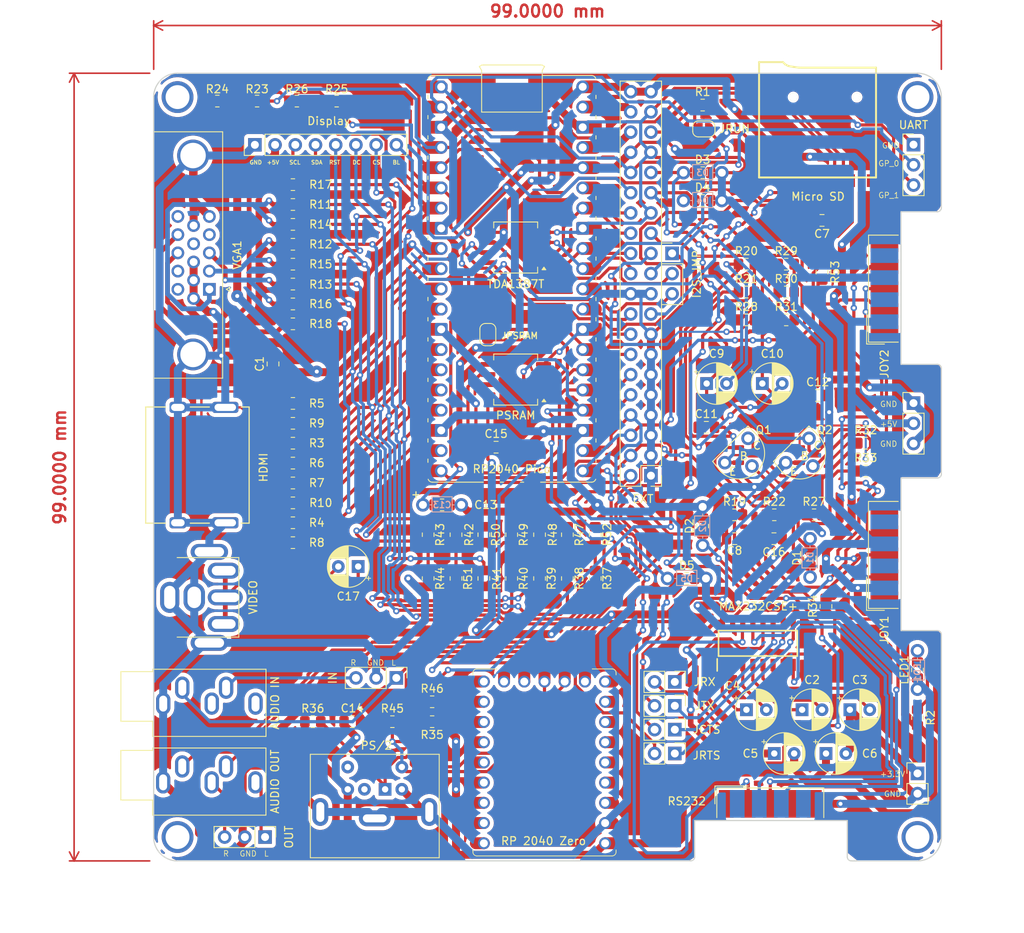
<source format=kicad_pcb>
(kicad_pcb (version 20240108) (generator "pcbnew") (generator_version "8.0")
  (layers (0 "F.Cu" signal) (31 "B.Cu" signal) (34 "B.Paste" user) (35 "F.Paste" user) (36 "B.SilkS" user "B.Silkscreen") (37 "F.SilkS" user "F.Silkscreen") (38 "B.Mask" user) (39 "F.Mask" user) (44 "Edge.Cuts" user))
  (net 0 "")
  (net 1 "/VGA_VS")
  (net 2 "GND")
  (net 3 "/VGA_HS")
  (net 4 "/VGA_RH")
  (net 5 "/CLKP")
  (net 6 "/VGA_GH")
  (net 7 "/D1P")
  (net 8 "/VGA_BH")
  (net 9 "/D2P")
  (net 10 "/+5V")
  (net 11 "/GP_6")
  (net 12 "/GP_7")
  (net 13 "/GP_8")
  (net 14 "/GP_9")
  (net 15 "/GP_10")
  (net 16 "/GP_12")
  (net 17 "/GP_13")
  (net 18 "/GP_0")
  (net 19 "/GP_1")
  (net 20 "/GP_2")
  (net 21 "/GP_3")
  (net 22 "/GP_4")
  (net 23 "/GP_5")
  (net 24 "/GP_14")
  (net 25 "/GP_15")
  (net 26 "/GP_16")
  (net 27 "/GP_17")
  (net 28 "/GP_19")
  (net 29 "/GP_20")
  (net 30 "/GP_21")
  (net 31 "/GP_22")
  (net 32 "/RUN")
  (net 33 "/GP_26")
  (net 34 "/GP_27")
  (net 35 "/GP_28")
  (net 36 "/GP_29_VREF")
  (net 37 "/+3V3")
  (net 38 "/GP_23_3v3EN")
  (net 39 "/+5V_in")
  (net 40 "/L*")
  (net 41 "/PS{slash}2_DATA_3V")
  (net 42 "/PS{slash}2_CLK_3V")
  (net 43 "/PS{slash}2 DATA")
  (net 44 "/PS{slash}2 CLK")
  (net 45 "/LOAD_IN")
  (net 46 "/LOAD_IN_D")
  (net 47 "/LOAD_IN_R")
  (net 48 "/L")
  (net 49 "/R")
  (net 50 "/LEFT_OUT")
  (net 51 "/RIGHT_OUT")
  (net 52 "/BEEP_OUT")
  (net 53 "/R*")
  (net 54 "/J1_DATA")
  (net 55 "/RST")
  (net 56 "/D0P")
  (net 57 "Net-(JP5-A)")
  (net 58 "Net-(Q2-B)")
  (net 59 "/CLKN")
  (net 60 "/D0N")
  (net 61 "/I2S_L")
  (net 62 "/I2S_R")
  (net 63 "/GP_11")
  (net 64 "/J2_DATA")
  (net 73 "/CVBS")
  (net 74 "Net-(R37-Pad2)")
  (net 75 "/FLT")
  (net 76 "/C2+")
  (net 77 "/V+")
  (net 78 "/C1+")
  (net 79 "/V-")
  (net 80 "/CTS_IN")
  (net 81 "/RTS_IN")
  (net 82 "/TX_IN")
  (net 83 "/C2-")
  (net 84 "/RX_IN")
  (net 85 "/C1-")
  (net 86 "/GP_18")
  (net 87 "Net-(C8-Pad2)")
  (net 88 "Net-(C11-Pad1)")
  (net 89 "Net-(C10-Pad1)")
  (net 90 "Net-(C17-Pad1)")
  (net 91 "Net-(D1-K)")
  (net 92 "Net-(D1-A)")
  (net 94 "Net-(HDMI1-D1N)")
  (net 97 "Net-(HDMI1-D2N)")
  (net 100 "Net-(JP2-A)")
  (net 101 "Net-(JP3-A)")
  (net 102 "Net-(JP4-A)")
  (net 103 "Net-(JP6-A)")
  (net 104 "Net-(LED1-A)")
  (net 110 "Net-(R39-Pad2)")
  (net 111 "Net-(R40-Pad2)")
  (net 112 "Net-(R41-Pad2)")
  (net 113 "Net-(R42-Pad2)")
  (net 114 "Net-(R43-Pad2)")
  (footprint "Resistor_SMD:R_0805_2012Metric_Pad1.20x1.40mm_HandSolder" (layer "F.Cu") (at 129.5 90)
    (property "Reference" "R33")
    (property "Value" "1k" (hide yes))
  )
  (footprint "Resistor_SMD:R_0805_2012Metric_Pad1.20x1.40mm_HandSolder" (layer "F.Cu") (at 57.5 59 180)
    (property "Reference" "R14")
    (property "Value" "1k" (hide yes))
  )
  (footprint "Resistor_SMD:R_0805_2012Metric_Pad1.20x1.40mm_HandSolder" (layer "F.Cu") (at 57.5 81.5)
    (property "Reference" "R5")
    (property "Value" "270R" (hide yes))
  )
  (footprint "Resistor_SMD:R_0805_2012Metric_Pad1.20x1.40mm_HandSolder" (layer "F.Cu") (at 57.5 64 180)
    (property "Reference" "R15")
    (property "Value" "1k" (hide yes))
  )
  (footprint "Resistor_SMD:R_0805_2012Metric_Pad1.20x1.40mm_HandSolder" (layer "F.Cu") (at 60 121.5)
    (property "Reference" "R36")
    (property "Value" "1k" (hide yes))
  )
  (footprint "LIBS:GCT-MEM2055-00-190-01-A" (layer "F.Cu") (at 123.44 54.3)
    (property "Reference" "MICROSD1" (hide yes))
    (property "Value" "Micro SD")
  )
  (footprint "Jumper:SolderJumper-2_P1.3mm_Open_RoundedPad1.0x1.5mm" (layer "F.Cu") (at 109.15 47 180)
    (property "Reference" "JP1" (hide yes))
    (property "Value" "JRUN")
  )
  (footprint "Resistor_SMD:R_0805_2012Metric_Pad1.20x1.40mm_HandSolder" (layer "F.Cu") (at 48 43.5 180)
    (property "Reference" "R24")
    (property "Value" "10k" (hide yes))
  )
  (footprint "Resistor_SMD:R_0805_2012Metric_Pad1.20x1.40mm_HandSolder" (layer "F.Cu") (at 57.5 66.5 180)
    (property "Reference" "R13")
    (property "Value" "330R" (hide yes))
  )
  (footprint "LIBS:SOT-23_PLUS2" (layer "F.Cu") (at 122.0625 88)
    (property "Reference" "Q2")
    (property "Value" "BC850")
  )
  (footprint "Resistor_SMD:R_0805_2012Metric_Pad1.20x1.40mm_HandSolder" (layer "F.Cu") (at 114.5 64)
    (property "Reference" "R20")
    (property "Value" "330R" (hide yes))
  )
  (footprint "Resistor_SMD:R_0805_2012Metric_Pad1.20x1.40mm_HandSolder" (layer "F.Cu") (at 57.5 84)
    (property "Reference" "R9")
    (property "Value" "270R" (hide yes))
  )
  (footprint "Connector_PinHeader_2.54mm:PinHeader_1x03_P2.54mm_Vertical" (layer "F.Cu") (at 105.16 62.67)
    (property "Reference" "I2S1" (hide yes))
    (property "Value" "I2S_JMP")
  )
  (footprint "Resistor_SMD:R_0805_2012Metric_Pad1.20x1.40mm_HandSolder" (layer "F.Cu") (at 57.5 91.5)
    (property "Reference" "R7")
    (property "Value" "270R" (hide yes))
  )
  (footprint "Resistor_SMD:R_0805_2012Metric_Pad1.20x1.40mm_HandSolder" (layer "F.Cu") (at 113 95.5)
    (property "Reference" "R19")
    (property "Value" "100R" (hide yes))
  )
  (footprint "Resistor_SMD:R_0805_2012Metric_Pad1.20x1.40mm_HandSolder" (layer "F.Cu") (at 85 98 90)
    (property "Reference" "R49")
    (property "Value" "150R" (hide yes))
  )
  (footprint "LIBS:SOIC127P600X175-16N" (layer "F.Cu") (at 115.945 111.652 90)
    (property "Reference" "MAX1" (hide yes))
    (property "Value" "MAX232CSE+")
  )
  (footprint "Capacitor_THT:CP_Radial_D5.0mm_P2.50mm" (layer "F.Cu") (at 114.5 120)
    (property "Reference" "C4")
    (property "Value" "1u")
  )
  (footprint "Connector_PinHeader_2.54mm:PinHeader_1x02_P2.54mm_Vertical" (layer "F.Cu") (at 105.5 119.5 -90)
    (property "Reference" "JP3" (hide yes))
    (property "Value" "JTX")
  )
  (footprint "Resistor_SMD:R_0805_2012Metric_Pad1.20x1.40mm_HandSolder" (layer "F.Cu") (at 57.5 94)
    (property "Reference" "R10")
    (property "Value" "270R" (hide yes))
  )
  (footprint "LIBS:R_0805_PLUS" (layer "F.Cu") (at 109 52.5)
    (property "Reference" "D3")
    (property "Value" "3V3" (hide yes))
  )
  (footprint "LIBS:SOT-23_PLUS2" (layer "F.Cu") (at 114.407608 88)
    (property "Reference" "Q1")
    (property "Value" "BC850")
  )
  (footprint "Resistor_SMD:R_0805_2012Metric_Pad1.20x1.40mm_HandSolder" (layer "F.Cu") (at 119.5 64)
    (property "Reference" "R29")
    (property "Value" "2k" (hide yes))
  )
  (footprint "Package_SO:SO-8_5.3x6.2mm_P1.27mm" (layer "F.Cu") (at 85.5 78.5 180)
    (property "Reference" "PSRAM1" (hide yes))
    (property "Value" "PSRAM")
  )
  (footprint "Capacitor_SMD:C_0805_2012Metric_Pad1.18x1.45mm_HandSolder" (layer "F.Cu") (at 55 76.5375 90)
    (property "Reference" "C1")
    (property "Value" "0.1u" (hide yes))
  )
  (footprint "Resistor_SMD:R_0805_2012Metric_Pad1.20x1.40mm_HandSolder" (layer "F.Cu") (at 114.5 67.5)
    (property "Reference" "R21")
    (property "Value" "330R" (hide yes))
  )
  (footprint "Resistor_SMD:R_0805_2012Metric_Pad1.20x1.40mm_HandSolder" (layer "F.Cu") (at 58 43.5 180)
    (property "Reference" "R26")
    (property "Value" "10k" (hide yes))
  )
  (footprint "Capacitor_THT:CP_Radial_D5.0mm_P2.50mm" (layer "F.Cu") (at 124.5 125.5)
    (property "Reference" "C6")
    (property "Value" "1u")
  )
  (footprint "Capacitor_SMD:C_0805_2012Metric_Pad1.18x1.45mm_HandSolder" (layer "F.Cu") (at 83.0375 87)
    (property "Reference" "C15")
    (property "Value" "0.1u" (hide yes))
  )
  (footprint "Resistor_SMD:R_0805_2012Metric_Pad1.20x1.40mm_HandSolder" (layer "F.Cu") (at 57.5 56.5 180)
    (property "Reference" "R11")
    (property "Value" "330R" (hide yes))
  )
  (footprint "Capacitor_SMD:C_0805_2012Metric_Pad1.18x1.45mm_HandSolder" (layer "F.Cu") (at 117.9625 98.5 180)
    (property "Reference" "C16")
    (property "Value" "0.1u" (hide yes))
  )
  (footprint "Resistor_SMD:R_0805_2012Metric_Pad1.20x1.40mm_HandSolder" (layer "F.Cu") (at 95.5 103.5 90)
    (property "Reference" "R37")
    (property "Value" "750R*" (hide yes))
  )
  (footprint "Resistor_SMD:R_0805_2012Metric_Pad1.20x1.40mm_HandSolder" (layer "F.Cu") (at 136 121 -90)
    (property "Reference" "R2")
    (property "Value" "10K" (hide yes))
  )
  (footprint "Capacitor_SMD:C_0805_2012Metric_Pad1.18x1.45mm_HandSolder" (layer "F.Cu") (at 124 58.5 180)
    (property "Reference" "C7")
    (property "Value" "0.1u" (hide yes))
  )
  (footprint "LIBS:rp2040-zero-tht" (layer "F.Cu") (at 89.12 126.62 180)
    (property "Reference" "RP2040Z1" (hide yes))
    (property "Value" "RP 2040 Zero")
  )
  (footprint "Resistor_SMD:R_0805_2012Metric_Pad1.20x1.40mm_HandSolder" (layer "F.Cu") (at 119.5 67.5)
    (property "Reference" "R30")
    (property "Value" "2k" (hide yes))
  )
  (footprint "Jumper:SolderJumper-2_P1.3mm_Open_RoundedPad1.0x1.5mm" (layer "F.Cu") (at 82 72.85 90)
    (property "Reference" "JP6" (hide yes))
    (property "Value" "JPSRAM")
  )
  (footprint "Resistor_SMD:R_0805_2012Metric_Pad1.20x1.40mm_HandSolder" (layer "F.Cu") (at 88.5 98 -90)
    (property "Reference" "R48")
    (property "Value" "150R" (hide yes))
  )
  (footprint "Capacitor_THT:CP_Radial_D5.0mm_P2.50mm" (layer "F.Cu") (at 121.5 120)
    (property "Reference" "C2")
    (property "Value" "1u")
  )
  (footprint "Resistor_SMD:R_0805_2012Metric_Pad1.20x1.40mm_HandSolder" (layer "F.Cu") (at 119.5 71)
    (property "Reference" "R31")
    (property "Value" "1k" (hide yes))
  )
  (footprint "Connector_Dsub:DSUB-9_Male_EdgeMount_P2.77mm" (layer "F.Cu") (at 131.85 67.075001 90)
    (property "Reference" "JOY2")
    (property "Value" "JOY-1")
  )
  (footprint "Resistor_SMD:R_0805_2012Metric_Pad1.20x1.40mm_HandSolder" (layer "F.Cu") (at 92 98 90)
    (property "Reference" "R47")
    (property "Value" "150R" (hide yes))
  )
  (footprint "Resistor_SMD:R_0805_2012Metric_Pad1.20x1.40mm_HandSolder" (layer "F.Cu") (at 57.5 61.5 180)
    (property "Reference" "R12")
    (property "Value" "330R" (hide yes))
  )
  (footprint "Resistor_SMD:R_0805_2012Metric_Pad1.20x1.40mm_HandSolder" (layer "F.Cu") (at 118 95.5)
    (property "Reference" "R22")
    (property "Value" "10k" (hide yes))
  )
  (footprint "Connector_PinHeader_2.54mm:PinHeader_1x03_P2.54mm_Vertical" (layer "F.Cu") (at 54 136 -90)
    (property "Reference" "AOUT1" (hide yes))
    (property "Value" "OUT")
  )
  (footprint "LIBS:R_0805_PLUS" (layer "F.Cu") (at 109 56)
    (property "Reference" "D4")
    (property "Value" "3V3")
  )
  (footprint "LIBS:R_0805_PLUS" (layer "F.Cu") (at 76.25 94.25)
    (property "Reference" "C13")
    (property "Value" "10u" (hide yes))
  )
  (footprint "Resistor_SMD:R_0805_2012Metric_Pad1.20x1.40mm_HandSolder" (layer "F.Cu") (at 75 119)
    (property "Reference" "R46")
    (property "Value" "100R" (hide yes))
  )
  (footprint "Package_SO:SO-8_5.3x6.2mm_P1.27mm" (layer "F.Cu") (at 85.5 61.905 180)
    (property "Reference" "TDA1387T1" (hide yes))
    (property "Value" "TDA1387T")
  )
  (footprint "Capacitor_SMD:C_0805_2012Metric_Pad1.18x1.45mm_HandSolder" (layer "F.Cu") (at 109.4625 84.5)
    (property "Reference" "C11")
    (property "Value" "10n" (hide yes))
  )
  (footprint "Resistor_SMD:R_0805_2012Metric_Pad1.20x1.40mm_HandSolder" (layer "F.Cu") (at 81.5 103.5 -90)
    (property "Reference" "R41")
    (property "Value" "270R" (hide yes))
  )
  (footprint "Resistor_SMD:R_0805_2012Metric_Pad1.20x1.40mm_HandSolder" (layer "F.Cu") (at 124.5 107 90)
    (property "Reference" "R34")
    (property "Value" "1k" (hide yes))
  )
  (footprint "Capacitor_THT:CP_Radial_D5.0mm_P2.50mm" (layer "F.Cu") (at 65.705113 102 180)
    (property "Reference" "C17")
    (property "Value" "220u" (hide yes))
  )
  (footprint "Resistor_SMD:R_0805_2012Metric_Pad1.20x1.40mm_HandSolder" (layer "F.Cu") (at 124 65 -90)
    (property "Reference" "R53")
    (property "Value" "1k" (hide yes))
  )
  (footprint "Resistor_SMD:R_0805_2012Metric_Pad1.20x1.40mm_HandSolder" (layer "F.Cu") (at 123 95.5)
    (property "Reference" "R27")
    (property "Value" "10k" (hide yes))
  )
  (footprint "Resistor_SMD:R_0805_2012Metric_Pad1.20x1.40mm_HandSolder" (layer "F.Cu") (at 63 43.5 180)
    (property "Reference" "R25")
    (property "Value" "10k" (hide yes))
  )
  (footprint "Resistor_SMD:R_0805_2012Metric_Pad1.20x1.40mm_HandSolder" (layer "F.Cu") (at 78 103.5 90)
    (property "Reference" "R51")
    (property "Value" "150R" (hide yes))
  )
  (footprint "Connector_Dsub:DSUB-9_Male_EdgeMount_P2.77mm" (layer "F.Cu") (at 131.8375 100.54 90)
    (property "Reference" "JOY1")
    (property "Value" "JOY-2")
  )
  (footprint "Resistor_SMD:R_0805_2012Metric_Pad1.20x1.40mm_HandSolder" (layer "F.Cu") (at 57.5 69 180)
    (property "Reference" "R16")
    (property "Value" "1k" (hide yes))
  )
  (footprint "Resistor_SMD:R_0805_2012Metric_Pad1.20x1.40mm_HandSolder" (layer "F.Cu") (at 74.5 98 -90)
    (property "Reference" "R43")
    (property "Value" "270R" (hide yes))
  )
  (footprint "Resistor_SMD:R_0805_2012Metric_Pad1.20x1.40mm_HandSolder" (layer "F.Cu") (at 74.5 103.5 90)
    (property "Reference" "R44")
    (property "Value" "300R" (hide yes))
  )
  (footprint "Capacitor_THT:CP_Radial_D5.0mm_P2.50mm" (layer "F.Cu") (at 127.5 120)
    (property "Reference" "C3")
    (property "Value" "1u")
  )
  (footprint "Capacitor_THT:CP_Radial_D5.0mm_P2.50mm" (layer "F.Cu") (at 109.5 79)
    (property "Reference" "C9")
    (property "Value" "10u" (hide yes))
  )
  (footprint "Connector_PinHeader_2.54mm:PinHeader_1x03_P2.54mm_Vertical" (layer "F.Cu") (at 135.5 48.975)
    (property "Reference" "UART1" (hide yes))
    (property "Value" "UART")
  )
  (footprint "Connector_PinHeader_2.54mm:PinHeader_1x02_P2.54mm_Vertical" (layer "F.Cu") (at 105.5 116.5 -90)
    (property "Reference" "JP2" (hide yes))
    (property "Value" "JRX")
  )
  (footprint "Resistor_SMD:R_0805_2012Metric_Pad1.20x1.40mm_HandSolder" (layer "F.Cu") (at 53 43.5 180)
    (property "Reference" "R23")
    (property "Value" "10k" (hide yes))
  )
  (footprint "LIBS:R_0805_PLUS" (layer "F.Cu") (at 109 96.913 90)
    (property "Reference" "D2")
    (property "Value" "3V3" (hide yes))
  )
  (footprint "Resistor_SMD:R_0805_2012Metric_Pad1.20x1.40mm_HandSolder" (layer "F.Cu") (at 70 121.5)
    (property "Reference" "R45")
    (property "Value" "100R" (hide yes))
  )
  (footprint "Resistor_SMD:R_0805_2012Metric_Pad1.20x1.40mm_HandSolder" (layer "F.Cu") (at 81.5 98 -90)
    (property "Reference" "R50")
    (property "Value" "150R" (hide yes))
  )
  (footprint "Capacitor_THT:CP_Radial_D5.0mm_P2.50mm" (layer "F.Cu") (at 116.5 79)
    (property "Reference" "C10")
    (property "Value" "10u" (hide yes))
  )
  (footprint "Resistor_SMD:R_0805_2012Metric_Pad1.20x1.40mm_HandSolder" (layer "F.Cu") (at 88.5 103.5 90)
    (property "Reference" "R39")
    (property "Value" "270R" (hide yes))
  )
  (footprint "Resistor_SMD:R_0805_2012Metric_Pad1.20x1.40mm_HandSolder" (layer "F.Cu") (at 57.5 54)
    (property "Reference" "R17")
    (property "Value" "100R" (hide yes))
  )
  (footprint "Connector_PinHeader_2.54mm:PinHeader_1x08_P2.54mm_Vertical" (layer "F.Cu") (at 52.72 49 90)
    (property "Reference" "DISP1" (hide yes))
    (property "Value" "Display")
  )
  (footprint "Resistor_SMD:R_0805_2012Metric_Pad1.20x1.40mm_HandSolder" (layer "F.Cu") (at 85 103.5 90)
    (property "Reference" "R40")
    (property "Value" "270R" (hide yes))
  )
  (footprint "Connector_PinHeader_2.54mm:PinHeader_1x02_P2.54mm_Vertical" (layer "F.Cu") (at 105.5 125.5 -90)
    (property "Reference" "JP5" (hide yes))
    (property "Value" "JRTS")
  )
  (footprint "Capacitor_THT:CP_Radial_D5.0mm_P2.50mm" (layer "F.Cu") (at 118 125.5)
    (property "Reference" "C5")
    (property "Value" "1u")
  )
  (footprint "Resistor_SMD:R_0805_2012Metric_Pad1.20x1.40mm_HandSolder" (layer "F.Cu") (at 75 121.5 180)
    (property "Reference" "R35")
    (property "Value" "1k" (hide yes))
  )
  (footprint "Connector_PinHeader_2.54mm:PinHeader_2x20_P2.54mm_Vertical" (layer "F.Cu") (at 102.5 90.58 180)
    (property "Reference" "CON1" (hide yes))
    (property "Value" "EXT")
  )
  (footprint "Resistor_SMD:R_0805_2012Metric_Pad1.20x1.40mm_HandSolder" (layer "F.Cu") (at 57.5 89)
    (property "Reference" "R6")
    (property "Value" "270R" (hide yes))
  )
  (footprint "LIBS:AV_MOD_III-8.4-5" (layer "F.Cu") (at 45.7 105.875 90)
    (property "Reference" "VIDEO1" (hide yes))
    (property "Value" "VIDEO")
  )
  (footprint "Capacitor_SMD:C_0805_2012Metric_Pad1.18x1.45mm_HandSolder" (layer "F.Cu") (at 113.0375 98.5)
    (property "Reference" "C8")
    (property "Value" "0.1u" (hide yes))
  )
  (footprint "Resistor_SMD:R_0805_2012Metric_Pad1.20x1.40mm_HandSolder" (layer "F.Cu") (at 57.5 86.5)
    (property "Reference" "R3")
    (property "Value" "270R" (hide yes))
  )
  (footprint "Resistor_SMD:R_0805_2012Metric_Pad1.20x1.40mm_HandSolder" (layer "F.Cu") (at 57.5 96.5)
    (property "Reference" "R4")
    (property "Value" "270R" (hide yes))
  )
  (footprint "Connector_Audio:Jack_3.5mm_CUI_SJ1-3535NG_Horizontal" (layer "F.Cu") (at 41.19 129.13 90)
    (property "Reference" "A_OUT1" (hide yes))
    (property "Value" "AUDIO OUT")
  )
  (footprint "Resistor_SMD:R_0805_2012Metric_Pad1.20x1.40mm_HandSolder" (layer "F.Cu") (at 109 44)
    (property "Reference" "R1")
    (property "Value" "1k" (hide yes))
  )
  (footprint "LIBS:HDMI" (layer "F.Cu") (at 49 89.25 -90)
    (property "Reference" "HDMI1" (hide yes))
    (property "Value" "HDMI")
  )
  (footprint "LIBS:Connector_Mini-DIN_Female_6Pin_2rows" (layer "F.Cu") (at 69.09 130)
    (property "Reference" "MINI_DIN_1" (hide yes))
    (property "Value" "PS/2")
  )
  (footprint "Resistor_SMD:R_0805_2012Metric_Pad1.20x1.40mm_HandSolder" (layer "F.Cu") (at 57.5 99)
    (property "Reference" "R8")
    (property "Value" "270R")
  )
  (footprint "Connector_Audio:Jack_3.5mm_CUI_SJ1-3535NG_Horizontal" (layer "F.Cu") (at 41.2 119.23 90)
    (property "Reference" "A_IN1" (hide yes))
    (property "Value" "AUDIO IN")
  )
  (footprint "LIBS:Raspberry_Pi_Pico_SMT_THT_MOD_2" (layer "F.Cu") (at 76.14 41.71)
    (property "Reference" "RP1" (hide yes))
    (property "Value" "RP2040 Pico")
  )
  (footprint "Resistor_SMD:R_0805_2012Metric_Pad1.20x1.40mm_HandSolder" (layer "F.Cu") (at 57.5 71.5)
    (property "Reference" "R18")
    (property "Value" "100R" (hide yes))
  )
  (footprint "LIBS:R_0805_PLUS" (layer "F.Cu") (at 136 115 90)
    (property "Reference" "LED1")
    (property "Value" "LED" (hide yes))
  )
  (footprint "Resistor_SMD:R_0805_2012Metric_Pad1.20x1.40mm_HandSolder" (layer "F.Cu") (at 95.5 98 90)
    (property "Reference" "R52")
    (property "Value" "51R*")
  )
  (footprint "Connector_Dsub:DSUB-15-HD_Female_Horizontal_P2.29x1.98mm_EdgePinOffset3.03mm_Housed_MountingHolesOffset4.94mm" (layer "F.Cu") (at 47 67.16 -90)
    (property "Reference" "VGA1")
    (property "Value" "VGA")
  )
  (footprint "LIBS:R_0805_PLUS" (layer "F.Cu") (at 107 103.5)
    (property "Reference" "D5")
    (property "Value" "3V3" (hide yes))
  )
  (footprint "Resistor_SMD:R_0805_2012Metric_Pad1.20x1.40mm_HandSolder" (layer "F.Cu") (at 92 103.5 90)
    (property "Reference" "R38")
    (property "Value" "270R" (hide yes))
  )
  (footprint "Connector_PinHeader_2.54mm:PinHeader_1x03_P2.54mm_Vertical" (layer "F.Cu") (at 70.5 116 -90)
    (property "Reference" "AIN1" (hide yes))
    (property "Value" "IN")
  )
  (footprint "Connector_Dsub:DSUB-9_Male_EdgeMount_P2.77mm" (layer "F.Cu") (at 117.5 131.825)
    (property "Reference" "RS232_1" (hide yes))
    (property "Value" "RS232")
  )
  (footprint "Capacitor_SMD:C_0805_2012Metric_Pad1.18x1.45mm_HandSolder" (layer "F.Cu") (at 123.4625 80.5)
    (property "Reference" "C12")
    (property "Value" "10n" (hide yes))
  )
  (footprint "Capacitor_SMD:C_0805_2012Metric_Pad1.18x1.45mm_HandSolder" (layer "F.Cu") (at 64.9625 121.5)
    (property "Reference" "C14")
    (property "Value" "0.1u" (hide yes))
  )
  (footprint "Connector_PinHeader_2.54mm:PinHeader_1x02_P2.54mm_Vertical" (layer "F.Cu") (at 105.5 122.5 -90)
    (property "Reference" "JP4" (hide yes))
    (property "Value" "JCTS")
  )
  (footprint "Resistor_SMD:R_0805_2012Metric_Pad1.20x1.40mm_HandSolder" (layer "F.Cu") (at 114.5 71)
    (property "Reference" "R28")
    (property "Value" "1k" (hide yes))
  )
  (footprint "LIBS:R_0805_PLUS" (layer "F.Cu") (at 122.5 100.913 90)
    (property "Reference" "D1")
    (property "Value" "4148" (hide yes))
  )
  (footprint "Connector_PinHeader_2.54mm:PinHeader_1x03_P2.54mm_Vertical" (layer "F.Cu") (at 135.5 81.46)
    (property "Reference" "PWR1" (hide yes))
    (property "Value" "PWR" (hide yes))
  )
  (footprint "Resistor_SMD:R_0805_2012Metric_Pad1.20x1.40mm_HandSolder" (layer "F.Cu") (at 129.5 86.5)
    (property "Reference" "R32")
    (property "Value" "10k" (hide yes))
  )
  (footprint "Resistor_SMD:R_0805_2012Metric_Pad1.20x1.40mm_HandSolder" (layer "F.Cu") (at 78 98 -90)
    (property "Reference" "R42")
    (property "Value" "270R" (hide yes))
  )
  (footprint "Connector_PinHeader_2.54mm:PinHeader_1x02_P2.54mm_Vertical" (layer "F.Cu") (at 136 128)
    (property "Reference" "J1" (hide yes))
    (property "Value" "Conn_01x02" (hide yes))
  )
  (gr_line (start 113 64) (end 113.5 64) (stroke (width 0.2)) (layer "F.Cu") (net 48))
  (gr_arc (start 43 139) (mid 40.87868 138.12132) (end 40 136) (stroke (width 0.15)) (layer "Edge.Cuts"))
  (gr_arc (start 139 56.911501) (mid 138.853553 57.265054) (end 138.5 57.411501) (stroke (width 0.15)) (layer "Edge.Cuts"))
  (gr_line (start 139.002666 110.55) (end 139.002666 136) (stroke (width 0.15)) (layer "Edge.Cuts"))
  (gr_line (start 139 56.911501) (end 139 43) (stroke (width 0.15)) (layer "Edge.Cuts"))
  (gr_line (start 43 40) (end 136 40) (stroke (width 0.15)) (layer "Edge.Cuts"))
  (gr_line (start 133.9375 90.873003) (end 138.5075 90.873006) (stroke (width 0.15)) (layer "Edge.Cuts"))
  (gr_arc (start 138.502666 110.05) (mid 138.856241 110.196435) (end 139.002666 110.55) (stroke (width 0.15)) (layer "Edge.Cuts"))
  (gr_line (start 136 139) (end 127.676992 139) (stroke (width 0.15)) (layer "Edge.Cuts"))
  (gr_line (start 133.9375 110.05) (end 133.9375 90.873003) (stroke (width 0.15)) (layer "Edge.Cuts"))
  (gr_line (start 138.5 76.588501) (end 133.93 76.588501) (stroke (width 0.15)) (layer "Edge.Cuts"))
  (gr_arc (start 127.676994 138.995) (mid 127.323444 138.848551) (end 127.176994 138.495) (stroke (width 0.15)) (layer "Edge.Cuts"))
  (gr_line (start 108 133.925) (end 127.176997 133.925) (stroke (width 0.15)) (layer "Edge.Cuts"))
  (gr_arc (start 136 40) (mid 138.12132 40.87868) (end 139 43) (stroke (width 0.15)) (layer "Edge.Cuts"))
  (gr_line (start 138.502666 110.05) (end 133.9375 110.05) (stroke (width 0.15)) (layer "Edge.Cuts"))
  (gr_arc (start 139 136) (mid 138.12132 138.12132) (end 136 139) (stroke (width 0.15)) (layer "Edge.Cuts"))
  (gr_line (start 127.176997 133.925) (end 127.176994 138.495) (stroke (width 0.15)) (layer "Edge.Cuts"))
  (gr_arc (start 40 43) (mid 40.87868 40.87868) (end 43 40) (stroke (width 0.15)) (layer "Edge.Cuts"))
  (gr_line (start 40 136) (end 40 43) (stroke (width 0.15)) (layer "Edge.Cuts"))
  (gr_line (start 139 77.088501) (end 139 90.373008) (stroke (width 0.15)) (layer "Edge.Cuts"))
  (gr_line (start 138.5 57.411501) (end 133.93 57.411498) (stroke (width 0.15)) (layer "Edge.Cuts"))
  (gr_line (start 107.5 138.990166) (end 42.999999 138.990166) (stroke (width 0.15)) (layer "Edge.Cuts"))
  (gr_line (start 133.93 76.588501) (end 133.93 57.411498) (stroke (width 0.15)) (layer "Edge.Cuts"))
  (gr_arc (start 139.0075 90.373006) (mid 138.861051 90.726556) (end 138.5075 90.873006) (stroke (width 0.15)) (layer "Edge.Cuts"))
  (gr_arc (start 138.5 76.588501) (mid 138.853553 76.734948) (end 139 77.088501) (stroke (width 0.15)) (layer "Edge.Cuts"))
  (gr_arc (start 108 138.490166) (mid 107.85353 138.843677) (end 107.5 138.990166) (stroke (width 0.15)) (layer "Edge.Cuts"))
  (gr_line (start 108 138.490166) (end 108 133.925) (stroke (width 0.15)) (layer "Edge.Cuts"))
  (gr_text "GND" (at 133.5 87 0) (layer "F.SilkS") (effects (font (size 0.7 0.7) (thickness 0.0875)) (justify right bottom)))
  (gr_text "+3.3V" (at 134.5 128.5 0) (layer "F.SilkS") (effects (font (size 0.7 0.7) (thickness 0.0875)) (justify right bottom)))
  (gr_text "R" (at 49.5 138.5 0) (layer "F.SilkS") (effects (font (size 0.7 0.7) (thickness 0.0875)) (justify right bottom)))
  (gr_text "GND" (at 134 131 0) (layer "F.SilkS") (effects (font (size 0.7 0.7) (thickness 0.0875)) (justify right bottom)))
  (gr_text "BL" (at 70.5 51.5 0) (layer "F.SilkS") (effects (font (size 0.5 0.5) (thickness 0.1)) (justify bottom)))
  (gr_text "DC" (at 65.5 51.5 0) (layer "F.SilkS") (effects (font (size 0.5 0.5) (thickness 0.1)) (justify bottom)))
  (gr_text "L" (at 54.5 138.5 0) (layer "F.SilkS") (effects (font (size 0.7 0.7) (thickness 0.0875)) (justify right bottom)))
  (gr_text "+5V" (at 133.5 84.5 0) (layer "F.SilkS") (effects (font (size 0.7 0.7) (thickness 0.0875)) (justify right bottom)))
  (gr_text "GND" (at 69 114.5 0) (layer "F.SilkS") (effects (font (size 0.7 0.7) (thickness 0.0875)) (justify right bottom)))
  (gr_text "GND" (at 133.5 82 0) (layer "F.SilkS") (effects (font (size 0.7 0.7) (thickness 0.0875)) (justify right bottom)))
  (gr_text "GP_1" (at 133.75 55.75 0) (layer "F.SilkS") (effects (font (size 0.7 0.7) (thickness 0.0875)) (justify right bottom)))
  (gr_text "RST" (at 62.75 51.5 0) (layer "F.SilkS") (effects (font (size 0.5 0.5) (thickness 0.1)) (justify bottom)))
  (gr_text "GND" (at 133.75 49.5 0) (layer "F.SilkS") (effects (font (size 0.7 0.7) (thickness 0.0875)) (justify right bottom)))
  (gr_text "+5V" (at 55 51.5 0) (layer "F.SilkS") (effects (font (size 0.5 0.5) (thickness 0.1)) (justify bottom)))
  (gr_text "CS" (at 68 51.5 0) (layer "F.SilkS") (effects (font (size 0.5 0.5) (thickness 0.1)) (justify bottom)))
  (gr_text "GND" (at 53 138.5 0) (layer "F.SilkS") (effects (font (size 0.7 0.7) (thickness 0.0875)) (justify right bottom)))
  (gr_text "GP_0" (at 133.75 51.75 0) (layer "F.SilkS") (effects (font (size 0.7 0.7) (thickness 0.0875)) (justify right bottom)))
  (gr_text "L" (at 70.5 114.5 0) (layer "F.SilkS") (effects (font (size 0.7 0.7) (thickness 0.0875)) (justify right bottom)))
  (gr_text "GND" (at 52 51.5 0) (layer "F.SilkS") (effects (font (size 0.5 0.5) (thickness 0.1)) (justify left bottom)))
  (gr_text "R" (at 65.5 114.5 0) (layer "F.SilkS") (effects (font (size 0.7 0.7) (thickness 0.0875)) (justify right bottom)))
  (gr_text "SCL" (at 57.75 51.5 0) (layer "F.SilkS") (effects (font (size 0.5 0.5) (thickness 0.1)) (justify bottom)))
  (gr_text "+" (at 72.25 93.5 0) (layer "F.SilkS") (effects (font (size 1 1)) (justify left bottom)))
  (gr_text "SDA" (at 60.5 51.5 0) (layer "F.SilkS") (effects (font (size 0.5 0.5) (thickness 0.1)) (justify bottom)))
  (dimension (type aligned) (layer "F.Cu") (pts (xy 40 40) (xy 40 139)) (height 10) (gr_text "99.0000 mm" (at 28.2 89.5 90) (layer "F.Cu") (effects (font (size 1.5 1.5) (thickness 0.3)))) (format (prefix "") (suffix "") (units 3) (units_format 1) (precision 4)) (style (thickness 0.2) (arrow_length 1.27) (text_position_mode 0) (extension_height 0.58642) (extension_offset 0.5) keep_text_aligned))
  (dimension (type aligned) (layer "F.Cu") (pts (xy 40 40) (xy 139 40)) (height -6) (gr_text "99.0000 mm" (at 89.5 32.2 0) (layer "F.Cu") (effects (font (size 1.5 1.5) (thickness 0.3)))) (format (prefix "") (suffix "") (units 3) (units_format 1) (precision 4)) (style (thickness 0.2) (arrow_length 1.27) (text_position_mode 0) (extension_height 0.58642) (extension_offset 0.5) keep_text_aligned))
  (via (at 43 43) (size 4) (drill 3) (layers "F.Cu" "B.Cu") (net 0))
  (via (at 43 136) (size 4) (drill 3) (layers "F.Cu" "B.Cu") (net 0))
  (via (at 136 136) (size 4) (drill 3) (layers "F.Cu" "B.Cu") (net 0))
  (via (at 136 43) (size 4) (drill 3) (layers "F.Cu" "B.Cu") (net 0))
  (segment (start 44 72.5) (end 55.5 72.5) (width 0.6) (layer "F.Cu") (net 1))
  (segment (start 40.94 62.39) (end 40.94 69.44) (width 0.6) (layer "F.Cu") (net 1))
  (segment (start 40.94 69.44) (end 44 72.5) (width 0.6) (layer "F.Cu") (net 1))
  (segment (start 43.04 60.29) (end 40.94 62.39) (width 0.6) (layer "F.Cu") (net 1))
  (segment (start 55.5 72.5) (end 56.5 71.5) (width 0.6) (layer "F.Cu") (net 1))
  (segment (start 48.5 90.25) (end 48.11 90.25) (width 0.3) (layer "F.Cu") (net 2))
  (segment (start 74.04 132.85) (end 71.19 130) (width 1) (layer "F.Cu") (net 2))
  (segment (start 51.19 135.73) (end 51.19 127.81) (width 1) (layer "F.Cu") (net 2))
  (segment (start 115.5 67.5) (end 115.5 64) (width 0.4) (layer "F.Cu") (net 2))
  (segment (start 55.12 127.03) (end 56.045 127.955) (width 1) (layer "F.Cu") (net 2))
  (segment (start 103.15 50.59) (end 113.721371 50.59) (width 0.4) (layer "F.Cu") (net 2))
  (segment (start 79.513 95.1) (end 94.9 95.1) (width 1) (layer "F.Cu") (net 2))
  (segment (start 126.69 56.8475) (end 126.69 53.5) (width 0.4) (layer "F.Cu") (net 2))
  (segment (start 113.741472 41.9) (end 105.46 41.9) (width 0.4) (layer "F.Cu") (net 2))
  (segment (start 48.5 75.5) (end 55 75.5) (width 1) (layer "F.Cu") (net 2))
  (segment (start 107.811334 85.625) (end 107.4375 85.251166) (width 0.4) (layer "F.Cu") (net 2))
  (segment (start 110.5 84.5) (end 111.725 84.5) (width 0.4) (layer "F.Cu") (net 2))
  (segment (start 49.91 138.05) (end 51.46 136.5) (width 1) (layer "F.Cu") (net 2))
  (segment (start 45.7 133.64) (end 45.7 135.5) (width 1) (layer "F.Cu") (net 2))
  (segment (start 51.46 136) (end 51.19 135.73) (width 1) (layer "F.Cu") (net 2))
  (segment (start 102.7 72.8) (end 102.5 72.8) (width 0.4) (layer "F.Cu") (net 2))
  (segment (start 76.14 46.79) (end 79.64 43.29) (width 1) (layer "F.Cu") (net 2))
  (segment (start 47.5 91.5) (end 47.75 91.75) (width 0.3) (layer "F.Cu") (net 2))
  (segment (start 48.5 90.25) (end 49.76 90.25) (width 0.3) (layer "F.Cu") (net 2))
  (segment (start 56.045 127.955) (end 60.94 132.85) (width 1) (layer "F.Cu") (net 2))
  (segment (start 113.470108 89.970108) (end 113.470108 88.95) (width 0.4) (layer "F.Cu") (net 2))
  (segment (start 113.721371 50.59) (end 114.3 51.168629) (width 0.4) (layer "F.Cu") (net 2))
  (segment (start 48.25 138.05) (end 49.91 138.05) (width 1) (layer "F.Cu") (net 2))
  (segment (start 124.9 82.6) (end 124.9 80.9) (width 0.4) (layer "F.Cu") (net 2))
  (segment (start 129 78.5) (end 130 79.5) (width 1) (layer "F.Cu") (net 2))
  (segment (start 44.95 50.345) (end 44.95 55.95) (width 1) (layer "F.Cu") (net 2))
  (segment (start 45.02 50.415) (end 44.95 50.345) (width 1) (layer "F.Cu") (net 2))
  (segment (start 46.84 70) (end 47.5 70) (width 1) (layer "F.Cu") (net 2))
  (segment (start 112.85 85.625) (end 107.811334 85.625) (width 0.4) (layer "F.Cu") (net 2))
  (segment (start 113.631371 52.5) (end 111.413 52.5) (width 0.4) (layer "F.Cu") (net 2))
  (segment (start 119.816984 103.8) (end 119.527207 103.8) (width 0.4) (layer "F.Cu") (net 2))
  (segment (start 56.045 127.955) (end 56.045 122.30457) (width 1) (layer "F.Cu") (net 2))
  (segment (start 111.782584 88.945223) (end 113.465331 88.945223) (width 0.4) (layer "F.Cu") (net 2))
  (segment (start 94.9 95.1) (end 95.75 94.25) (width 1) (layer "F.Cu") (net 2))
  (segment (start 49.76 93.25) (end 47.75 93.25) (width 0.3) (layer "F.Cu") (net 2))
  (segment (start 127 125.5) (end 127.5 125) (width 1) (layer "F.Cu") (net 2))
  (segment (start 107.01 64.01) (end 107.01 68.49) (width 0.4) (layer "F.Cu") (net 2))
  (segment (start 78.663 94.25) (end 79.513 95.1) (width 1) (layer "F.Cu") (net 2))
  (segment (start 47.75 91.75) (end 49.76 91.75) (width 0.3) (layer "F.Cu") (net 2))
  (segment (start 72 103.5) (end 73 104.5) (width 1) (layer "F.Cu") (net 2))
  (segment (start 47.5 88.14) (end 48.11 88.75) (width 0.3) (layer "F.Cu") (net 2))
  (segment (start 105.64 62.64) (end 107.01 64.01) (width 0.4) (layer "F.Cu") (net 2))
  (segment (start 124.9 80.9) (end 124.5 80.5) (width 0.4) (layer "F.Cu") (net 2))
  (segment (start 49.76 85.75) (end 51.25 85.75) (width 0.3) (layer "F.Cu") (net 2))
  (segment (start 129.031371 45.9) (end 132.425 45.9) (width 0.4) (layer "F.Cu") (net 2))
  (segment (start 64.5 119.5) (end 66 121) (width 1) (layer "F.Cu") (net 2))
  (segment (start 90.595 75) (end 91 75) (width 0.4) (layer "F.Cu") (net 2))
  (segment (start 44.95 55.95) (end 47 58) (width 1) (layer "F.Cu") (net 2))
  (segment (start 114.4 68.6) (end 115.5 67.5) (width 0.4) (layer "F.Cu") (net 2))
  (segment (start 47.5 86.36) (end 47.5 88.14) (width 0.3) (layer "F.Cu") (net 2))
  (segment (start 112.85 85.625) (end 112.725 85.625) (width 0.4) (layer "F.Cu") (net 2))
  (segment (start 127.5 125) (end 127.5 120) (width 1) (layer "F.Cu") (net 2))
  (segment (start 48.11 85.75) (end 47.5 86.36) (width 0.3) (layer "F.Cu") (net 2))
  (segment (start 51 82) (end 49 82) (width 0.3) (layer "F.Cu") (net 2))
  (segment (start 84.075 87) (end 87 87) (width 1) (layer "F.Cu") (net 2))
  (segment (start 51.97 127.03) (end 55.12 127.03) (width 1) (layer "F.Cu") (net 2))
  (segment (start 117.2 41.2) (end 124.331371 41.2) (width 0.4) (layer "F.Cu") (net 2))
  (segment (start 79.64 43.29) (end 89.835585 43.29) (width 1) (layer "F.Cu") (net 2))
  (segment (start 114 95.5) (end 114 94.272791) (width 0.4) (layer "F.Cu") (net 2))
  (segment (start 102.5 75.34) (end 102.5 72.8) (width 1) (layer "F.Cu") (net 2))
  (segment (start 45.7 135.5) (end 48.25 138.05) (width 1) (layer "F.Cu") (net 2))
  (segment (start 45.02 59.145) (end 45.02 50.415) (width 1) (layer "F.Cu") (net 2))
  (segment (start 56.045 122.30457) (end 58.84957 119.5) (width 1) (layer "F.Cu") (net 2))
  (segment (start 113.465331 88.945223) (end 113.470108 88.95) (width 0.4) (layer "F.Cu") (net 2))
  (segment (start 119.437476 88.945223) (end 121.120223 88.945223) (width 0.4) (layer "F.Cu") (net 2))
  (segment (start 89.835585 43.29) (end 93.335585 46.79) (width 1) (layer "F.Cu") (net 2))
  (segment (start 121.120223 88.945223) (end 121.125 88.95) (width 0.4) (layer "F.Cu") (net 2))
  (segment (start 66 121) (end 66 121.5) (width 1) (layer "F.Cu") (net 2))
  (segment (start 87 87) (end 89 85) (width 1) (layer "F.Cu") (net 2))
  (segment (start 89 76.595) (end 90.595 75) (width 0.4) (layer "F.Cu") (net 2))
  (segment (start 89 60) (end 90.7 60) (width 0.4) (layer "F.Cu") (net 2))
  (segment (start 107.01 68.49) (end 102.7 72.8) (width 0.4) (layer "F.Cu") (net 2))
  (segment (start 111.297056 68.6) (end 114.4 68.6) (width 0.4) (layer "F.Cu") (net 2))
  (segment (start 114 94.272791) (end 113.9 94.172791) (width 0.4) (layer "F.Cu") (net 2))
  (segment (start 47.5 90.86) (end 47.5 91.5) (width 0.3) (layer "F.Cu") (net 2))
  (segment (start 126.69 50.69) (end 117.2 41.2) (width 0.4) (layer "F.Cu") (net 2))
  (segment (start 134.45 126.95) (end 134.45 129.55) (width 1) (layer "F.Cu") (net 2))
  (segment (start 127.5 120) (end 134.45 126.95) (width 1) (layer "F.Cu") (net 2))
  (segment (start 52 85) (end 52 83) (width 0.3) (layer "F.Cu") (net 2))
  (segment (start 102.5 49.94) (end 103.15 50.59) (width 0.4) (layer "F.Cu") (net 2))
  (segment (start 47.5 92) (end 47.75 91.75) (width 0.3) (layer "F.Cu") (net 2))
  (segment (start 117.2 41.2) (end 114.441472 41.2) (width 0.4) (layer "F.Cu") (net 2))
  (segment (start 93.335585 46.79) (end 93.92 46.79) (width 1) (layer "F.Cu") (net 2))
  (segment (start 107.4375 85.251166) (end 107.4375 72.459556) (width 0.4) (layer "F.Cu") (net 2))
  (segment (start 124.9 78.5) (end 129 78.5) (width 1) (layer "F.Cu") (net 2))
  (segment (start 114.3 51.831371) (end 113.631371 52.5) (width 0.4) (layer "F.Cu") (net 2))
  (segment (start 58.84957 119.5) (end 64.5 119.5) (width 1) (layer "F.Cu") (net 2))
  (segment (start 111.725 84.5) (end 112.85 85.625) (width 0.4) (layer "F.Cu") (net 2))
  (segment (start 47.75 93.25) (end 47.5 93) (width 0.3) (layer "F.Cu") (net 2))
  (segment (start 48.11 88.75) (end 47.75 88.75) (width 0.3) (layer "F.Cu") (net 2))
  (segment (start 114.283626 106.989166) (end 112.77 108.502792) (width 0.4) (layer "F.Cu") (net 2))
  (segment (start 74.64 132.85) (end 74.04 132.85) (width 1) (layer "F.Cu") (net 2))
  (segment (start 51.25 85.75) (end 52 85) (width 0.3) (layer "F.Cu") (net 2))
  (segment (start 45.02 63.725) (end 45.02 68.18) (width 1) (layer "F.Cu") (net 2))
  (segment (start 125.0375 58.5) (end 126.69 56.8475) (width 0.4) (layer "F.Cu") (net 2))
  (segment (start 135.44 130.54) (end 136 130.54) (width 1) (layer "F.Cu") (net 2))
  (segment (start 45.02 68.18) (end 46.84 70) (width 1) (layer "F.Cu") (net 2))
  (segment (start 124.331371 41.2) (end 129.031371 45.9) (width 0.4) (layer "F.Cu") (net 2))
  (segment (start 119.527207 103.8) (end 116.925 101.197793) (width 0.4) (layer "F.Cu") (net 2))
  (segment (start 115.5 92) (end 113.470108 89.970108) (width 0.4) (layer "F.Cu") (net 2))
  (segment (start 114.441472 41.2) (end 113.741472 41.9) (width 0.4) (layer "F.Cu") (net 2))
  (segment (start 112.77 108.502792) (end 112.77 108.94) (width 0.4) (layer "F.Cu") (net 2))
  (segment (start 47.5 89) (end 47.5 90) (width 0.3) (layer "F.Cu") (net 2))
  (segment (start 47.5 90) (end 47.75 90.25) (width 0.3) (layer "F.Cu") (net 2))
  (segment (start 105.16 62.64) (end 105.64 62.64) (width 0.4) (layer "F.Cu") (net 2))
  (segment (start 73 104.5) (end 74.5 104.5) (width 1) (layer "F.Cu") (net 2))
  (segment (start 51.46 136.5) (end 51.46 136) (width 1) (layer "F.Cu") (net 2))
  (segment (start 132.425 45.9) (end 135.5 48.975) (width 0.4) (layer "F.Cu") (net 2))
  (segment (start 47.75 90.25) (end 48.5 90.25) (width 0.3) (layer "F.Cu") (net 2))
  (segment (start 47.5 93) (end 47.5 92) (width 0.3) (layer "F.Cu") (net 2))
  (segment (start 41.19 129.13) (end 45.7 133.64) (width 1) (layer "F.Cu") (net 2))
  (segment (start 47.75 88.75) (end 47.5 89) (width 0.3) (layer "F.Cu") (net 2))
  (segment (start 114.3 51.168629) (end 114.3 51.831371) (width 0.4) (layer "F.Cu") (net 2))
  (segment (start 48.11 88.75) (end 49.76 88.75) (width 0.3) (layer "F.Cu") (net 2))
  (segment (start 134.45 129.55) (end 135.44 130.54) (width 1) (layer "F.Cu") (net 2))
  (segment (start 115.089166 106.989166) (end 114.283626 106.989166) (width 0.4) (layer "F.Cu") (net 2))
  (segment (start 51.19 127.81) (end 51.97 127.03) (width 1) (layer "F.Cu") (net 2))
  (segment (start 126.325 131.825) (end 123.04 131.825) (width 1) (layer "F.Cu") (net 2))
  (segment (start 107.4375 72.459556) (end 111.297056 68.6) (width 0.4) (layer "F.Cu") (net 2))
  (segment (start 126.69 53.5) (end 126.69 50.69) (width 0.4) (layer "F.Cu") (net 2))
  (segment (start 116.925 101.197793) (end 116.925 98.5) (width 0.4) (layer "F.Cu") (net 2))
  (segment (start 49.76 85.75) (end 48.11 85.75) (width 0.3) (layer "F.Cu") (net 2))
  (segment (start 48.11 90.25) (end 47.5 90.86) (width 0.3) (layer "F.Cu") (net 2))
  (segment (start 52 83) (end 51 82) (width 0.3) (layer "F.Cu") (net 2))
  (segment (start 105.46 41.9) (end 102.5 44.86) (width 0.4) (layer "F.Cu") (net 2))
  (via (at 90.7 60) (size 0.8) (drill 0.4) (layers "F.Cu" "B.Cu") (net 2))
  (via (at 47.5 70) (size 1) (drill 0.5) (layers "F.Cu" "B.Cu") (net 2))
  (via (at 48.5 75.5) (size 1) (drill 0.5) (layers "F.Cu" "B.Cu") (net 2))
  (via (at 112.85 85.625) (size 0.8) (drill 0.4) (layers "F.Cu" "B.Cu") (net 2))
  (via (at 113.9 94.172791) (size 1) (drill 0.5) (layers "F.Cu" "B.Cu") (net 2))
  (via (at 115.089166 106.989166) (size 0.8) (drill 0.4) (layers "F.Cu" "B.Cu") (net 2))
  (via (at 72 103.5) (size 1) (drill 0.5) (layers "F.Cu" "B.Cu") (net 2))
  (via (at 89 85) (size 1.5) (drill 0.5) (layers "F.Cu" "B.Cu") (net 2))
  (via (at 126.325 131.825) (size 1) (drill 0.5) (layers "F.Cu" "B.Cu") (net 2))
  (via (at 115.5 92) (size 1) (drill 0.5) (layers "F.Cu" "B.Cu") (net 2))
  (via (at 124.9 78.5) (size 1) (drill 0.5) (layers "F.Cu" "B.Cu") (net 2))
  (via (at 95.75 94.25) (size 1.5) (drill 0.5) (layers "F.Cu" "B.Cu") (net 2))
  (via (at 130 79.5) (size 1) (drill 0.5) (layers "F.Cu" "B.Cu") (net 2))
  (via (at 119.816984 103.8) (size 0.8) (drill 0.4) (layers "F.Cu" "B.Cu") (net 2))
  (via (at 124.9 82.6) (size 1) (drill 0.5) (layers "F.Cu" "B.Cu") (net 2))
  (via (at 91 75) (size 0.8) (drill 0.4) (layers "F.Cu" "B.Cu") (net 2))
  (segment (start 60.94 132.85) (end 66.99 132.85) (width 1) (layer "B.Cu") (net 2))
  (segment (start 40.74 54.555) (end 44.95 50.345) (width 1) (layer "B.Cu") (net 2))
  (segment (start 130.544167 99.155) (end 131.8375 99.155) (width 1) (layer "B.Cu") (net 2))
  (segment (start 136 116) (end 136 117.413) (width 1) (layer "B.Cu") (net 2))
  (segment (start 93.92 84.89) (end 92.42 86.39) (width 1) (layer "B.Cu") (net 2))
  (segment (start 124.9 82.6) (end 124.9 93.510833) (width 1) (layer "B.Cu") (net 2))
  (segment (start 137.05 84.99) (end 135.5 86.54) (width 1) (layer "B.Cu") (net 2))
  (segment (start 134.715 131.825) (end 136 130.54) (width 1) (layer "B.Cu") (net 2))
  (segment (start 41.2 116.867258) (end 46.477258 111.59) (width 1) (layer "B.Cu") (net 2))
  (segment (start 47 111.59) (end 45.1 109.69) (width 1) (layer "B.Cu") (net 2))
  (segment (start 92.42 90.92) (end 96.6 95.1) (width 1) (layer "B.Cu") (net 2))
  (segment (start 101.21 56.27) (end 101.21 51.23) (width 0.4) (layer "B.Cu") (net 2))
  (segment (start 43.04 96.5) (end 43.04 82) (width 1) (layer "B.Cu") (net 2))
  (segment (start 41.2 119.23) (end 41.2 116.867258) (width 1) (layer "B.Cu") (net 2))
  (segment (start 109.413 103.5) (end 109.413 105.968635) (width 1) (layer "B.Cu") (net 2))
  (segment (start 66.99 132.85) (end 67.79 133.65) (width 1) (layer "B.Cu") (net 2))
  (segment (start 51.375 50.345) (end 52.72 49) (width 1) (layer "B.Cu") (net 2))
  (segment (start 93.41 60) (end 93.92 59.49) (width 0.4) (layer "B.Cu") (net 2))
  (segment (start 103 94.5) (end 102.5 94) (width 1) (layer "B.Cu") (net 2))
  (segment (start 99.5 117.16939) (end 99.5 129) (width 1) (layer "B.Cu") (net 2))
  (segment (start 102.605635 105.05) (end 102.455635 104.9) (width 1) (layer "B.Cu") (net 2))
  (segment (start 112 92) (end 109.5 94.5) (width 1) (layer "B.Cu") (net 2))
  (segment (start 42.017 105.143) (end 47 100.16) (width 1) (layer "B.Cu") (net 2))
  (segment (start 47.5 70) (end 48.5 71) (width 1) (layer "B.Cu") (net 2))
  (segment (start 115.5 92) (end 116.382699 92) (width 1) (layer "B.Cu") (net 2))
  (segment (start 94.6 46.11) (end 93.92 46.79) (width 0.4) (layer "B.Cu") (net 2))
  (segment (start 95.42 71.58) (end 95 72) (width 1) (layer "B.Cu") (net 2))
  (segment (start 45.1 109.69) (end 45.1 105.875) (width 1) (layer "B.Cu") (net 2))
  (segment (start 49 82) (end 49 76) (width 1) (layer "B.Cu") (net 2))
  (segment (start 99.96 67.72) (end 96.279849 67.72) (width 1) (layer "B.Cu") (net 2))
  (segment (start 43.04 77.255) (end 44.95 75.345) (width 1) (layer "B.Cu") (net 2))
  (segment (start 89 85) (end 93.81 85) (width 1) (layer "B.Cu") (net 2))
  (segment (start 44.95 75.345) (end 40.74 71.135) (width 1) (layer "B.Cu") (net 2))
  (segment (start 95.42 69.028679) (end 95.42 71.58) (width 1) (layer "B.Cu") (net 2))
  (segment (start 89 85) (end 86.5 85) (width 1) (layer "B.Cu") (net 2))
  (segment (start 67.96 113.04) (end 67.96 116) (width 1) (layer "B.Cu") (net 2))
  (segment (start 133.54 79.5) (end 135.5 81.46) (width 1) (layer "B.Cu") (net 2))
  (segment (start 42.017 105.875) (end 42.017 106.607) (width 1) (layer "B.Cu") (net 2))
  (segment (start 96.5 110.7416) (end 96.5 114.16939) (width 1) (layer "B.Cu") (net 2))
  (segment (start 101.21 51.23) (end 102.5 49.94) (width 0.4) (layer "B.Cu") (net 2))
  (segment (start 93.92 59.49) (end 93.99 59.49) (width 0.4) (layer "B.Cu") (net 2))
  (segment (start 106.137 103.5) (end 106.137 104.142032) (width 1) (layer "B.Cu") (net 2))
  (segment (start 102.5 57.56) (end 101.21 56.27) (width 0.4) (layer "B.Cu") (net 2))
  (segment (start 45.105 75.5) (end 44.95 75.345) (width 1) (layer "B.Cu") (net 2))
  (segment (start 124.9 82.6) (end 124.9 73.627208) (width 1) (layer "B.Cu") (net 2))
  (segment (start 86.39 84.89) (end 86.39 82.44) (width 1) (layer "B.Cu") (net 2))
  (segment (start 91 75) (end 93.81 72.19) (width 0.4) (layer "B.Cu") (net 2))
  (segment (start 112.85 87.877807) (end 111.782584 88.945223) (width 0.4) (layer "B.Cu") (net 2))
  (segment (start 115.5 92) (end 115.5 92.572791) (width 0.4) (layer "B.Cu") (net 2))
  (segment (start 49 76) (end 48.5 75.5) (width 1) (layer "B.Cu") (net 2))
  (segment (start 102.5 49.94) (end 101.21 48.65) (width 0.4) (layer "B.Cu") (net 2))
  (segment (start 101.25 67.97) (end 101 67.72) (width 0.4) (layer "B.Cu") (net 2))
  (segment (start 131.8375 99.155) (end 124.478968 99.155) (width 1) (layer "B.Cu") (net 2))
  (segment (start 136 130.54) (end 137.202081 130.54) (width 1) (layer "B.Cu") (net 2))
  (segment (start 115.089166 106.989166) (end 116.644802 106.989166) (width 0.6) (layer "B.Cu") (net 2))
  (segment (start 115.1 58.6) (end 122.190001 65.690001) (width 1) (layer "B.Cu") (net 2))
  (segment (start 118.488651 108.566984) (end 120.155635 106.9) (width 1) (layer "B.Cu") (net 2))
  (segment (start 100 107.2416) (end 96.5 110.7416) (width 1) (layer "B.Cu") (net 2))
  (segment (start 102.5 94) (end 102.5 90.58) (width 1) (layer "B.Cu") (net 2))
  (segment (start 77.64 48.29) (end 76.14 46.79) (width 1) (layer "B.Cu") (net 2))
  (segment (start 48.5 71) (end 48.5 75.5) (width 1) (layer "B.Cu") (net 2))
  (segment (start 107 97) (end 109.5 94.5) (width 1) (layer "B.Cu") (net 2))
  (segment (start 115.5 92.572791) (end 113.9 94.172791) (width 0.4) (layer "B.Cu") (net 2))
  (segment (start 44.95 50.345) (end 51.375 50.345) (width 1) (layer "B.Cu") (net 2))
  (segment (start 74.64 132.85) (end 80.02 138.23) (width 1) (layer "B.Cu") (net 2))
  (segment (start 124.478968 99.155) (end 117.566984 106.066984) (width 1) (layer "B.Cu") (net 2))
  (segment (start 102.5 72.8) (end 101.25 71.55) (width 0.4) (layer "B.Cu") (net 2))
  (segment (start 102.5 90.58) (end 102.5 75.34) (width 1) (layer "B.Cu") (net 2))
  (segment (start 109.413 103.5) (end 107 101.087) (width 1) (layer "B.Cu") (net 2))
  (segment (start 115.066984 108.566984) (end 118.488651 108.566984) (width 1) (layer "B.Cu") (net 2))
  (segment (start 122.190001 65.690001) (end 131.85 65.690001) (width 1) (layer "B.Cu") (net 2))
  (segment (start 40.74 71.135) (end 40.74 54.555) (width 1) (layer "B.Cu") (net 2))
  (segment (start 117.566984 106.066984) (end 115.066984 108.566984) (width 1) (layer "B.Cu") (net 2))
  (segment (start 103 94.5) (end 109.5 94.5) (width 1) (layer "B.Cu") (net 2))
  (segment (start 78.03 83) (end 76.14 84.89) (width 1) (layer "B.Cu") (net 2))
  (segment (start 41.19 119.24) (end 41.2 119.23) (width 1) (layer "B.Cu") (net 2))
  (segment (start 77.64 57.99) (end 77.64 48.29) (width 1) (layer "B.Cu") (net 2))
  (segment (start 90.7 60) (end 93.41 60) (width 0.4) (layer "B.Cu") (net 2))
  (segment (start 106.137 104.142032) (end 105.229032 105.05) (width 1) (layer "B.Cu") (net 2))
  (segment (start 101.21 58.85) (end 102.5 57.56) (width 0.4) (layer "B.Cu") (net 2))
  (segment (start 41.19 129.13) (end 41.19 119.24) (width 1) (layer "B.Cu") (net 2))
  (segment (start 74.1 108.755635) (end 74.1 105.6) (width 1) (layer "B.Cu") (net 2))
  (segment (start 112.5 56) (end 114.4 57.9) (width 1) (layer "B.Cu") (net 2))
  (segment (start 47 100.16) (end 47 98.5) (width 1) (layer "B.Cu") (net 2))
  (segment (start 101 67.72) (end 102.5 67.72) (width 1) (layer "B.Cu") (net 2))
  (segment (start 43.04 96.5) (end 49 96.5) (width 1) (layer "B.Cu") (net 2))
  (segment (start 93.99 59.49) (end 94.63 58.85) (width 0.4) (layer "B.Cu") (net 2))
  (segment (start 124.9 93.510833) (end 130.544167 99.155) (width 1) (layer "B.Cu") (net 2))
  (segment (start 107 101.087) (end 107 97) (width 1) (layer "B.Cu") (net 2))
  (segment (start 101.25 71.55) (end 101.25 67.97) (width 0.4) (layer "B.Cu") (net 2))
  (segment (start 45.1 102.06) (end 45.1 105.875) (width 1) (layer "B.Cu") (net 2))
  (segment (start 70.105635 112.75) (end 74.1 108.755635) (width 1) (layer "B.Cu") (net 2))
  (segment (start 100 106) (end 100 107.2416) (width 1) (layer "B.Cu") (net 2))
  (segment (start 86.39 84.89) (end 84.5 83) (width 1) (layer "B.Cu") (net 2))
  (segment (start 102.5 44.86) (end 101.25 46.11) (width 0.4) (layer "B.Cu") (net 2))
  (segment (start 86.39 82.44) (end 76.14 72.19) (width 1) (layer "B.Cu") (net 2))
  (segment (start 67.75 112.75) (end 70.105635 112.75) (width 1) (layer "B.Cu") (net 2))
  (segment (start 46.477258 111.59) (end 47 111.59) (width 1) (layer "B.Cu") (net 2))
  (segment (start 47 100.16) (end 45.1 102.06) (width 1) (layer "B.Cu") (net 2))
  (segment (start 43.04 82) (end 43.04 77.255) (width 1) (layer "B.Cu") (net 2))
  (segment (start 92.75 138.23) (end 96.74 134.24) (width 1) (layer "B.Cu") (net 2))
  (segment (start 74.64 132.85) (end 68.59 132.85) (width 1) (layer "B.Cu") (net 2))
  (segment (start 101.21 48.65) (end 101.21 46.15) (width 0.4) (layer "B.Cu") (net 2))
  (segment (start 112.011349 108.566984) (end 115.066984 108.566984) (width 1) (layer "B.Cu") (net 2))
  (segment (start 84.5 83) (end 78.03 83) (width 1) (layer "B.Cu") (net 2))
  (segment (start 67.75 112.75) (end 68 113) (width 1) (layer "B.Cu") (net 2))
  (segment (start 126.9 106.9) (end 136 116) (width 1) (layer "B.Cu") (net 2))
  (segment (start 93.81 85) (end 93.92 84.89) (width 1) (layer "B.Cu") (net 2))
  (segment (start 86.5 85) (end 86.39 84.89) (width 1) (layer "B.Cu") (net 2))
  (segment (start 92.42 86.39) (end 92.42 90.92) (width 1) (layer "B.Cu") (net 2))
  (segment (start 96.5 114.16939) (end 99.5 117.16939) (width 1) (layer "B.Cu") (net 2))
  (segment (start 120.5 65.690001) (end 131.85 65.690001) (width 1) (layer "B.Cu") (net 2))
  (segment (start 137.05 83.01) (end 137.05 84.99) (width 1) (layer "B.Cu") (net 2))
  (segment (start 114.4 57.955635) (end 115.044365 58.6) (width 1) (layer "B.Cu") (net 2))
  (segment (start 109.413 105.968635) (end 112.011349 108.566984) (width 1) (layer "B.Cu") (net 2))
  (segment (start 74.1 105.6) (end 72 103.5) (width 1) (layer "B.Cu") (net 2))
  (segment (start 135.5 81.46) (end 137.05 83.01) (width 1) (layer "B.Cu") (net 2))
  (segment (start 130 79.5) (end 133.54 79.5) (width 1) (layer "B.Cu") (net 2))
  (segment (start 96.6 95.1) (end 102.4 95.1) (width 1) (layer "B.Cu") (net 2))
  (segment (start 42.017 105.875) (end 42.017 105.143) (width 1) (layer "B.Cu") (net 2))
  (segment (start 68.59 132.85) (end 67.79 133.65) (width 1) (layer "B.Cu") (net 2))
  (segment (start 116.382699 92) (end 119.437476 88.945223) (width 1) (layer "B.Cu") (net 2))
  (segment (start 137.55 130.192081) (end 137.55 118.05) (width 1) (layer "B.Cu") (net 2))
  (segment (start 99.96 67.72) (end 101 67.72) (width 1) (layer "B.Cu") (net 2))
  (segment (start 120.5 69.227208) (end 120.5 65.690001) (width 1) (layer "B.Cu") (net 2))
  (segment (start 68 113) (end 67.96 113.04) (width 1) (layer "B.Cu") (net 2))
  (segment (start 76.14 59.49) (end 77.64 57.99) (width 1) (layer "B.Cu") (net 2))
  (segment (start 101.21 46.15) (end 102.5 44.86) (width 0.4) (layer "B.Cu") (net 2))
  (segment (start 47 111.59) (end 66.59 111.59) (width 1) (layer "B.Cu") (net 2))
  (segment (start 120.155635 106.9) (end 126.9 106.9) (width 1) (layer "B.Cu") (net 2))
  (segment (start 101.1 104.9) (end 100 106) (width 1) (layer "B.Cu") (net 2))
  (segment (start 48.5 75.5) (end 45.105 75.5) (width 1) (layer "B.Cu") (net 2))
  (segment (start 115.5 92) (end 112 92) (width 1) (layer "B.Cu") (net 2))
  (segment (start 101.25 46.11) (end 94.6 46.11) (width 0.4) (layer "B.Cu") (net 2))
  (segment (start 112.85 85.625) (end 112.85 87.877807) (width 0.4) (layer "B.Cu") (net 2))
  (segment (start 96.74 134.24) (end 99.5 131.48) (width 1) (layer "B.Cu") (net 2))
  (segment (start 111.413 56) (end 112.5 56) (width 1) (layer "B.Cu") (net 2))
  (segment (start 137.55 118.05) (end 136 116.5) (width 1) (layer "B.Cu") (net 2))
  (segment (start 96.279849 67.72) (end 95.195585 68.804264) (width 1) (layer "B.Cu") (net 2))
  (segment (start 111.413 52.5) (end 111.413 56) (width 1) (layer "B.Cu") (net 2))
  (segment (start 116.644802 106.989166) (end 117.566984 106.066984) (width 0.6) (layer "B.Cu") (net 2))
  (segment (start 114.4 57.9) (end 114.4 57.955635) (width 1) (layer "B.Cu") (net 2))
  (segment (start 105.229032 105.05) (end 102.605635 105.05) (width 1) (layer "B.Cu") (net 2))
  (segment (start 137.202081 130.54) (end 137.55 130.192081) (width 1) (layer "B.Cu") (net 2))
  (segment (start 94.63 58.85) (end 101.21 58.85) (width 0.4) (layer "B.Cu") (net 2))
  (segment (start 115.044365 58.6) (end 115.1 58.6) (width 1) (layer "B.Cu") (net 2))
  (segment (start 102.455635 104.9) (end 101.1 104.9) (width 1) (layer "B.Cu") (net 2))
  (segment (start 126.325 131.825) (end 134.715 131.825) (width 1) (layer "B.Cu") (net 2))
  (segment (start 66.59 111.59) (end 67.75 112.75) (width 1) (layer "B.Cu") (net 2))
  (segment (start 109.413 103.5) (end 106.137 103.5) (width 1) (layer "B.Cu") (net 2))
  (segment (start 93.81 72.19) (end 93.92 72.19) (width 0.4) (layer "B.Cu") (net 2))
  (segment (start 102.4 95.1) (end 103 94.5) (width 1) (layer "B.Cu") (net 2))
  (segment (start 47 98.5) (end 49 96.5) (width 1) (layer "B.Cu") (net 2))
  (segment (start 43.04 82) (end 49 82) (width 1) (layer "B.Cu") (net 2))
  (segment (start 124.9 73.627208) (end 120.5 69.227208) (width 1) (layer "B.Cu") (net 2))
  (segment (start 99.5 131.48) (end 99.5 129) (width 1) (layer "B.Cu") (net 2))
  (segment (start 95.195585 68.804264) (end 95.42 69.028679) (width 1) (layer "B.Cu") (net 2))
  (segment (start 42.017 106.607) (end 47 111.59) (width 1) (layer "B.Cu") (net 2))
  (segment (start 80.02 138.23) (end 92.75 138.23) (width 1) (layer "B.Cu") (net 2))
  (segment (start 44.7 71.7) (end 49.3 71.7) (width 0.6) (layer "F.Cu") (net 3))
  (segment (start 52 55.5) (end 53.5 54) (width 0.6) (layer "F.Cu") (net 3))
  (segment (start 52 69) (end 52 55.5) (width 0.6) (layer "F.Cu") (net 3))
  (segment (start 49.3 71.7) (end 52 69) (width 0.6) (layer "F.Cu") (net 3))
  (segment (start 41.74 63.88) (end 41.74 68.74) (width 0.6) (layer "F.Cu") (net 3))
  (segment (start 53.5 54) (end 56.5 54) (width 0.6) (layer "F.Cu") (net 3))
  (segment (start 41.74 68.74) (end 44.7 71.7) (width 0.6) (layer "F.Cu") (net 3))
  (segment (start 43.04 62.58) (end 41.74 63.88) (width 0.6) (layer "F.Cu") (net 3))
  (segment (start 56.5 59) (end 55 59) (width 0.6) (layer "F.Cu") (net 4))
  (segment (start 56.5 56.5) (end 55 56.5) (width 0.6) (layer "F.Cu") (net 4))
  (segment (start 55 59) (end 54.5 58.5) (width 0.6) (layer "F.Cu") (net 4))
  (segment (start 55 56.5) (end 54.5 56) (width 0.6) (layer "F.Cu") (net 4))
  (via (at 54.5 56) (size 0.8) (drill 0.4) (layers "F.Cu" "B.Cu") (net 4))
  (via (at 54.5 58.5) (size 0.8) (drill 0.4) (layers "F.Cu" "B.Cu") (net 4))
  (segment (start 47 67.16) (end 47 68.56) (width 0.6) (layer "B.Cu") (net 4))
  (segment (start 54 56.5) (end 54.5 56) (width 0.6) (layer "B.Cu") (net 4))
  (segment (start 52.5 56.5) (end 54.5 58.5) (width 0.6) (layer "B.Cu") (net 4))
  (segment (start 42.5 56.5) (end 50.5 56.5) (width 0.6) (layer "B.Cu") (net 4))
  (segment (start 41.74 67.74) (end 41.74 57.26) (width 0.6) (layer "B.Cu") (net 4))
  (segment (start 43.605 69.605) (end 41.74 67.74) (width 0.6) (layer "B.Cu") (net 4))
  (segment (start 50.5 56.5) (end 52.5 56.5) (width 0.6) (layer "B.Cu") (net 4))
  (segment (start 41.74 57.26) (end 42.5 56.5) (width 0.6) (layer "B.Cu") (net 4))
  (segment (start 50.5 56.5) (end 54 56.5) (width 0.6) (layer "B.Cu") (net 4))
  (segment (start 47 68.56) (end 45.955 69.605) (width 0.6) (layer "B.Cu") (net 4))
  (segment (start 45.955 69.605) (end 43.605 69.605) (width 0.6) (layer "B.Cu") (net 4))
  (segment (start 56.5 84) (end 51.25 89.25) (width 0.3) (layer "F.Cu") (net 5))
  (segment (start 51.25 89.25) (end 49.76 89.25) (width 0.3) (layer "F.Cu") (net 5))
  (segment (start 56.5 61.5) (end 55 61.5) (width 0.6) (layer "F.Cu") (net 6))
  (segment (start 55 64) (end 54.5 63.5) (width 0.6) (layer "F.Cu") (net 6))
  (segment (start 55 61.5) (end 54.5 61) (width 0.6) (layer "F.Cu") (net 6))
  (segment (start 56.5 64) (end 55 64) (width 0.6) (layer "F.Cu") (net 6))
  (via (at 54.5 61) (size 0.8) (drill 0.4) (layers "F.Cu" "B.Cu") (net 6))
  (via (at 54.5 63.5) (size 0.8) (drill 0.4) (layers "F.Cu" "B.Cu") (net 6))
  (segment (start 47 64.87) (end 50.63 64.87) (width 0.6) (layer "B.Cu") (net 6))
  (segment (start 50.63 64.87) (end 52 63.5) (width 0.6) (layer "B.Cu") (net 6))
  (segment (start 50.63 64.87) (end 54.5 61) (width 0.6) (layer "B.Cu") (net 6))
  (segment (start 52 63.5) (end 54.5 63.5) (width 0.6) (layer "B.Cu") (net 6))
  (segment (start 56.5 94) (end 54.75 92.25) (width 0.3) (layer "F.Cu") (net 7))
  (segment (start 54.75 92.25) (end 49.76 92.25) (width 0.3) (layer "F.Cu") (net 7))
  (segment (start 55 66.5) (end 54.5 66) (width 0.6) (layer "F.Cu") (net 8))
  (segment (start 49 64.58) (end 49 66) (width 0.6) (layer "F.Cu") (net 8))
  (segment (start 55 69) (end 54.5 68.5) (width 0.6) (layer "F.Cu") (net 8))
  (segment (start 56.5 66.5) (end 55 66.5) (width 0.6) (layer "F.Cu") (net 8))
  (segment (start 47 62.58) (end 49 64.58) (width 0.6) (layer "F.Cu") (net 8))
  (segment (start 56.5 69) (end 55 69) (width 0.6) (layer "F.Cu") (net 8))
  (via (at 54.5 66) (size 0.8) (drill 0.4) (layers "F.Cu" "B.Cu") (net 8))
  (via (at 54.5 68.5) (size 0.8) (drill 0.4) (layers "F.Cu" "B.Cu") (net 8))
  (via (at 49 66) (size 0.8) (drill 0.4) (layers "F.Cu" "B.Cu") (net 8))
  (segment (start 49 66) (end 52 66) (width 0.6) (layer "B.Cu") (net 8))
  (segment (start 52 66) (end 54.5 68.5) (width 0.6) (layer "B.Cu") (net 8))
  (segment (start 49 66) (end 54.5 66) (width 0.6) (layer "B.Cu") (net 8))
  (segment (start 55.01 99) (end 56.5 99) (width 0.3) (layer "F.Cu") (net 9))
  (segment (start 49.76 93.75) (end 55.01 99) (width 0.3) (layer "F.Cu") (net 9))
  (segment (start 63.925 121.925) (end 63.925 121.5) (width 1) (layer "F.Cu") (net 10))
  (segment (start 90 47) (end 90.5 46.5) (width 1) (layer "F.Cu") (net 10))
  (segment (start 46 83.14) (end 46 81) (width 0.3) (layer "F.Cu") (net 10))
  (segment (start 126.5 61.5) (end 126.5 67) (width 1) (layer "F.Cu") (net 10))
  (segment (start 53.925 77.575) (end 55 77.575) (width 0.3) (layer "F.Cu") (net 10))
  (segment (start 135.84957 122) (end 136 122) (width 1) (layer "F.Cu") (net 10))
  (segment (start 107 112.5) (end 110.56 108.94) (width 0.5) (layer "F.Cu") (net 10))
  (segment (start 78 123.5) (end 76 121.5) (width 1) (layer "F.Cu") (net 10))
  (segment (start 107.5 120) (end 107.5 121.9) (width 0.7) (layer "F.Cu") (net 10))
  (segment (start 84 57) (end 84 60) (width 1) (layer "F.Cu") (net 10))
  (segment (start 99.96 42.32) (end 102.5 42.32) (width 1) (layer "F.Cu") (net 10))
  (segment (start 49.76 85.25) (end 48.11 85.25) (width 0.3) (layer "F.Cu") (net 10))
  (segment (start 68.24 65.76) (end 72.5 61.5) (width 1) (layer "F.Cu") (net 10))
  (segment (start 87.5 53.5) (end 84 57) (width 1) (layer "F.Cu") (net 10))
  (segment (start 133.726251 110.56) (end 134.45 110.56) (width 1) (layer "F.Cu") (net 10))
  (segment (start 55.26 50.202081) (end 50.5 54.962081) (width 1) (layer "F.Cu") (net 10))
  (segment (start 119.272792 127.9) (end 120.5 126.672792) (width 1) (layer "F.Cu") (net 10))
  (segment (start 134.45 110.56) (end 134.45 120.60043) (width 1) (layer "F.Cu") (net 10))
  (segment (start 105.72 136.78) (end 106.5 136) (width 1) (layer "F.Cu") (net 10))
  (segment (start 129.3975 107.703333) (end 133.4275 107.703333) (width 1) (layer "F.Cu") (net 10))
  (segment (start 99.35 41.71) (end 99.96 42.32) (width 1) (layer "F.Cu") (net 10))
  (segment (start 55 77.575) (end 63.369365 77.575) (width 1) (layer "F.Cu") (net 10))
  (segment (start 65.5 123.5) (end 63.925 121.925) (width 1) (layer "F.Cu") (net 10))
  (segment (start 95.29 138.23) (end 96.74 136.78) (width 1) (layer "F.Cu") (net 10))
  (segment (start 95.52 41.71) (end 99.35 41.71) (width 1) (layer "F.Cu") (net 10))
  (segment (start 66.23 138.23) (end 78 138.23) (width 1) (layer "F.Cu") (net 10))
  (segment (start 138 133) (end 132 133) (width 1) (layer "F.Cu") (net 10))
  (segment (start 113.5 127.9) (end 119.272792 127.9) (width 1) (layer "F.Cu") (net 10))
  (segment (start 106.5 130) (end 108.6 127.9) (width 1) (layer "F.Cu") (net 10))
  (segment (start 55.26 49) (end 55.26 50.202081) (width 1) (layer "F.Cu") (net 10))
  (segment (start 126.5 67) (end 125.5 68) (width 1) (layer "F.Cu") (net 10))
  (segment (start 78 138.23) (end 95.29 138.23) (width 1) (layer "F.Cu") (net 10))
  (segment (start 124.5 100) (end 127.730001 96.769999) (width 1) (layer "F.Cu") (net 10))
  (segment (start 68.24 72.704365) (end 68.24 65.76) (width 1) (layer "F.Cu") (net 10))
  (segment (start 124.5 127.385) (end 124.5 125.5) (width 1) (layer "F.Cu") (net 10))
  (segment (start 120.5 125.5) (end 120.5 127.385) (width 1) (layer "F.Cu") (net 10))
  (segment (start 120.5 126.672792) (end 120.5 125.5) (width 1) (layer "F.Cu") (net 10))
  (segment (start 90 53.07) (end 90 47) (width 1) (layer "F.Cu") (net 10))
  (segment (start 128.5 104.695) (end 128.5 106.805833) (width 1) (layer "F.Cu") (net 10))
  (segment (start 46 81) (end 47 80) (width 0.3) (layer "F.Cu") (net 10))
  (segment (start 47 80) (end 51.5 80) (width 0.3) (layer "F.Cu") (net 10))
  (segment (start 132 133) (end 128.385 129.385) (width 1) (layer "F.Cu") (net 10))
  (segment (start 50.5 54.962081) (end 50.5 68) (width 1) (layer "F.Cu") (net 10))
  (segment (start 128.5 106.805833) (end 129.3975 107.703333) (width 1) (layer "F.Cu") (net 10))
  (segment (start 82 60) (end 84 60) (width 0.4) (layer "F.Cu") (net 10))
  (segment (start 119 50.5) (end 122.5 50.5) (width 1) (layer "F.Cu") (net 10))
  (segment (start 113 44.5) (end 119 50.5) (width 1) (layer "F.Cu") (net 10))
  (segment (start 64.39 130) (end 64.39 136.39) (width 1) (layer "F.Cu") (net 10))
  (segment (start 128.385 129.385) (end 122.5 129.385) (width 1) (layer "F.Cu") (net 10))
  (segment (start 48.11 85.25) (end 46 83.14) (width 0.3) (layer "F.Cu") (net 10))
  (segment (start 133.4275 110.261249) (end 133.726251 110.56) (width 1) (layer "F.Cu") (net 10))
  (segment (start 78 130) (end 78 138.23) (width 1) (layer "F.Cu") (net 10))
  (segment (start 107.5 121.9) (end 113.5 127.9) (width 0.7) (layer "F.Cu") (net 10))
  (segment (start 64.39 130) (end 59 124.61) (width 1) (layer "F.Cu") (net 10))
  (segment (start 124.5 101) (end 124.5 100) (width 1) (layer "F.Cu") (net 10))
  (segment (start 59 124.61) (end 59 121.5) (width 1) (layer "F.Cu") (net 10))
  (segment (start 138 124) (end 138 133) (width 1) (layer "F.Cu") (net 10))
  (segment (start 51.5 80) (end 53.925 77.575) (width 0.3) (layer "F.Cu") (net 10))
  (segment (start 122.5 129.385) (end 124.5 127.385) (width 1) (layer "F.Cu") (net 10))
  (segment (start 127.730001 96.769999) (end 127.730001 93.230001) (width 1) (layer "F.Cu") (net 10))
  (segment (start 97.24 136.78) (end 105.72 136.78) (width 1) (layer "F.Cu") (net 10))
  (segment (start 78 124) (end 78 123.5) (width 1) (layer "F.Cu") (net 10))
  (segment (start 63.369365 77.575) (end 68.24 72.704365) (width 1) (layer "F.Cu") (net 10))
  (segment (start 106.5 136) (end 106.5 130) (width 1) (layer "F.Cu") (net 10))
  (segment (start 64.39 136.39) (end 66.23 138.23) (width 1) (layer "F.Cu") (net 10))
  (segment (start 108.6 127.9) (end 113.5 127.9) (width 1) (layer "F.Cu") (net 10))
  (segment (start 133.4275 107.703333) (end 133.4275 110.261249) (width 1) (layer "F.Cu") (net 10))
  (segment (start 136 122) (end 138 124) (width 1) (layer "F.Cu") (net 10))
  (segment (start 110.56 108.94) (end 111.5 108.94) (width 0.5) (layer "F.Cu") (net 10))
  (segment (start 134.45 120.60043) (end 135.84957 122) (width 1) (layer "F.Cu") (net 10))
  (segment (start 120.5 127.385) (end 122.5 129.385) (width 1) (layer "F.Cu") (net 10))
  (via (at 113 44.5) (size 1) (drill 0.5) (layers "F.Cu" "B.Cu") (net 10))
  (via (at 72.5 61.5) (size 1) (drill 0.5) (layers "F.Cu" "B.Cu") (net 10))
  (via (at 90.5 46.5) (size 1) (drill 0.5) (layers "F.Cu" "B.Cu") (net 10))
  (via (at 128.5 104.695) (size 1) (drill 0.5) (layers "F.Cu" "B.Cu") (net 10))
  (via (at 60.5 77.5) (size 1.5) (drill 0.5) (layers "F.Cu" "B.Cu") (net 10))
  (via (at 107.5 120) (size 1) (drill 0.5) (layers "F.Cu" "B.Cu") (net 10))
  (via (at 84 60) (size 1) (drill 0.5) (layers "F.Cu" "B.Cu") (net 10))
  (via (at 90 53.07) (size 1) (drill 0.5) (layers "F.Cu" "B.Cu") (net 10))
  (via (at 107 112.5) (size 1) (drill 0.5) (layers "F.Cu" "B.Cu") (net 10))
  (via (at 124.5 101) (size 1) (drill 0.5) (layers "F.Cu" "B.Cu") (net 10))
  (via (at 78 124) (size 1) (drill 0.5) (layers "F.Cu" "B.Cu") (net 10))
  (via (at 127.730001 93.230001) (size 1) (drill 0.5) (layers "F.Cu" "B.Cu") (net 10))
  (via (at 125.5 68) (size 1) (drill 0.5) (layers "F.Cu" "B.Cu") (net 10))
  (via (at 78 130) (size 1) (drill 0.5) (layers "F.Cu" "B.Cu") (net 10))
  (via (at 50.5 68) (size 1.5) (drill 0.5) (layers "F.Cu" "B.Cu") (net 10))
  (via (at 126.5 61.5) (size 1) (drill 0.5) (layers "F.Cu" "B.Cu") (net 10))
  (via (at 65.5 123.5) (size 1) (drill 0.5) (layers "F.Cu" "B.Cu") (net 10))
  (via (at 87.5 53.5) (size 1) (drill 0.5) (layers "F.Cu" "B.Cu") (net 10))
  (via (at 122.5 50.5) (size 1) (drill 0.5) (layers "F.Cu" "B.Cu") (net 10))
  (segment (start 108 117) (end 108 113.5) (width 0.7) (layer "B.Cu") (net 10))
  (segment (start 62.89 126.11) (end 65.5 123.5) (width 1) (layer "B.Cu") (net 10))
  (segment (start 78 130) (end 78 124) (width 1) (layer "B.Cu") (net 10))
  (segment (start 107.5 117.5) (end 108 117) (width 0.7) (layer "B.Cu") (net 10))
  (segment (start 90.5 45.13) (end 90.5 46.5) (width 1) (layer "B.Cu") (net 10))
  (segment (start 127.730001 71.230001) (end 131.85 71.230001) (width 1) (layer "B.Cu") (net 10))
  (segment (start 107.5 120) (end 107.5 117.5) (width 0.7) (layer "B.Cu") (net 10))
  (segment (start 124.544365 102.4) (end 125.455635 102.4) (width 1) (layer "B.Cu") (net 10))
  (segment (start 60 77.5) (end 60.5 77.5) (width 1) (layer "B.Cu") (net 10))
  (segment (start 128 50.5) (end 129 51.5) (width 1) (layer "B.Cu") (net 10))
  (segment (start 64.39 130) (end 62.89 128.5) (width 1) (layer "B.Cu") (net 10))
  (segment (start 89.57 53.5) (end 90 53.07) (width 1) (layer "B.Cu") (net 10))
  (segment (start 127.750635 104.695) (end 131.8375 104.695) (width 1) (layer "B.Cu") (net 10))
  (segment (start 127.730001 80.5) (end 131.230001 84) (width 1) (layer "B.Cu") (net 10))
  (segment (start 87.5 53.5) (end 89.57 53.5) (width 1) (layer "B.Cu") (net 10))
  (segment (start 131.230001 84) (end 135.5 84) (width 1) (layer "B.Cu") (net 10))
  (segment (start 125.5 69) (end 127.730001 71.230001) (width 1) (layer "B.Cu") (net 10))
  (segment (start 93.92 41.71) (end 90.5 45.13) (width 1) (layer "B.Cu") (net 10))
  (segment (start 124.5 101) (end 124.5 102.444365) (width 1) (layer "B.Cu") (net 10))
  (segment (start 129 51.5) (end 129 59) (width 1) (layer "B.Cu") (net 10))
  (segment (start 77.64 65.01) (end 77.64 63.14) (width 1) (layer "B.Cu") (net 10))
  (segment (start 124.5 102.444365) (end 124.544365 102.4) (width 1) (layer "B.Cu") (net 10))
  (segment (start 103.82 41) (end 112 41) (width 1) (layer "B.Cu") (net 10))
  (segment (start 84 61) (end 79.99 65.01) (width 1) (layer "B.Cu") (net 10))
  (segment (start 112 41) (end 112 43.5) (width 1) (layer "B.Cu") (net 10))
  (segment (start 62.89 128.5) (end 62.89 126.11) (width 1) (layer "B.Cu") (net 10))
  (segment (start 112 43.5) (end 113 44.5) (width 1) (layer "B.Cu") (net 10))
  (segment (start 102.5 42.32) (end 103.82 41) (width 1) (layer "B.Cu") (net 10))
  (segment (start 125.5 68) (end 125.5 69) (width 1) (layer "B.Cu") (net 10))
  (segment (start 127.730001 71.230001) (end 127.730001 80.5) (width 1) (layer "B.Cu") (net 10))
  (segment (start 74.37 63.37) (end 72.5 61.5) (width 0.4) (layer "B.Cu") (net 10))
  (segment (start 127.730001 80.5) (end 127.730001 93.230001) (width 1) (layer "B.Cu") (net 10))
  (segment (start 77.64 63.14) (end 77.5 63) (width 1) (layer "B.Cu") (net 10))
  (segment (start 77.5 63) (end 77.13 63.37) (width 0.4) (layer "B.Cu") (net 10))
  (segment (start 129 59) (end 126.5 61.5) (width 1) (layer "B.Cu") (net 10))
  (segment (start 122.5 50.5) (end 128 50.5) (width 1) (layer "B.Cu") (net 10))
  (segment (start 84 60) (end 84 61) (width 1) (layer "B.Cu") (net 10))
  (segment (start 50.5 68) (end 60 77.5) (width 1) (layer "B.Cu") (net 10))
  (segment (start 125.455635 102.4) (end 127.750635 104.695) (width 1) (layer "B.Cu") (net 10))
  (segment (start 79.99 65.01) (end 77.64 65.01) (width 1) (layer "B.Cu") (net 10))
  (segment (start 77.13 63.37) (end 74.37 63.37) (width 0.4) (layer "B.Cu") (net 10))
  (segment (start 108 113.5) (end 107 112.5) (width 0.7) (layer "B.Cu") (net 10))
  (segment (start 72.7 98.8) (end 74.5 97) (width 0.4) (layer "F.Cu") (net 11))
  (segment (start 70.3 56.831371) (end 69.131371 58) (width 0.4) (layer "F.Cu") (net 11))
  (segment (start 61 81.5) (end 69.14 73.36) (width 0.4) (layer "F.Cu") (net 11))
  (segment (start 65.5 97.931371) (end 66.368629 98.8) (width 0.4) (layer "F.Cu") (net 11))
  (segment (start 66.368629 98.8) (end 72.7 98.8) (width 0.4) (layer "F.Cu") (net 11))
  (segment (start 69.14 67.43) (end 74.54 62.03) (width 0.4) (layer "F.Cu") (net 11))
  (segment (start 70.3 56.168629) (end 70.3 56.831371) (width 0.4) (layer "F.Cu") (net 11))
  (segment (start 64.2 62.3) (end 63.5 63) (width 0.4) (layer "F.Cu") (net 11))
  (segment (start 65.93137 62.3) (end 64.2 62.3) (width 0.4) (layer "F.Cu") (net 11))
  (segment (start 69.131371 55) (end 70.3 56.168629) (width 0.4) (layer "F.Cu") (net 11))
  (segment (start 68 55) (end 69.131371 55) (width 0.4) (layer "F.Cu") (net 11))
  (segment (start 58.5 81.5) (end 61 81.5) (width 0.4) (layer "F.Cu") (net 11))
  (segment (start 69.131371 58) (end 65.5 58) (width 0.4) (layer "F.Cu") (net 11))
  (segment (start 65.5 97.5) (end 65.5 97.931371) (width 0.4) (layer "F.Cu") (net 11))
  (segment (start 58.5 69) (end 64.5 69) (width 0.4) (layer "F.Cu") (net 11))
  (segment (start 69.14 73.36) (end 69.14 67.43) (width 0.4) (layer "F.Cu") (net 11))
  (via (at 65 77.5) (size 0.8) (drill 0.4) (layers "F.Cu" "B.Cu") (net 11))
  (via (at 65.5 58) (size 0.8) (drill 0.4) (layers "F.Cu" "B.Cu") (net 11))
  (via (at 68 55) (size 0.8) (drill 0.4) (layers "F.Cu" "B.Cu") (net 11))
  (via (at 65.5 97.5) (size 0.8) (drill 0.4) (layers "F.Cu" "B.Cu") (net 11))
  (via (at 63.5 63) (size 0.8) (drill 0.4) (layers "F.Cu" "B.Cu") (net 11))
  (via (at 64.5 69) (size 0.8) (drill 0.4) (layers "F.Cu" "B.Cu") (net 11))
  (via (at 65.93137 62.3) (size 0.8) (drill 0.4) (layers "F.Cu" "B.Cu") (net 11))
  (segment (start 65 77.5) (end 65 81.131371) (width 0.4) (layer "B.Cu") (net 11))
  (segment (start 67.9 87.774011) (end 67.9 95.6) (width 0.4) (layer "B.Cu") (net 11))
  (segment (start 65.93137 62.3) (end 65.5 61.86863) (width 0.4) (layer "B.Cu") (net 11))
  (segment (start 63.5 63) (end 63.5 68) (width 0.4) (layer "B.Cu") (net 11))
  (segment (start 65.5 61.86863) (end 65.5 58) (width 0.4) (layer "B.Cu") (net 11))
  (segment (start 65.763083 81.894454) (end 65.763083 85.637094) (width 0.4) (layer "B.Cu") (net 11))
  (segment (start 65.763083 85.637094) (end 67.9 87.774011) (width 0.4) (layer "B.Cu") (net 11))
  (segment (start 66 97.5) (end 65.5 97.5) (width 0.4) (layer "B.Cu") (net 11))
  (segment (start 63.5 68) (end 64.5 69) (width 0.4) (layer "B.Cu") (net 11))
  (segment (start 67.96 49) (end 67.96 54.96) (width 0.4) (layer "B.Cu") (net 11))
  (segment (start 65 77.5) (end 65 69.5) (width 0.4) (layer "B.Cu") (net 11))
  (segment (start 65 69.5) (end 64.5 69) (width 0.4) (layer "B.Cu") (net 11))
  (segment (start 67.9 95.6) (end 66 97.5) (width 0.4) (layer "B.Cu") (net 11))
  (segment (start 65 81.131371) (end 65.763083 81.894454) (width 0.4) (layer "B.Cu") (net 11))
  (segment (start 67.96 54.96) (end 68 55) (width 0.4) (layer "B.Cu") (net 11))
  (segment (start 77 96) (end 78 97) (width 0.4) (layer "F.Cu") (net 12))
  (segment (start 58.5 84) (end 59.863083 84) (width 0.4) (layer "F.Cu") (net 12))
  (segment (start 58.5 66.5) (end 65.5 66.5) (width 0.4) (layer "F.Cu") (net 12))
  (segment (start 70 69.11) (end 74.54 64.57) (width 0.4) (layer "F.Cu") (net 12))
  (segment (start 69.74 74.123083) (end 69.74 73.911472) (width 0.4) (layer "F.Cu") (net 12))
  (segment (start 67 98) (end 69 96) (width 0.4) (layer "F.Cu") (net 12))
  (segment (start 66.7 98) (end 67 98) (width 0.4) (layer "F.Cu") (net 12))
  (segment (start 69.74 73.911472) (end 70 73.651472) (width 0.4) (layer "F.Cu") (net 12))
  (segment (start 70 73.651472) (end 70 69.11) (width 0.4) (layer "F.Cu") (net 12))
  (segment (start 59.863083 84) (end 69.74 74.123083) (width 0.4) (layer "F.Cu") (net 12))
  (segment (start 69 96) (end 77 96) (width 0.4) (layer "F.Cu") (net 12))
  (via (at 65.931541 77.931541) (size 0.8) (drill 0.4) (layers "F.Cu" "B.Cu") (net 12))
  (via (at 65.5 66.5) (size 0.8) (drill 0.4) (layers "F.Cu" "B.Cu") (net 12))
  (via (at 66.7 98) (size 0.8) (drill 0.4) (layers "F.Cu" "B.Cu") (net 12))
  (segment (start 65.931541 77.931541) (end 66 77.863082) (width 0.4) (layer "B.Cu") (net 12))
  (segment (start 66 67) (end 65.5 66.5) (width 0.4) (layer "B.Cu") (net 12))
  (segment (start 68.5 87.525483) (end 68.5 95.848528) (width 0.4) (layer "B.Cu") (net 12))
  (segment (start 66.7 97.648528) (end 66.7 98) (width 0.4) (layer "B.Cu") (net 12))
  (segment (start 66 78) (end 66 81.282843) (width 0.4) (layer "B.Cu") (net 12))
  (segment (start 66.363083 85.388566) (end 68.5 87.525483) (width 0.4) (layer "B.Cu") (net 12))
  (segment (start 66 81.282843) (end 66.363083 81.645926) (width 0.4) (layer "B.Cu") (net 12))
  (segment (start 68.5 95.848528) (end 66.7 97.648528) (width 0.4) (layer "B.Cu") (net 12))
  (segment (start 66 77.863082) (end 66 67) (width 0.4) (layer "B.Cu") (net 12))
  (segment (start 66.363083 81.645926) (end 66.363083 85.388566) (width 0.4) (layer "B.Cu") (net 12))
  (segment (start 65.931541 77.931541) (end 66 78) (width 0.4) (layer "B.Cu") (net 12))
  (segment (start 83.768629 106.3) (end 71.179899 106.3) (width 0.4) (layer "F.Cu") (net 13))
  (segment (start 71.179899 106.3) (end 71.079899 106.2) (width 0.4) (layer "F.Cu") (net 13))
  (segment (start 87.3 104.5) (end 85.8 106) (width 0.4) (layer "F.Cu") (net 13))
  (segment (start 67.5 82) (end 70.34 79.16) (width 0.4) (layer "F.Cu") (net 13))
  (segment (start 61 86.5) (end 58.5 86.5) (width 0.4) (layer "F.Cu") (net 13))
  (segment (start 65.5 82) (end 61 86.5) (width 0.4) (layer "F.Cu") (net 13))
  (segment (start 71.079899 106.2) (end 69.031371 106.2) (width 0.4) (layer "F.Cu") (net 13))
  (segment (start 71.5 70.15) (end 74.54 67.11) (width 0.4) (layer "F.Cu") (net 13))
  (segment (start 84.2 106) (end 84.068629 106) (width 0.4) (layer "F.Cu") (net 13))
  (segment (start 58.5 64) (end 66.5 64) (width 0.4) (layer "F.Cu") (net 13))
  (segment (start 70.34 79.16) (end 70.34 74.16) (width 0.4) (layer "F.Cu") (net 13))
  (segment (start 69.031371 106.2) (end 68.831371 106) (width 0.4) (layer "F.Cu") (net 13))
  (segment (start 88.5 104.5) (end 87.3 104.5) (width 0.4) (layer "F.Cu") (net 13))
  (segment (start 70.34 74.16) (end 71.5 73) (width 0.4) (layer "F.Cu") (net 13))
  (segment (start 71.5 73) (end 71.5 70.15) (width 0.4) (layer "F.Cu") (net 13))
  (segment (start 84.068629 106) (end 83.768629 106.3) (width 0.4) (layer "F.Cu") (net 13))
  (segment (start 67.5 82) (end 65.5 82) (width 0.4) (layer "F.Cu") (net 13))
  (segment (start 68.831371 106) (end 67.5 106) (width 0.4) (layer "F.Cu") (net 13))
  (via (at 84.2 106) (size 0.8) (drill 0.4) (layers "F.Cu" "B.Cu") (net 13))
  (via (at 67.5 106) (size 0.8) (drill 0.4) (layers "F.Cu" "B.Cu") (net 13))
  (via (at 85.8 106) (size 0.8) (drill 0.4) (layers "F.Cu" "B.Cu") (net 13))
  (via (at 67.5 82) (size 0.8) (drill 0.4) (layers "F.Cu" "B.Cu") (net 13))
  (via (at 66.5 64) (size 0.8) (drill 0.4) (layers "F.Cu" "B.Cu") (net 13))
  (segment (start 67.5 106) (end 68.3 105.2) (width 0.4) (layer "B.Cu") (net 13))
  (segment (start 67 64.5) (end 67 80.368629) (width 0.4) (layer "B.Cu") (net 13))
  (segment (start 62.88 49) (end 62.88 60.38) (width 0.4) (layer "B.Cu") (net 13))
  (segment (start 69.1 99.620101) (end 69.1 87.276955) (width 0.4) (layer "B.Cu") (net 13))
  (segment (start 67.5 85.676955) (end 67.5 82) (width 0.4) (layer "B.Cu") (net 13))
  (segment (start 62.88 60.38) (end 66.5 64) (width 0.4) (layer "B.Cu") (net 13))
  (segment (start 68.3 100.420101) (end 69.1 99.620101) (width 0.4) (layer "B.Cu") (net 13))
  (segment (start 68.3 105.2) (end 68.3 100.420101) (width 0.4) (layer "B.Cu") (net 13))
  (segment (start 85.8 106) (end 84.2 106) (width 0.4) (layer "B.Cu") (net 13))
  (segment (start 66.5 64) (end 67 64.5) (width 0.4) (layer "B.Cu") (net 13))
  (segment (start 69.1 87.276955) (end 67.5 85.676955) (width 0.4) (layer "B.Cu") (net 13))
  (segment (start 67 80.368629) (end 67 81.5) (width 0.4) (layer "B.Cu") (net 13))
  (segment (start 67 81.5) (end 67.5 82) (width 0.4) (layer "B.Cu") (net 13))
  (segment (start 70.831371 106.8) (end 68.5 106.8) (width 0.4) (layer "F.Cu") (net 14))
  (segment (start 67.5 61.5) (end 68 61.5) (width 0.4) (layer "F.Cu") (net 14))
  (segment (start 58.5 61.5) (end 67.5 61.5) (width 0.4) (layer "F.Cu") (net 14))
  (segment (start 58.5 89) (end 61 89) (width 0.4) (layer "F.Cu") (net 14))
  (segment (start 92 107.151472) (end 92 104.5) (width 0.4) (layer "F.Cu") (net 14))
  (segment (start 70.931371 106.9) (end 70.831371 106.8) (width 0.4) (layer "F.Cu") (net 14))
  (segment (start 91.151472 108) (end 92 107.151472) (width 0.4) (layer "F.Cu") (net 14))
  (segment (start 86.8 108) (end 91.151472 108) (width 0.4) (layer "F.Cu") (net 14))
  (segment (start 73 73.730368) (end 73 71.19) (width 0.4) (layer "F.Cu") (net 14))
  (segment (start 68 61.5) (end 72.5 57) (width 0.4) (layer "F.Cu") (net 14))
  (segment (start 67.831371 82.8) (end 70.94 79.691371) (width 0.4) (layer "F.Cu") (net 14))
  (segment (start 70.94 75.790368) (end 73 73.730368) (width 0.4) (layer "F.Cu") (net 14))
  (segment (start 70.94 79.691371) (end 70.94 75.790368) (width 0.4) (layer "F.Cu") (net 14))
  (segment (start 67.2 82.8) (end 67.831371 82.8) (width 0.4) (layer "F.Cu") (net 14))
  (segment (start 85.8 107) (end 86.8 108) (width 0.4) (layer "F.Cu") (net 14))
  (segment (start 73 71.19) (end 74.54 69.65) (width 0.4) (layer "F.Cu") (net 14))
  (segment (start 84.1 106.9) (end 70.931371 106.9) (width 0.4) (layer "F.Cu") (net 14))
  (segment (start 84.2 107) (end 84.1 106.9) (width 0.4) (layer "F.Cu") (net 14))
  (segment (start 61 89) (end 67.2 82.8) (width 0.4) (layer "F.Cu") (net 14))
  (via (at 85.8 107) (size 0.8) (drill 0.4) (layers "F.Cu" "B.Cu") (net 14))
  (via (at 84.2 107) (size 0.8) (drill 0.4) (layers "F.Cu" "B.Cu") (net 14))
  (via (at 72.5 57) (size 0.8) (drill 0.4) (layers "F.Cu" "B.Cu") (net 14))
  (via (at 67.5 61.5) (size 0.8) (drill 0.4) (layers "F.Cu" "B.Cu") (net 14))
  (via (at 68.5 106.8) (size 0.8) (drill 0.4) (layers "F.Cu" "B.Cu") (net 14))
  (via (at 68.498139 82.149613) (size 0.8) (drill 0.4) (layers "F.Cu" "B.Cu") (net 14))
  (segment (start 68 81.368629) (end 68 62) (width 0.4) (layer "B.Cu") (net 14))
  (segment (start 68 62) (end 67.5 61.5) (width 0.4) (layer "B.Cu") (net 14))
  (segment (start 69.7 99.868629) (end 68.9 100.668629) (width 0.4) (layer "B.Cu") (net 14))
  (segment (start 68.498139 81.866768) (end 68 81.368629) (width 0.4) (layer "B.Cu") (net 14))
  (segment (start 68.9 105.2) (end 69.5 105.8) (width 0.4) (layer "B.Cu") (net 14))
  (segment (start 68.498139 82.149613) (end 68.498139 85.826566) (width 0.4) (layer "B.Cu") (net 14))
  (segment (start 84.2 107) (end 85.8 107) (width 0.4) (layer "B.Cu") (net 14))
  (segment (start 68.498139 85.826566) (end 69.7 87.028427) (width 0.4) (layer "B.Cu") (net 14))
  (segment (start 69.7 87.028427) (end 69.7 99.868629) (width 0.4) (layer "B.Cu") (net 14))
  (segment (start 72.5 51) (end 72.5 57) (width 0.4) (layer "B.Cu") (net 14))
  (segment (start 68.498139 82.149613) (end 68.498139 81.866768) (width 0.4) (layer "B.Cu") (net 14))
  (segment (start 69.5 105.8) (end 68.5 106.8) (width 0.4) (layer "B.Cu") (net 14))
  (segment (start 68.9 100.668629) (end 68.9 105.2) (width 0.4) (layer "B.Cu") (net 14))
  (segment (start 70.5 49) (end 72.5 51) (width 0.4) (layer "B.Cu") (net 14))
  (segment (start 71.54 81.091371) (end 71.54 77.73) (width 0.4) (layer "F.Cu") (net 15))
  (segment (start 81.5 102.5) (end 81.5 101.5) (width 0.4) (layer "F.Cu") (net 15))
  (segment (start 81.5 101.5) (end 81 101) (width 0.4) (layer "F.Cu") (net 15))
  (segment (start 71.54 77.73) (end 74.54 74.73) (width 0.4) (layer "F.Cu") (net 15))
  (segment (start 72.3 101) (end 69.7 101) (width 0.4) (layer "F.Cu") (net 15))
  (segment (start 58.5 59) (end 68.5 59) (width 0.4) (layer "F.Cu") (net 15))
  (segment (start 58.5 91.5) (end 61.131371 91.5) (width 0.4) (layer "F.Cu") (net 15))
  (segment (start 61.131371 91.5) (end 71.54 81.091371) (width 0.4) (layer "F.Cu") (net 15))
  (via (at 81 101) (size 0.8) (drill 0.4) (layers "F.Cu" "B.Cu") (net 15))
  (via (at 69.565686 83.065686) (size 0.8) (drill 0.4) (layers "F.Cu" "B.Cu") (net 15))
  (via (at 68.5 59) (size 0.8) (drill 0.4) (layers "F.Cu" "B.Cu") (net 15))
  (via (at 72.3 101) (size 0.8) (drill 0.4) (layers "F.Cu" "B.Cu") (net 15))
  (via (at 69.7 101) (size 0.8) (drill 0.4) (layers "F.Cu" "B.Cu") (net 15))
  (segment (start 70.3 100.4) (end 69.7 101) (width 0.4) (layer "B.Cu") (net 15))
  (segment (start 65.42 55.92) (end 68.5 59) (width 0.4) (layer "B.Cu") (net 15))
  (segment (start 69.565686 86.045585) (end 70.3 86.779899) (width 0.4) (layer "B.Cu") (net 15))
  (segment (start 69.565686 82.085787) (end 69 81.520101) (width 0.4) (layer "B.Cu") (net 15))
  (segment (start 70.3 86.779899) (end 70.3 100.4) (width 0.4) (layer "B.Cu") (net 15))
  (segment (start 69.565686 83.065686) (end 69.565686 82.085787) (width 0.4) (layer "B.Cu") (net 15))
  (segment (start 69.565686 83.065686) (end 69.565686 86.045585) (width 0.4) (layer "B.Cu") (net 15))
  (segment (start 69 59.5) (end 68.5 59) (width 0.4) (layer "B.Cu") (net 15))
  (segment (start 81 101) (end 72.3 101) (width 0.4) (layer "B.Cu") (net 15))
  (segment (start 69 81.520101) (end 69 59.5) (width 0.4) (layer "B.Cu") (net 15))
  (segment (start 65.42 49) (end 65.42 55.92) (width 0.4) (layer "B.Cu") (net 15))
  (segment (start 58.5 96.5) (end 61 96.5) (width 0.4) (layer "F.Cu") (net 16))
  (segment (start 61 96.5) (end 71.5 86) (width 0.4) (layer "F.Cu") (net 16))
  (segment (start 72.74 81.61) (end 74.54 79.81) (width 0.4) (layer "F.Cu") (net 16))
  (segment (start 73.2 108.1) (end 83.320101 108.1) (width 0.4) (layer "F.Cu") (net 16))
  (segment (start 73 108.3) (end 73.2 108.1) (width 0.4) (layer "F.Cu") (net 16))
  (segment (start 83.320101 108.1) (end 83.820101 108.6) (width 0.4) (layer "F.Cu") (net 16))
  (segment (start 95.5 105.377638) (end 95.5 104.5) (width 0.4) (layer "F.Cu") (net 16))
  (segment (start 92.277638 108.6) (end 95.5 105.377638) (width 0.4) (layer "F.Cu") (net 16))
  (segment (start 72.74 84.76) (end 72.74 81.61) (width 0.4) (layer "F.Cu") (net 16))
  (segment (start 71.5 86) (end 72.74 84.76) (width 0.4) (layer "F.Cu") (net 16))
  (segment (start 60.34 52.16) (end 58.5 54) (width 0.4) (layer "F.Cu") (net 16))
  (segment (start 60.34 49) (end 60.34 52.16) (width 0.4) (layer "F.Cu") (net 16))
  (segment (start 83.820101 108.6) (end 92.277638 108.6) (width 0.4) (layer "F.Cu") (net 16))
  (segment (start 58.5 54) (end 70.5 54) (width 0.4) (layer "F.Cu") (net 16))
  (via (at 71.5 86) (size 0.8) (drill 0.4) (layers "F.Cu" "B.Cu") (net 16))
  (via (at 73 108.3) (size 0.8) (drill 0.4) (layers "F.Cu" "B.Cu") (net 16))
  (via (at 70.5 54) (size 0.8) (drill 0.4) (layers "F.Cu" "B.Cu") (net 16))
  (segment (start 71.5 101.179899) (end 71.5 86) (width 0.4) (layer "B.Cu") (net 16))
  (segment (start 70.5 54) (end 71 54.5) (width 0.4) (layer "B.Cu") (net 16))
  (segment (start 70.7 106.35) (end 70.7 105.302944) (width 0.4) (layer "B.Cu") (net 16))
  (segment (start 70.7 105.302944) (end 70.1 104.702944) (width 0.4) (layer "B.Cu") (net 16))
  (segment (start 71 81.823045) (end 71.5 82.323045) (width 0.4) (layer "B.Cu") (net 16))
  (segment (start 71 54.5) (end 71 81.823045) (width 0.4) (layer "B.Cu") (net 16))
  (segment (start 73 108.3) (end 72.65 108.3) (width 0.4) (layer "B.Cu") (net 16))
  (segment (start 71.5 82.323045) (end 71.5 86) (width 0.4) (layer "B.Cu") (net 16))
  (segment (start 70.1 102.4) (end 70.279899 102.4) (width 0.4) (layer "B.Cu") (net 16))
  (segment (start 72.65 108.3) (end 70.7 106.35) (width 0.4) (layer "B.Cu") (net 16))
  (segment (start 70.279899 102.4) (end 71.5 101.179899) (width 0.4) (layer "B.Cu") (net 16))
  (segment (start 70.1 104.702944) (end 70.1 102.4) (width 0.4) (layer "B.Cu") (net 16))
  (segment (start 58.5 99) (end 60.5 99) (width 0.4) (layer "F.Cu") (net 17))
  (segment (start 57.5 49.3) (end 57.5 70.5) (width 0.4) (layer "F.Cu") (net 17))
  (segment (start 73.34 83.55) (end 74.54 82.35) (width 0.4) (layer "F.Cu") (net 17))
  (segment (start 64.5 95) (end 73.34 86.16) (width 0.4) (layer "F.Cu") (net 17))
  (segment (start 73.34 86.16) (end 73.34 83.55) (width 0.4) (layer "F.Cu") (net 17))
  (segment (start 60.5 99) (end 64.5 95) (width 0.4) (layer "F.Cu") (net 17))
  (segment (start 58.5 71.5) (end 64 71.5) (width 0.4) (layer "F.Cu") (net 17))
  (segment (start 57.8 49) (end 57.5 49.3) (width 0.4) (layer "F.Cu") (net 17))
  (segment (start 57.5 70.5) (end 58.5 71.5) (width 0.4) (layer "F.Cu") (net 17))
  (via (at 64.5 95) (size 0.8) (drill 0.4) (layers "F.Cu" "B.Cu") (net 17))
  (via (at 64 71.5) (size 0.8) (drill 0.4) (layers "F.Cu" "B.Cu") (net 17))
  (segment (start 64.5 82) (end 64 81.5) (width 0.4) (layer "B.Cu") (net 17))
  (segment (start 64.5 95) (end 64.5 82) (width 0.4) (layer "B.Cu") (net 17))
  (segment (start 64 81.5) (end 64 71.5) (width 0.4) (layer "B.Cu") (net 17))
  (segment (start 113.19 51.19) (end 101.25 51.19) (width 0.4) (layer "F.Cu") (net 18))
  (segment (start 113.5 51.5) (end 113.19 51.19) (width 0.4) (layer "F.Cu") (net 18))
  (segment (start 101.25 51.19) (end 99.96 52.48) (width 0.4) (layer "F.Cu") (net 18))
  (via (at 113.5 51.5) (size 0.8) (drill 0.4) (layers "F.Cu" "B.Cu") (net 18))
  (segment (start 128.168629 47.3) (end 128.831371 47.3) (width 0.4) (layer "B.Cu") (net 18))
  (segment (start 114.4 47.1) (end 127.968629 47.1) (width 0.4) (layer "B.Cu") (net 18))
  (segment (start 131.5 47.515) (end 135.5 51.515) (width 0.4) (layer "B.Cu") (net 18))
  (segment (start 82.43 48) (end 76.14 41.71) (width 0.4) (layer "B.Cu") (net 18))
  (segment (start 99.96 52.48) (end 98.15 50.67) (width 0.4) (layer "B.Cu") (net 18))
  (segment (start 131.5 47) (end 131.5 47.515) (width 0.4) (layer "B.Cu") (net 18))
  (segment (start 113.5 51.5) (end 113.6 51.4) (width 0.4) (layer "B.Cu") (net 18))
  (segment (start 129.131371 47) (end 131.5 47) (width 0.4) (layer "B.Cu") (net 18))
  (segment (start 98.15 50.67) (end 93.422943 50.67) (width 0.4) (layer "B.Cu") (net 18))
  (segment (start 90.752943 48) (end 82.43 48) (width 0.4) (layer "B.Cu") (net 18))
  (segment (start 128.831371 47.3) (end 129.131371 47) (width 0.4) (layer "B.Cu") (net 18))
  (segment (start 113.6 51.4) (end 113.6 47.9) (width 0.4) (layer "B.Cu") (net 18))
  (segment (start 127.968629 47.1) (end 128.168629 47.3) (width 0.4) (layer "B.Cu") (net 18))
  (segment (start 113.6 47.9) (end 114.4 47.1) (width 0.4) (layer "B.Cu") (net 18))
  (segment (start 93.422943 50.67) (end 90.752943 48) (width 0.4) (layer "B.Cu") (net 18))
  (segment (start 133 51.555) (end 135.5 54.055) (width 0.4) (layer "F.Cu") (net 19))
  (segment (start 133 48) (end 133 51.555) (width 0.4) (layer "F.Cu") (net 19))
  (segment (start 131.5 46.5) (end 133 48) (width 0.4) (layer "F.Cu") (net 19))
  (segment (start 128.5 46.5) (end 131.5 46.5) (width 0.4) (layer "F.Cu") (net 19))
  (via (at 128.5 46.5) (size 0.8) (drill 0.4) (layers "F.Cu" "B.Cu") (net 19))
  (segment (start 128 46) (end 107.153884 46) (width 0.4) (layer "B.Cu") (net 19))
  (segment (start 104.763884 43.61) (end 99.442233 43.61) (width 0.4) (layer "B.Cu") (net 19))
  (segment (start 128.5 46.5) (end 128 46) (width 0.4) (layer "B.Cu") (net 19))
  (segment (start 99.96 55.02) (end 98.15 53.21) (width 0.4) (layer "B.Cu") (net 19))
  (segment (start 96.332202 40.499969) (end 75.638829 40.499969) (width 0.4) (layer "B.Cu") (net 19))
  (segment (start 74.929969 41.208829) (end 74.929969 43.039969) (width 0.4) (layer "B.Cu") (net 19))
  (segment (start 93.422943 53.21) (end 91.132943 55.5) (width 0.4) (layer "B.Cu") (net 19))
  (segment (start 98.15 53.21) (end 93.422943 53.21) (width 0.4) (layer "B.Cu") (net 19))
  (segment (start 74.929969 43.039969) (end 76.14 44.25) (width 0.4) (layer "B.Cu") (net 19))
  (segment (start 75.638829 40.499969) (end 74.929969 41.208829) (width 0.4) (layer "B.Cu") (net 19))
  (segment (start 107.153884 46) (end 104.763884 43.61) (width 0.4) (layer "B.Cu") (net 19))
  (segment (start 87.39 55.5) (end 76.14 44.25) (width 0.4) (layer "B.Cu") (net 19))
  (segment (start 91.132943 55.5) (end 87.39 55.5) (width 0.4) (layer "B.Cu") (net 19))
  (segment (start 99.442233 43.61) (end 96.332202 40.499969) (width 0.4) (layer "B.Cu") (net 19))
  (segment (start 103.017767 46.11) (end 99.442233 46.11) (width 0.4) (layer "F.Cu") (net 20))
  (segment (start 125.59 53.5) (end 125.59 50.438528) (width 0.4) (layer "F.Cu") (net 20))
  (segment (start 85.162844 47.09) (end 80.071472 47.09) (width 0.4) (layer "F.Cu") (net 20))
  (segment (start 116.951472 41.8) (end 114.69 41.8) (width 0.4) (layer "F.Cu") (net 20))
  (segment (start 86.652844 45.6) (end 90.872793 45.6) (width 0.4) (layer "F.Cu") (net 20))
  (segment (start 77.831472 49.33) (end 74.54 49.33) (width 0.4) (layer "F.Cu") (net 20))
  (segment (start 54 43.5) (end 55.5 43.5) (width 0.4) (layer "F.Cu") (net 20))
  (segment (start 85.162844 47.09) (end 86.652844 45.6) (width 0.4) (layer "F.Cu") (net 20))
  (segment (start 93.20593 48.13) (end 97.422233 48.13) (width 0.4) (layer "F.Cu") (net 20))
  (segment (start 97.422233 48.13) (end 99.442233 46.11) (width 0.4) (layer "F.Cu") (net 20))
  (segment (start 125.59 50.438528) (end 116.951472 41.8) (width 0.4) (layer "F.Cu") (net 20))
  (segment (start 90.872793 45.6) (end 92.5 47.227207) (width 0.4) (layer "F.Cu") (net 20))
  (segment (start 113.99 42.5) (end 106.627767 42.5) (width 0.4) (layer "F.Cu") (net 20))
  (segment (start 80.071472 47.09) (end 77.831472 49.33) (width 0.4) (layer "F.Cu") (net 20))
  (segment (start 114.69 41.8) (end 113.99 42.5) (width 0.4) (layer "F.Cu") (net 20))
  (segment (start 92.5 47.227207) (end 92.5 47.42407) (width 0.4) (layer "F.Cu") (net 20))
  (segment (start 106.627767 42.5) (end 103.017767 46.11) (width 0.4) (layer "F.Cu") (net 20))
  (segment (start 92.5 47.42407) (end 93.20593 48.13) (width 0.4) (layer "F.Cu") (net 20))
  (via (at 55.5 43.5) (size 0.8) (drill 0.4) (layers "F.Cu" "B.Cu") (net 20))
  (segment (start 71.680767 42) (end 73 43.319233) (width 0.4) (layer "B.Cu") (net 20))
  (segment (start 57 42) (end 71.680767 42) (width 0.4) (layer "B.Cu") (net 20))
  (segment (start 55.5 43.5) (end 57 42) (width 0.4) (layer "B.Cu") (net 20))
  (segment (start 74.33 49.33) (end 76.14 49.33) (width 0.4) (layer "B.Cu") (net 20))
  (segment (start 73 48) (end 74.33 49.33) (width 0.4) (layer "B.Cu") (net 20))
  (segment (start 73 43.319233) (end 73 48) (width 0.4) (layer "B.Cu") (net 20))
  (segment (start 98.710001 53.21) (end 99.270001 53.77) (width 0.4) (layer "F.Cu") (net 21))
  (segment (start 73.34 50.67) (end 74.54 51.87) (width 0.4) (layer "F.Cu") (net 21))
  (segment (start 89.5 55) (end 91.632943 55) (width 0.4) (layer "F.Cu") (net 21))
  (segment (start 87.09 49.59) (end 88.5 51) (width 0.4) (layer "F.Cu") (net 21))
  (segment (start 88.5 51) (end 88.5 54) (width 0.4) (layer "F.Cu") (net 21))
  (segment (start 93.422943 53.21) (end 98.710001 53.21) (width 0.4) (layer "F.Cu") (net 21))
  (segment (start 52 40.5) (end 71 40.5) (width 0.4) (layer "F.Cu") (net 21))
  (segment (start 49 43.5) (end 52 40.5) (width 0.4) (layer "F.Cu") (net 21))
  (segment (start 99.270001 53.77) (end 114.27 53.77) (width 0.4) (layer "F.Cu") (net 21))
  (segment (start 71 40.5) (end 73.34 42.84) (width 0.4) (layer "F.Cu") (net 21))
  (segment (start 91.632943 55) (end 93.422943 53.21) (width 0.4) (layer "F.Cu") (net 21))
  (segment (start 121.74 56) (end 123.39 54.35) (width 0.4) (layer "F.Cu") (net 21))
  (segment (start 123.39 54.35) (end 123.39 53.5) (width 0.4) (layer "F.Cu") (net 21))
  (segment (start 74.54 51.87) (end 76.14 51.87) (width 0.4) (layer "F.Cu") (net 21))
  (segment (start 114.27 53.77) (end 116.5 56) (width 0.4) (layer "F.Cu") (net 21))
  (segment (start 76.14 51.87) (end 78.42 49.59) (width 0.4) (layer "F.Cu") (net 21))
  (segment (start 88.5 54) (end 89.5 55) (width 0.4) (layer "F.Cu") (net 21))
  (segment (start 73.34 42.84) (end 73.34 50.67) (width 0.4) (layer "F.Cu") (net 21))
  (segment (start 78.42 49.59) (end 87.09 49.59) (width 0.4) (layer "F.Cu") (net 21))
  (segment (start 116.5 56) (end 121.74 56) (width 0.4) (layer "F.Cu") (net 21))
  (segment (start 106.41 64.662233) (end 106.41 68.237767) (width 0.4) (layer "F.Cu") (net 22))
  (segment (start 121.975 59.251166) (end 121.975 57.975) (width 0.4) (layer "F.Cu") (net 22))
  (segment (start 99.442233 71.55) (end 98.792233 72.2) (width 0.4) (layer "F.Cu") (net 22))
  (segment (start 106.41 68.237767) (end 103.057767 71.59) (width 0.4) (layer "F.Cu") (net 22))
  (segment (start 103.057767 71.59) (end 103.017767 71.55) (width 0.4) (layer "F.Cu") (net 22))
  (segment (start 93.432944 70.86) (end 91.622944 69.05) (width 0.4) (layer "F.Cu") (net 22))
  (segment (start 103.017767 58.85) (end 101.982233 58.85) (width 0.4) (layer "F.Cu") (net 22))
  (segment (start 96.24407 70.86) (end 93.432944 70.86) (width 0.4) (layer "F.Cu") (net 22))
  (segment (start 127.79 53.5) (end 127.79 58.71) (width 0.4) (layer "F.Cu") (net 22))
  (segment (start 101.982233 58.85) (end 101.21 59.622233) (width 0.4) (layer "F.Cu") (net 22))
  (segment (start 113.180767 56) (end 111.680767 57.5) (width 0.4) (layer "F.Cu") (net 22))
  (segment (start 126 60.5) (end 123.223834 60.5) (width 0.4) (layer "F.Cu") (net 22))
  (segment (start 98.792233 72.2) (end 97.58407 72.2) (width 0.4) (layer "F.Cu") (net 22))
  (segment (start 101.21 59.622233) (end 101.21 63.197767) (width 0.4) (layer "F.Cu") (net 22))
  (segment (start 79.8 63.341974) (end 79.8 63.168629) (width 0.4) (layer "F.Cu") (net 22))
  (segment (start 79.8 63.168629) (end 79 62.368629) (width 0.4) (layer "F.Cu") (net 22))
  (segment (start 111.680767 57.5) (end 104.367767 57.5) (width 0.4) (layer "F.Cu") (net 22))
  (segment (start 80.968026 64.51) (end 79.8 63.341974) (width 0.4) (layer "F.Cu") (net 22))
  (segment (start 64 43.5) (end 65.25 44.75) (width 0.4) (layer "F.Cu") (net 22))
  (segment (start 72.25 52.12) (end 74.54 54.41) (width 0.4) (layer "F.Cu") (net 22))
  (segment (start 101.21 63.197767) (end 101.942233 63.93) (width 0.4) (layer "F.Cu") (net 22))
  (segment (start 79 61) (end 77.34 59.34) (width 0.4) (layer "F.Cu") (net 22))
  (segment (start 127.79 58.71) (end 126 60.5) (width 0.4) (layer "F.Cu") (net 22))
  (segment (start 103.017767 71.55) (end 99.442233 71.55) (width 0.4) (layer "F.Cu") (net 22))
  (segment (start 97.58407 72.2) (end 96.24407 70.86) (width 0.4) (layer "F.Cu") (net 22))
  (segment (start 79 62.368629) (end 79 61) (width 0.4) (layer "F.Cu") (net 22))
  (segment (start 115.651472 56) (end 113.180767 56) (width 0.4) (layer "F.Cu") (net 22))
  (segment (start 105.677767 63.93) (end 106.41 64.662233) (width 0.4) (layer "F.Cu") (net 22))
  (segment (start 77.34 55.61) (end 76.14 54.41) (width 0.4) (layer "F.Cu") (net 22))
  (segment (start 91.622944 69.05) (end 86.391472 69.05) (width 0.4) (layer "F.Cu") (net 22))
  (segment (start 123.223834 60.5) (end 121.975 59.251166) (width 0.4) (layer "F.Cu") (net 22))
  (segment (start 65.25 44.75) (end 72.25 44.75) (width 0.4) (layer "F.Cu") (net 22))
  (segment (start 77.34 59.34) (end 77.34 55.61) (width 0.4) (layer "F.Cu") (net 22))
  (segment (start 86.391472 69.05) (end 81.851472 64.51) (width 0.4) (layer "F.Cu") (net 22))
  (segment (start 116.251472 56.6) (end 115.651472 56) (width 0.4) (layer "F.Cu") (net 22))
  (segment (start 81.851472 64.51) (end 80.968026 64.51) (width 0.4) (layer "F.Cu") (net 22))
  (segment (start 104.367767 57.5) (end 103.017767 58.85) (width 0.4) (layer "F.Cu") (net 22))
  (segment (start 120.6 56.6) (end 116.251472 56.6) (width 0.4) (layer "F.Cu") (net 22))
  (segment (start 72.25 44.75) (end 72.25 52.12) (width 0.4) (layer "F.Cu") (net 22))
  (segment (start 121.975 57.975) (end 120.6 56.6) (width 0.4) (layer "F.Cu") (net 22))
  (segment (start 101.942233 63.93) (end 105.677767 63.93) (width 0.4) (layer "F.Cu") (net 22))
  (segment (start 75.00863 56.95) (end 76.14 56.95) (width 0.4) (layer "F.Cu") (net 23))
  (segment (start 59 43.5) (end 63.15 47.65) (width 0.4) (layer "F.Cu") (net 23))
  (segment (start 112 60.5) (end 110.5 62) (width 0.4) (layer "F.Cu") (net 23))
  (segment (start 86.5 66.5) (end 84 64) (width 0.4) (layer "F.Cu") (net 23))
  (segment (start 68.377767 47.65) (end 69.21 48.482233) (width 0.4) (layer "F.Cu") (net 23))
  (segment (start 122.29 54.181472) (end 121.471472 55) (width 0.4) (layer "F.Cu") (net 23))
  (segment (start 113.5 59) (end 114 59) (width 0.4) (layer "F.Cu") (net 23))
  (segment (start 114 59) (end 115.5 57.5) (width 0.4) (layer "F.Cu") (net 23))
  (segment (start 122.29 53.5) (end 122.29 54.181472) (width 0.4) (layer "F.Cu") (net 23))
  (segment (start 69.21 48.482233) (end 69.21 51.578629) (width 0.4) (layer "F.Cu") (net 23))
  (segment (start 121.471472 55) (end 117.5 55) (width 0.4) (layer "F.Cu") (net 23))
  (segment (start 74.54 56.908629) (end 74.54 56.95) (width 0.4) (layer "F.Cu") (net 23))
  (segment (start 72 60.5) (end 72 59.95863) (width 0.4) (layer "F.Cu") (net 23))
  (segment (start 69.21 51.578629) (end 74.54 56.908629) (width 0.4) (layer "F.Cu") (net 23))
  (segment (start 72 59.95863) (end 75.00863 56.95) (width 0.4) (layer "F.Cu") (net 23))
  (segment (start 63.15 47.65) (end 68.377767 47.65) (width 0.4) (layer "F.Cu") (net 23))
  (via (at 115.5 57.5) (size 0.8) (drill 0.4) (layers "F.Cu" "B.Cu") (net 23))
  (via (at 86.5 66.5) (size 0.8) (drill 0.4) (layers "F.Cu" "B.Cu") (net 23))
  (via (at 112 60.5) (size 0.8) (drill 0.4) (layers "F.Cu" "B.Cu") (net 23))
  (via (at 84 64) (size 0.8) (drill 0.4) (layers "F.Cu" "B.Cu") (net 23))
  (via (at 72 60.5) (size 0.8) (drill 0.4) (layers "F.Cu" "B.Cu") (net 23))
  (via (at 113.5 59) (size 0.8) (drill 0.4) (layers "F.Cu" "B.Cu") (net 23))
  (via (at 110.5 62) (size 0.8) (drill 0.4) (layers "F.Cu" "B.Cu") (net 23))
  (via (at 117.5 55) (size 0.8) (drill 0.4) (layers "F.Cu" "B.Cu") (net 23))
  (segment (start 110.5 63.5) (end 110 64) (width 0.4) (layer "B.Cu") (net 23))
  (segment (start 94.417057 68.31) (end 88.31 68.31) (width 0.4) (layer "B.Cu") (net 23))
  (segment (start 117.5 55) (end 115.5 57) (width 0.4) (layer "B.Cu") (net 23))
  (segment (start 96.257057 66.47) (end 94.417057 68.31) (width 0.4) (layer "B.Cu") (net 23))
  (segment (start 115.5 57) (end 115.5 57.5) (width 0.4) (layer "B.Cu") (net 23))
  (segment (start 82.09 65.91) (end 84 64) (width 0.4) (layer "B.Cu") (net 23))
  (segment (start 110.5 62) (end 110.5 63.5) (width 0.4) (layer "B.Cu") (net 23))
  (segment (start 88.31 68.31) (end 86.5 66.5) (width 0.4) (layer "B.Cu") (net 23))
  (segment (start 74.41 65.91) (end 82.09 65.91) (width 0.4) (layer "B.Cu") (net 23))
  (segment (start 113.5 59) (end 112 60.5) (width 0.4) (layer "B.Cu") (net 23))
  (segment (start 110 64) (end 110.25 63.75) (width 0.4) (layer "B.Cu") (net 23))
  (segment (start 72 60.5) (end 71.6 60.9) (width 0.4) (layer "B.Cu") (net 23))
  (segment (start 108.899239 64.9) (end 107.329239 66.47) (width 0.4) (layer "B.Cu") (net 23))
  (segment (start 71.6 60.9) (end 71.6 63.1) (width 0.4) (layer "B.Cu") (net 23))
  (segment (start 107.329239 66.47) (end 96.257057 66.47) (width 0.4) (layer "B.Cu") (net 23))
  (segment (start 109.1 64.9) (end 108.899239 64.9) (width 0.4) (layer "B.Cu") (net 23))
  (segment (start 110 64) (end 109.1 64.9) (width 0.4) (layer "B.Cu") (net 23))
  (segment (start 71.6 63.1) (end 74.41 65.91) (width 0.4) (layer "B.Cu") (net 23))
  (segment (start 130.094999 64.305001) (end 128 66.4) (width 0.4) (layer "F.Cu") (net 24))
  (segment (start 93 94) (end 94.4 92.6) (width 0.4) (layer "F.Cu") (net 24))
  (segment (start 131.85 64.305001) (end 130.094999 64.305001) (width 0.4) (layer "F.Cu") (net 24))
  (segment (start 99.11 91.43) (end 74.302944 91.43) (width 0.4) (layer "F.Cu") (net 24))
  (segment (start 73.34 88.63) (end 74.54 87.43) (width 0.4) (layer "F.Cu") (net 24))
  (segment (start 115 106) (end 111 102) (width 0.4) (layer "F.Cu") (net 24))
  (segment (start 111 102) (end 105 102) (width 0.4) (layer "F.Cu") (net 24))
  (segment (start 127 91.5) (end 129.5 91.5) (width 0.4) (layer "F.Cu") (net 24))
  (segment (start 131.5 82) (end 130.3 83.2) (width 0.4) (layer "F.Cu") (net 24))
  (segment (start 126.8 83.2) (end 126.5 83.5) (width 0.4) (layer "F.Cu") (net 24))
  (segment (start 99.96 90.58) (end 99.11 91.43) (width 0.4) (layer "F.Cu") (net 24))
  (segment (start 131 92.5) (end 129.6975 93.8025) (width 0.4) (layer "F.Cu") (net 24))
  (segment (start 131.5 78.5) (end 131.5 82) (width 0.4) (layer "F.Cu") (net 24))
  (segment (start 129.23 97.77) (end 127 100) (width 0.4) (layer "F.Cu") (net 24))
  (segment (start 94.4 92.6) (end 97.94 92.6) (width 0.4) (layer "F.Cu") (net 24))
  (segment (start 130.3 83.2) (end 126.8 83.2) (width 0.4) (layer "F.Cu") (net 24))
  (segment (start 128 66.4) (end 128 67) (width 0.4) (layer "F.Cu") (net 24))
  (segment (start 73.34 90.467056) (end 73.34 88.63) (width 0.4) (layer "F.Cu") (net 24))
  (segment (start 128 75) (end 131.5 78.5) (width 0.4) (layer "F.Cu") (net 24))
  (segment (start 97.94 92.6) (end 99.96 90.58) (width 0.4) (layer "F.Cu") (net 24))
  (segment (start 119.5 106) (end 115 106) (width 0.4) (layer "F.Cu") (net 24))
  (segment (start 74.302944 91.43) (end 73.34 90.467056) (width 0.4) (layer "F.Cu") (net 24))
  (segment (start 131.8375 97.77) (end 129.23 97.77) (width 0.4) (layer "F.Cu") (net 24))
  (segment (start 127 100) (end 127 101.5) (width 0.4) (layer "F.Cu") (net 24))
  (segment (start 105 102) (end 104.5 101.5) (width 0.4) (layer "F.Cu") (net 24))
  (segment (start 130 97.77) (end 131.8375 97.77) (width 0.4) (layer "F.Cu") (net 24))
  (segment (start 126.5 92) (end 127 91.5) (width 0.4) (layer "F.Cu") (net 24))
  (segment (start 128 69.5) (end 128 75) (width 0.4) (layer "F.Cu") (net 24))
  (segment (start 129.6975 97.4675) (end 130 97.77) (width 0.4) (layer "F.Cu") (net 24))
  (segment (start 129.6975 93.8025) (end 129.6975 97.4675) (width 0.4) (layer "F.Cu") (net 24))
  (segment (start 127 101.5) (end 125 103.5) (width 0.4) (layer "F.Cu") (net 24))
  (via (at 93 94) (size 0.8) (drill 0.4) (layers "F.Cu" "B.Cu") (net 24))
  (via (at 119.5 106) (size 0.8) (drill 0.4) (layers "F.Cu" "B.Cu") (net 24))
  (via (at 125 103.5) (size 0.8) (drill 0.4) (layers "F.Cu" "B.Cu") (net 24))
  (via (at 126.5 83.5) (size 0.8) (drill 0.4) (layers "F.Cu" "B.Cu") (net 24))
  (via (at 128 69.5) (size 0.8) (drill 0.4) (layers "F.Cu" "B.Cu") (net 24))
  (via (at 126.5 92) (size 0.8) (drill 0.4) (layers "F.Cu" "B.Cu") (net 24))
  (via (at 131 92.5) (size 0.8) (drill 0.4) (layers "F.Cu" "B.Cu") (net 24))
  (via (at 104.5 101.5) (size 0.8) (drill 0.4) (layers "F.Cu" "B.Cu") (net 24))
  (via (at 129.5 91.5) (size 0.8) (drill 0.4) (layers "F.Cu" "B.Cu") (net 24))
  (via (at 128 67) (size 0.8) (drill 0.4) (layers "F.Cu" "B.Cu") (net 24))
  (segment (start 105.131371 96) (end 95 96) (width 0.4) (layer "B.Cu") (net 24))
  (segment (start 126.5 83.5) (end 126.5 92) (width 0.4) (layer "B.Cu") (net 24))
  (segment (start 106 96.868629) (end 105.131371 96) (width 0.4) (layer "B.Cu") (net 24))
  (segment (start 129.5 91.5) (end 130 92) (width 0.4) (layer "B.Cu") (net 24))
  (segment (start 122.5 106) (end 125 103.5) (width 0.4) (layer "B.Cu") (net 24))
  (segment (start 128 67) (end 128 69.5) (width 0.4) (layer "B.Cu") (net 24))
  (segment (start 130 92) (end 130.5 92) (width 0.4) (layer "B.Cu") (net 24))
  (segment (start 106 100.435528) (end 106 96.868629) (width 0.4) (layer "B.Cu") (net 24))
  (segment (start 104.5 101.5) (end 104.935528 101.5) (width 0.4) (layer "B.Cu") (net 24))
  (segment (start 95 96) (end 93 94) (width 0.4) (layer "B.Cu") (net 24))
  (segment (start 104.935528 101.5) (end 106 100.435528) (width 0.4) (layer "B.Cu") (net 24))
  (segment (start 119.5 106) (end 122.5 106) (width 0.4) (layer "B.Cu") (net 24))
  (segment (start 130.5 92) (end 131 92.5) (width 0.4) (layer "B.Cu") (net 24))
  (segment (start 129.091371 100.54) (end 131.8375 100.54) (width 0.4) (layer "F.Cu") (net 25))
  (segment (start 132.1 77.6) (end 132.1 90.126166) (width 0.4) (layer "F.Cu") (net 25))
  (segment (start 128 101) (end 128.46 100.54) (width 0.4) (layer "F.Cu") (net 25))
  (segment (start 113.149999 93.649999) (end 113 93.799998) (width 0.4) (layer "F.Cu") (net 25))
  (segment (start 128.630001 97.369999) (end 126 100) (width 0.4) (layer "F.Cu") (net 25))
  (segment (start 107.5 88) (end 113.149999 93.649999) (width 0.4) (layer "F.Cu") (net 25))
  (segment (start 128.630001 93.596165) (end 128.630001 97.369999) (width 0.4) (layer "F.Cu") (net 25))
  (segment (start 113 93.799998) (end 113 100) (width 0.4) (layer "F.Cu") (net 25))
  (segment (start 77 90.83) (end 76.14 89.97) (width 0.4) (layer "F.Cu") (net 25))
  (segment (start 99.96 88.04) (end 98.3 89.7) (width 0.4) (layer "F.Cu") (net 25))
  (segment (start 91.362944 90.83) (end 77 90.83) (width 0.4) (layer "F.Cu") (net 25))
  (segment (start 129.5 67.075001) (end 131.85 67.075001) (width 0.4) (layer "F.Cu") (net 25))
  (segment (start 97.401371 88.77) (end 93.422944 88.77) (width 0.4) (layer "F.Cu") (net 25))
  (segment (start 129.5 75) (end 132.1 77.6) (width 0.4) (layer "F.Cu") (net 25))
  (segment (start 103.7 86.75) (end 101.25 86.75) (width 0.4) (layer "F.Cu") (net 25))
  (segment (start 132.1 90.126166) (end 128.630001 93.596165) (width 0.4) (layer "F.Cu") (net 25))
  (segment (start 117.6 104.6) (end 125.031371 104.6) (width 0.4) (layer "F.Cu") (net 25))
  (segment (start 128.46 100.54) (end 131.8375 100.54) (width 0.4) (layer "F.Cu") (net 25))
  (segment (start 106.4 88) (end 107.5 88) (width 0.4) (layer "F.Cu") (net 25))
  (segment (start 98.3 89.7) (end 98.3 89.668629) (width 0.4) (layer "F.Cu") (net 25))
  (segment (start 101.25 86.75) (end 99.96 88.04) (width 0.4) (layer "F.Cu") (net 25))
  (segment (start 113 100) (end 117.6 104.6) (width 0.4) (layer "F.Cu") (net 25))
  (segment (start 104.2 87.25) (end 103.7 86.75) (width 0.4) (layer "F.Cu") (net 25))
  (segment (start 129.5 70) (end 129.5 75) (width 0.4) (layer "F.Cu") (net 25))
  (segment (start 93.422944 88.77) (end 91.362944 90.83) (width 0.4) (layer "F.Cu") (net 25))
  (segment (start 98.3 89.668629) (end 97.401371 88.77) (width 0.4) (layer "F.Cu") (net 25))
  (segment (start 125.031371 104.6) (end 129.091371 100.54) (width 0.4) (layer "F.Cu") (net 25))
  (segment (start 126 100) (end 126 101) (width 0.4) (layer "F.Cu") (net 25))
  (via (at 129.5 70) (size 0.8) (drill 0.4) (layers "F.Cu" "B.Cu") (net 25))
  (via (at 106.4 88) (size 0.8) (drill 0.4) (layers "F.Cu" "B.Cu") (net 25))
  (via (at 129.5 67.075001) (size 0.8) (drill 0.4) (layers "F.Cu" "B.Cu") (net 25))
  (via (at 104.2 87.25) (size 0.8) (drill 0.4) (layers "F.Cu" "B.Cu") (net 25))
  (via (at 126 101) (size 0.8) (drill 0.4) (layers "F.Cu" "B.Cu") (net 25))
  (via (at 128 101) (size 0.8) (drill 0.4) (layers "F.Cu" "B.Cu") (net 25))
  (segment (start 128 101) (end 127.5 101) (width 0.4) (layer "B.Cu") (net 25))
  (segment (start 129.5 70) (end 129.5 67.075001) (width 0.4) (layer "B.Cu") (net 25))
  (segment (start 104.95 88) (end 106.4 88) (width 0.4) (layer "B.Cu") (net 25))
  (segment (start 104.2 87.25) (end 104.95 88) (width 0.4) (layer "B.Cu") (net 25))
  (segment (start 126 101) (end 128 101) (width 0.4) (layer "B.Cu") (net 25))
  (segment (start 97.5 96.413) (end 97.5 93.4) (width 0.4) (layer "F.Cu") (net 26))
  (segment (start 102.96 119.5) (end 101.5 118.04) (width 0.4) (layer "F.Cu") (net 26))
  (segment (start 99.7935 98.7065) (end 97.5 96.413) (width 0.4) (layer "F.Cu") (net 26))
  (segment (start 117.3 73.565686) (end 117.365686 73.5) (width 0.4) (layer "F.Cu") (net 26))
  (segment (start 113.065686 73.565686) (end 115.3 73.565686) (width 0.4) (layer "F.Cu") (net 26))
  (segment (start 101.5 114) (end 101.5 113) (width 0.4) (layer "F.Cu") (net 26))
  (segment (start 105 83.5) (end 104.29 84.21) (width 0.4) (layer "F.Cu") (net 26))
  (segment (start 104.5 105) (end 106 103.5) (width 0.4) (layer "F.Cu") (net 26))
  (segment (start 121 73.5) (end 122.9 71.6) (width 0.4) (layer "F.Cu") (net 26))
  (segment (start 122.9 65.1) (end 124 64) (width 0.4) (layer "F.Cu") (net 26))
  (segment (start 101.5 118.04) (end 101.5 114) (width 0.4) (layer "F.Cu") (net 26))
  (segment (start 122.9 71.6) (end 122.9 65.1) (width 0.4) (layer "F.Cu") (net 26))
  (segment (start 101.5 113) (end 104 110.5) (width 0.4) (layer "F.Cu") (net 26))
  (segment (start 104.5 106.5) (end 104.5 105) (width 0.4) (layer "F.Cu") (net 26))
  (segment (start 104.29 84.21) (end 101.25 84.21) (width 0.4) (layer "F.Cu") (net 26))
  (segment (start 117.365686 73.5) (end 121 73.5) (width 0.4) (layer "F.Cu") (net 26))
  (segment (start 101.25 84.21) (end 99.96 85.5) (width 0.4) (layer "F.Cu") (net 26))
  (segment (start 97 89.97) (end 95.52 89.97) (width 0.4) (layer "F.Cu") (net 26))
  (via (at 99.7935 98.7065) (size 0.8) (drill 0.4) (layers "F.Cu" "B.Cu") (net 26))
  (via (at 117.3 73.565686) (size 0.8) (drill 0.4) (layers "F.Cu" "B.Cu") (net 26))
  (via (at 115.3 73.565686) (size 0.8) (drill 0.4) (layers "F.Cu" "B.Cu") (net 26))
  (via (at 105 83.5) (size 0.8) (drill 0.4) (layers "F.Cu" "B.Cu") (net 26))
  (via (at 97 89.97) (size 0.8) (drill 0.4) (layers "F.Cu" "B.Cu") (net 26))
  (via (at 104.5 106.5) (size 0.8) (drill 0.4) (layers "F.Cu" "B.Cu") (net 26))
  (via (at 113.065686 73.565686) (size 0.8) (drill 0.4) (layers "F.Cu" "B.Cu") (net 26))
  (via (at 97.5 93.4) (size 0.8) (drill 0.4) (layers "F.Cu" "B.Cu") (net 26))
  (via (at 101.5 114) (size 0.8) (drill 0.4) (layers "F.Cu" "B.Cu") (net 26))
  (via (at 104 110.5) (size 0.8) (drill 0.4) (layers "F.Cu" "B.Cu") (net 26))
  (segment (start 104 107) (end 104 110.5) (width 0.4) (layer "B.Cu") (net 26))
  (segment (start 104.5 106.5) (end 104 107) (width 0.4) (layer "B.Cu") (net 26))
  (segment (start 99.7935 98.7065) (end 104.587 103.5) (width 0.4) (layer "B.Cu") (net 26))
  (segment (start 97.5 93.4) (end 97.5 90.47) (width 0.4) (layer "B.Cu") (net 26))
  (segment (start 108.434314 73.565686) (end 105 77) (width 0.4) (layer "B.Cu") (net 26))
  (segment (start 117.3 73.565686) (end 115.3 73.565686) (width 0.4) (layer "B.Cu") (net 26))
  (segment (start 97.5 90.47) (end 97 89.97) (width 0.4) (layer "B.Cu") (net 26))
  (segment (start 113.065686 73.565686) (end 108.434314 73.565686) (width 0.4) (layer "B.Cu") (net 26))
  (segment (start 98.39 85.5) (end 93.92 89.97) (width 0.4) (layer "B.Cu") (net 26))
  (segment (start 99.96 85.5) (end 98.39 85.5) (width 0.4) (layer "B.Cu") (net 26))
  (segment (start 105 77) (end 105 83.5) (width 0.4) (layer "B.Cu") (net 26))
  (segment (start 124 111) (end 124 109.368629) (width 0.4) (layer "F.Cu") (net 27))
  (segment (start 100.5 93.631371) (end 100.5 93.5) (width 0.4) (layer "F.Cu") (net 27))
  (segment (start 95.95 87) (end 95.52 87.43) (width 0.4) (layer "F.Cu") (net 27))
  (segment (start 97.5 86.5) (end 97 87) (width 0.4) (layer "F.Cu") (net 27))
  (segment (start 111 101) (end 115.2 105.2) (width 0.4) (layer "F.Cu") (net 27))
  (segment (start 124 109.368629) (end 119.831371 105.2) (width 0.4) (layer "F.Cu") (net 27))
  (segment (start 119.2 124.7) (end 121.9 122) (width 0.4) (layer "F.Cu") (net 27))
  (segment (start 97.5 85.42) (end 97.5 86.5) (width 0.4) (layer "F.Cu") (net 27))
  (segment (start 115.8 126.7) (end 119.2 126.7) (width 0.4) (layer "F.Cu") (net 27))
  (segment (start 106.85 117.75) (end 115.8 126.7) (width 0.4) (layer "F.Cu") (net 27))
  (segment (start 104.781629 97.913) (end 100.5 93.631371) (width 0.4) (layer "F.Cu") (net 27))
  (segment (start 121.7 105.2) (end 124.5 108) (width 0.4) (layer "F.Cu") (net 27))
  (segment (start 115.2 105.2) (end 119 105.2) (width 0.4) (layer "F.Cu") (net 27))
  (segment (start 97 87) (end 95.95 87) (width 0.4) (layer "F.Cu") (net 27))
  (segment (start 121.9 122) (end 126 122) (width 0.4) (layer "F.Cu") (net 27))
  (segment (start 119.831371 105.2) (end 119 105.2) (width 0.4) (layer "F.Cu") (net 27))
  (segment (start 119.2 126.7) (end 119.2 124.7) (width 0.4) (layer "F.Cu") (net 27))
  (segment (start 119 105.2) (end 121.7 105.2) (width 0.4) (layer "F.Cu") (net 27))
  (segment (start 99.96 82.96) (end 97.5 85.42) (width 0.4) (layer "F.Cu") (net 27))
  (segment (start 109 97.913) (end 104.781629 97.913) (width 0.4) (layer "F.Cu") (net 27))
  (segment (start 104.21 117.75) (end 106.85 117.75) (width 0.4) (layer "F.Cu") (net 27))
  (segment (start 102.96 116.5) (end 104.21 117.75) (width 0.4) (layer "F.Cu") (net 27))
  (via (at 100.5 93.5) (size 0.8) (drill 0.4) (layers "F.Cu" "B.Cu") (net 27))
  (via (at 111 101) (size 0.8) (drill 0.4) (layers "F.Cu" "B.Cu") (net 27))
  (via (at 124 111) (size 0.8) (drill 0.4) (layers "F.Cu" "B.Cu") (net 27))
  (via (at 126 122) (size 0.8) (drill 0.4) (layers "F.Cu" "B.Cu") (net 27))
  (segment (start 109.5 99.326) (end 111 100.826) (width 0.4) (layer "B.Cu") (net 27))
  (segment (start 100.5 93.5) (end 98.1 91.1) (width 0.4) (layer "B.Cu") (net 27))
  (segment (start 101.25 86.249999) (end 101.25 84.25) (width 0.4) (layer "B.Cu") (net 27))
  (segment (start 111.174 101) (end 111 100.826) (width 0.4) (layer "B.Cu") (net 27))
  (segment (start 100.709999 86.79) (end 101.25 86.249999) (width 0.4) (layer "B.Cu") (net 27))
  (segment (start 111 101) (end 111.174 101) (width 0.4) (layer "B.Cu") (net 27))
  (segment (start 126 113) (end 124 111) (width 0.4) (layer "B.Cu") (net 27))
  (segment (start 111 100.826) (end 111 101) (width 0.4) (layer "B.Cu") (net 27))
  (segment (start 99.442233 86.79) (end 100.709999 86.79) (width 0.4) (layer "B.Cu") (net 27))
  (segment (start 101.25 84.25) (end 99.96 82.96) (width 0.4) (layer "B.Cu") (net 27))
  (segment (start 98.1 91.1) (end 98.1 88.132233) (width 0.4) (layer "B.Cu") (net 27))
  (segment (start 126 122) (end 126 113) (width 0.4) (layer "B.Cu") (net 27))
  (segment (start 98.1 88.132233) (end 99.442233 86.79) (width 0.4) (layer "B.Cu") (net 27))
  (segment (start 109 99.326) (end 109.5 99.326) (width 0.4) (layer "B.Cu") (net 27))
  (segment (start 79.5 79.415001) (end 79.5 89) (width 0.4) (layer "F.Cu") (net 28))
  (segment (start 93 116.886346) (end 93 115) (width 0.4) (layer "F.Cu") (net 28))
  (segment (start 82 77.865) (end 81.050001 77.865) (width 0.4) (layer "F.Cu") (net 28))
  (segment (start 98.03 79.81) (end 95.52 79.81) (width 0.4) (layer "F.Cu") (net 28))
  (segment (start 91 80.5) (end 91.69 79.81) (width 0.4) (layer "F.Cu") (net 28))
  (segment (start 88 90.23) (end 91 87.23) (width 0.4) (layer "F.Cu") (net 28))
  (segment (start 102.96 125.5) (end 102.96 124.297919) (width 0.4) (layer "F.Cu") (net 28))
  (segment (start 91.69 79.81) (end 93.92 79.81) (width 0.4) (layer "F.Cu") (net 28))
  (segment (start 102.96 124.297919) (end 99.052081 120.39) (width 0.4) (layer "F.Cu") (net 28))
  (segment (start 81.050001 77.865) (end 79.5 79.415001) (width 0.4) (layer "F.Cu") (net 28))
  (segment (start 91 87.23) (end 91 80.5) (width 0.4) (layer "F.Cu") (net 28))
  (segment (start 75.901472 114.098528) (end 75 115) (width 0.4) (layer "F.Cu") (net 28))
  (segment (start 96.503654 120.39) (end 93 116.886346) (width 0.4) (layer "F.Cu") (net 28))
  (segment (start 80.73 90.23) (end 88 90.23) (width 0.4) (layer "F.Cu") (net 28))
  (segment (start 99.96 77.88) (end 98.03 79.81) (width 0.4) (layer "F.Cu") (net 28))
  (segment (start 92.098528 114.098528) (end 75.901472 114.098528) (width 0.4) (layer "F.Cu") (net 28))
  (segment (start 93 115) (end 92.098528 114.098528) (width 0.4) (layer "F.Cu") (net 28))
  (segment (start 79.5 89) (end 80.73 90.23) (width 0.4) (layer "F.Cu") (net 28))
  (segment (start 99.052081 120.39) (end 96.503654 120.39) (width 0.4) (layer "F.Cu") (net 28))
  (via (at 75 115) (size 0.8) (drill 0.4) (layers "F.Cu" "B.Cu") (net 28))
  (via (at 88.865 89.365) (size 0.8) (drill 0.4) (layers "F.Cu" "B.Cu") (net 28))
  (segment (start 83.4 108.372792) (end 80.872792 110.9) (width 0.4) (layer "B.Cu") (net 28))
  (segment (start 83.4 93.1) (end 83.4 108.372792) (width 0.4) (layer "B.Cu") (net 28))
  (segment (start 79.1 110.9) (end 75 115) (width 0.4) (layer "B.Cu") (net 28))
  (segment (start 80.872792 110.9) (end 79.1 110.9) (width 0.4) (layer "B.Cu") (net 28))
  (segment (start 88.865 89.365) (end 87.135 89.365) (width 0.4) (layer "B.Cu") (net 28))
  (segment (start 87.135 89.365) (end 83.4 93.1) (width 0.4) (layer "B.Cu") (net 28))
  (segment (start 97.45 75.34) (end 95.52 77.27) (width 0.4) (layer "F.Cu") (net 29))
  (segment (start 99.96 75.34) (end 97.45 75.34) (width 0.4) (layer "F.Cu") (net 29))
  (segment (start 92.78863 77.27) (end 93.92 77.27) (width 0.4) (layer "F.Cu") (net 29))
  (segment (start 87.968026 81.105) (end 90.031974 81.105) (width 0.4) (layer "F.Cu") (net 29))
  (segment (start 90.35 80.786974) (end 90.35 79.70863) (width 0.4) (layer "F.Cu") (net 29))
  (segment (start 90.35 79.70863) (end 92.78863 77.27) (width 0.4) (layer "F.Cu") (net 29))
  (segment (start 83.458026 76.595) (end 87.968026 81.105) (width 0.4) (layer "F.Cu") (net 29))
  (segment (start 82 76.595) (end 83.458026 76.595) (width 0.4) (layer "F.Cu") (net 29))
  (segment (start 90.031974 81.105) (end 90.35 80.786974) (width 0.4) (layer "F.Cu") (net 29))
  (segment (start 87.3 72.2) (end 88.8 70.7) (width 0.4) (layer "F.Cu") (net 30))
  (segment (start 82 72.2) (end 87.3 72.2) (width 0.4) (layer "F.Cu") (net 30))
  (segment (start 97.45 72.8) (end 95.52 74.73) (width 0.4) (layer "F.Cu") (net 30))
  (segment (start 99.96 72.8) (end 97.45 72.8) (width 0.4) (layer "F.Cu") (net 30))
  (segment (start 94.40593 74.73) (end 95.52 74.73) (width 0.4) (layer "F.Cu") (net 30))
  (segment (start 88.8 70.7) (end 90.37593 70.7) (width 0.4) (layer "F.Cu") (net 30))
  (segment (start 90.37593 70.7) (end 94.40593 74.73) (width 0.4) (layer "F.Cu") (net 30))
  (segment (start 96.13 70.26) (end 95.52 69.65) (width 0.4) (layer "F.Cu") (net 31))
  (segment (start 97.182598 70.95) (end 96.492598 70.26) (width 0.4) (layer "F.Cu") (net 31))
  (segment (start 99.96 70.26) (end 99.27 70.95) (width 0.4) (layer "F.Cu") (net 31))
  (segment (start 99.27 70.95) (end 97.182598 70.95) (width 0.4) (layer "F.Cu") (net 31))
  (segment (start 96.492598 70.26) (end 96.13 70.26) (width 0.4) (layer "F.Cu") (net 31))
  (segment (start 109.8 47.3) (end 112 49.5) (width 0.4) (layer "F.Cu") (net 32))
  (segment (start 109.8 47) (end 109.8 47.3) (width 0.4) (layer "F.Cu") (net 32))
  (via (at 112 49.5) (size 0.8) (drill 0.4) (layers "F.Cu" "B.Cu") (net 32))
  (segment (start 112 49.5) (end 112 51) (width 0.4) (layer "B.Cu") (net 32))
  (segment (start 110 52.145233) (end 110 54.367767) (width 0.4) (layer "B.Cu") (net 32))
  (segment (start 109 55.367767) (end 109 58.5) (width 0.4) (layer "B.Cu") (net 32))
  (segment (start 111.75 51.25) (end 110.895233 51.25) (width 0.4) (layer "B.Cu") (net 32))
  (segment (start 110 54.367767) (end 109 55.367767) (width 0.4) (layer "B.Cu") (net 32))
  (segment (start 93.92 66.912233) (end 93.92 67.11) (width 0.4) (layer "B.Cu") (net 32))
  (segment (start 112 51) (end 111.75 51.25) (width 0.4) (layer "B.Cu") (net 32))
  (segment (start 99.442233 61.39) (end 93.92 66.912233) (width 0.4) (layer "B.Cu") (net 32))
  (segment (start 110.895233 51.25) (end 110 52.145233) (width 0.4) (layer "B.Cu") (net 32))
  (segment (start 109 58.5) (end 106.11 61.39) (width 0.4) (layer "B.Cu") (net 32))
  (segment (start 106.11 61.39) (end 99.442233 61.39) (width 0.4) (layer "B.Cu") (net 32))
  (segment (start 90.674999 61.325) (end 90.619999 61.27) (width 0.4) (layer "F.Cu") (net 33))
  (segment (start 98.74 63.24) (end 96.85 63.24) (width 0.4) (layer "F.Cu") (net 33))
  (segment (start 96.85 63.24) (end 95.52 64.57) (width 0.4) (layer "F.Cu") (net 33))
  (segment (start 99.96 65.18) (end 99.96 64.46) (width 0.4) (layer "F.Cu") (net 33))
  (segment (start 90.619999 61.27) (end 89 61.27) (width 0.4) (layer "F.Cu") (net 33))
  (segment (start 99.96 64.46) (end 98.74 63.24) (width 0.4) (layer "F.Cu") (net 33))
  (via (at 90.674999 61.325) (size 0.8) (drill 0.4) (layers "F.Cu" "B.Cu") (net 33))
  (segment (start 90.675 61.325) (end 93.92 64.57) (width 0.4) (layer "B.Cu") (net 33))
  (segment (start 90.674999 61.325) (end 90.675 61.325) (width 0.4) (layer "B.Cu") (net 33))
  (segment (start 92.14 63.81) (end 93.92 62.03) (width 0.4) (layer "F.Cu") (net 34))
  (segment (start 99.96 62.64) (end 96.13 62.64) (width 0.4) (layer "F.Cu") (net 34))
  (segment (start 89 63.81) (end 92.14 63.81) (width 0.4) (layer "F.Cu") (net 34))
  (segment (start 96.13 62.64) (end 95.52 62.03) (width 0.4) (layer "F.Cu") (net 34))
  (segment (start 91.5 61.631371) (end 91.5 59.37) (width 0.4) (layer "F.Cu") (net 35))
  (segment (start 98.67 60.1) (end 95.52 56.95) (width 0.4) (layer "F.Cu") (net 35))
  (segment (start 99.96 60.1) (end 98.67 60.1) (width 0.4) (layer "F.Cu") (net 35))
  (segment (start 89 62.54) (end 90.591371 62.54) (width 0.4) (layer "F.Cu") (net 35))
  (segment (start 91.5 59.37) (end 93.92 56.95) (width 0.4) (layer "F.Cu") (net 35))
  (segment (start 90.591371 62.54) (end 91.5 61.631371) (width 0.4) (layer "F.Cu") (net 35))
  (segment (start 99.96 57.56) (end 98.67 57.56) (width 0.4) (layer "F.Cu") (net 36))
  (segment (start 98.67 57.56) (end 95.52 54.41) (width 0.4) (layer "F.Cu") (net 36))
  (segment (start 62 43.5) (end 60.9 42.4) (width 0.4) (layer "F.Cu") (net 37))
  (segment (start 47 43.5) (end 48.1 44.6) (width 0.4) (layer "F.Cu") (net 37))
  (segment (start 112.75 107.25) (end 113.5 106.5) (width 1) (layer "F.Cu") (net 37))
  (segment (start 126 90) (end 128.5 90) (width 0.4) (layer "F.Cu") (net 37))
  (segment (start 124.626166 96.6) (end 125 96.226166) (width 0.4) (layer "F.Cu") (net 37))
  (segment (start 104.708007 108.022272) (end 107.680279 105.05) (width 1) (layer "F.Cu") (net 37))
  (segment (start 104.69 48.69) (end 105.5 49.5) (width 0.4) (layer "F.Cu") (net 37))
  (segment (start 112 46) (end 112 47.5) (width 1) (layer "F.Cu") (net 37))
  (segment (start 52 43.5) (end 53.1 42.4) (width 0.4) (layer "F.Cu") (net 37))
  (segment (start 81.5 87) (end 82 87) (width 0.4) (layer "F.Cu") (net 37))
  (segment (start 80.5 81.5) (end 80.5 86) (width 0.4) (layer "F.Cu") (net 37))
  (segment (start 82 87) (end 82 80.405) (width 0.4) (layer "F.Cu") (net 37))
  (segment (start 108.375863 106.9) (end 110.666547 106.9) (width 1) (layer "F.Cu") (net 37))
  (segment (start 124.49 56.9725) (end 124.49 53.5) (width 0.4) (layer "F.Cu") (net 37))
  (segment (start 90 110.5) (end 81 110.5) (width 1) (layer "F.Cu") (net 37))
  (segment (start 125 91) (end 126 90) (width 0.4) (layer "F.Cu") (net 37))
  (segment (start 122.9625 58.5) (end 124.49 56.9725) (width 0.4) (layer "F.Cu") (net 37))
  (segment (start 53.1 42.4) (end 55.9 42.4) (width 0.4) (layer "F.Cu") (net 37))
  (segment (start 124 97.807968) (end 124 97.5) (width 0.4) (layer "F.Cu") (net 37))
  (segment (start 55.9 42.4) (end 57 43.5) (width 0.4) (layer "F.Cu") (net 37))
  (segment (start 123.99 51.8) (end 124.49 52.3) (width 0.4) (layer "F.Cu") (net 37))
  (segment (start 48.1 44.6) (end 50.9 44.6) (width 0.4) (layer "F.Cu") (net 37))
  (segment (start 117.903984 100.903984) (end 119 99.807968) (width 0.4) (layer "F.Cu") (net 37))
  (segment (start 101.21 48.69) (end 104.69 48.69) (width 0.4) (layer "F.Cu") (net 37))
  (segment (start 119 99.807968) (end 119 98.5) (width 0.4) (layer "F.Cu") (net 37))
  (segment (start 111.016547 107.25) (end 112.75 107.25) (width 1) (layer "F.Cu") (net 37))
  (segment (start 107.680279 105.05) (end 112.05 105.05) (width 1) (layer "F.Cu") (net 37))
  (segment (start 65 46.5) (end 62 43.5) (width 0.4) (layer "F.Cu") (net 37))
  (segment (start 124 97.5) (end 122 95.5) (width 0.4) (layer "F.Cu") (net 37))
  (segment (start 118.3 51.8) (end 123.99 51.8) (width 0.4) (layer "F.Cu") (net 37))
  (segment (start 79.5 59.177108) (end 79.5 60) (width 1) (layer "F.Cu") (net 37))
  (segment (start 110.666547 106.9) (end 111.016547 107.25) (width 1) (layer "F.Cu") (net 37))
  (segment (start 114 47.5) (end 118.3 51.8) (width 0.4) (layer "F.Cu") (net 37))
  (segment (start 82 88.5) (end 82 87) (width 0.4) (layer "F.Cu") (net 37))
  (segment (start 99.96 49.94) (end 101.21 48.69) (width 0.4) (layer "F.Cu") (net 37))
  (segment (start 125 96.226166) (end 125 91) (width 0.4) (layer "F.Cu") (net 37))
  (segment (start 80.5 74.5) (end 78.5 76.5) (width 1) (layer "F.Cu") (net 37))
  (segment (start 60.9 42.4) (end 58.1 42.4) (width 0.4) (layer "F.Cu") (net 37))
  (segment (start 112 47.5) (end 114 47.5) (width 0.4) (layer "F.Cu") (net 37))
  (segment (start 58.1 42.4) (end 57 43.5) (width 0.4) (layer "F.Cu") (net 37))
  (segment (start 123.1 96.6) (end 124.626166 96.6) (width 0.4) (layer "F.Cu") (net 37))
  (segment (start 97.522272 108.022272) (end 104.708007 108.022272) (width 1) (layer "F.Cu") (net 37))
  (segment (start 110 44) (end 112 46) (width 1) (layer "F.Cu") (net 37))
  (segment (start 86.177108 52.5) (end 79.5 59.177108) (width 1) (layer "F.Cu") (net 37))
  (segment (start 81 110.5) (end 80.5 110) (width 1) (layer "F.Cu") (net 37))
  (segment (start 124.49 52.3) (end 124.49 53.5) (width 0.4) (layer "F.Cu") (net 37))
  (segment (start 50.9 44.6) (end 52 43.5) (width 0.4) (layer "F.Cu") (net 37))
  (segment (start 122 95.5) (end 123.1 96.6) (width 0.4) (layer "F.Cu") (net 37))
  (segment (start 112.05 105.05) (end 113.5 106.5) (width 1) (layer "F.Cu") (net 37))
  (segment (start 80.5 86) (end 81.5 87) (width 0.4) (layer "F.Cu") (net 37))
  (segment (start 98.03 51.87) (end 93.92 51.87) (width 1) (layer "F.Cu") (net 37))
  (segment (start 82.5 89) (end 82 88.5) (width 0.4) (layer "F.Cu") (net 37))
  (segment (start 99.96 49.94) (end 98.03 51.87) (width 1) (layer "F.Cu") (net 37))
  (via (at 113.5 106.5) (size 1) (drill 0.5) (layers "F.Cu" "B.Cu") (net 37))
  (via (at 112 47.5) (size 1) (drill 0.5) (layers "F.Cu" "B.Cu") (net 37))
  (via (at 80.5 110) (size 1) (drill 0.5) (layers "F.Cu" "B.Cu") (net 37))
  (via (at 90 110.5) (size 1) (drill 0.5) (layers "F.Cu" "B.Cu") (net 37))
  (via (at 108.375863 106.9) (size 1) (drill 0.5) (layers "F.Cu" "B.Cu") (net 37))
  (via (at 78.5 76.5) (size 1) (drill 0.5) (layers "F.Cu" "B.Cu") (net 37))
  (via (at 80.5 81.5) (size 1) (drill 0.5) (layers "F.Cu" "B.Cu") (net 37))
  (via (at 124 97.807968) (size 1) (drill 0.5) (layers "F.Cu" "B.Cu") (net 37))
  (via (at 84.338554 54.338554) (size 1) (drill 0.5) (layers "F.Cu" "B.Cu") (net 37))
  (via (at 97.522272 108.022272) (size 1) (drill 0.5) (layers "F.Cu" "B.Cu") (net 37))
  (via (at 80.5 74.5) (size 1) (drill 0.5) (layers "F.Cu" "B.Cu") (net 37))
  (via (at 65 46.5) (size 0.8) (drill 0.4) (layers "F.Cu" "B.Cu") (net 37))
  (via (at 86.177108 52.5) (size 1) (drill 0.5) (layers "F.Cu" "B.Cu") (net 37))
  (via (at 117.903984 100.903984) (size 1) (drill 0.5) (layers "F.Cu" "B.Cu") (net 37))
  (via (at 79.5 60) (size 0.8) (drill 0.4) (layers "F.Cu" "B.Cu") (net 37))
  (via (at 105.5 49.5) (size 1) (drill 0.5) (layers "F.Cu" "B.Cu") (net 37))
  (via (at 82.5 89) (size 1) (drill 0.5) (layers "F.Cu" "B.Cu") (net 37))
  (segment (start 120.652691 108.1) (end 126.402944 108.1) (width 1) (layer "B.Cu") (net 37))
  (segment (start 113.5 105.307968) (end 121.857968 96.95) (width 1) (layer "B.Cu") (net 37))
  (segment (start 108.375863 106.9) (end 111.242847 109.766984) (width 1) (layer "B.Cu") (net 37))
  (segment (start 118.985707 109.766984) (end 120.652691 108.1) (width 1) (layer "B.Cu") (net 37))
  (segment (start 84 74.5) (end 80.5 74.5) (width 1) (layer "B.Cu") (net 37))
  (segment (start 74.5 50.348528) (end 72.4 48.248528) (width 0.4) (layer "B.Cu") (net 37))
  (segment (start 91.5 109) (end 90 110.5) (width 1) (layer "B.Cu") (net 37))
  (segment (start 75.28593 60.69) (end 74.5 59.90407) (width 0.4) (layer "B.Cu") (net 37))
  (segment (start 106 50) (end 109.5 50) (width 1) (layer "B.Cu") (net 37))
  (segment (start 78.5 79.5) (end 78.5 76.5) (width 1) (layer "B.Cu") (net 37))
  (segment (start 105.5 49.5) (end 106 50) (width 1) (layer "B.Cu") (net 37))
  (segment (start 113.5 106.5) (end 113.5 105.307968) (width 1) (layer "B.Cu") (net 37))
  (segment (start 86.177108 52.5) (end 86.807108 51.87) (width 1) (layer "B.Cu") (net 37))
  (segment (start 72.4 46.5) (end 65 46.5) (width 0.4) (layer "B.Cu") (net 37))
  (segment (start 96.544544 109) (end 91.5 109) (width 1) (layer "B.Cu") (net 37))
  (segment (start 86 72.5) (end 84 74.5) (width 1) (layer "B.Cu") (net 37))
  (segment (start 121.857968 96.95) (end 123.142032 96.95) (width 1) (layer "B.Cu") (net 37))
  (segment (start 134.45 126.45) (end 136 128) (width 1) (layer "B.Cu") (net 37))
  (segment (start 86.807108 51.87) (end 93.92 51.87) (width 1) (layer "B.Cu") (net 37))
  (segment (start 86 67.555635) (end 86 72.5) (width 1) (layer "B.Cu") (net 37))
  (segment (start 123.142032 96.95) (end 124 97.807968) (width 1) (layer "B.Cu") (net 37))
  (segment (start 85.4 66.955635) (end 86 67.555635) (width 1) (layer "B.Cu") (net 37))
  (segment (start 82.5 89) (end 82.5 108) (width 1) (layer "B.Cu") (net 37))
  (segment (start 109.5 50) (end 112 47.5) (width 1) (layer "B.Cu") (net 37))
  (segment (start 84.338554 54.338554) (end 77.987108 60.69) (width 0.4) (layer "B.Cu") (net 37))
  (segment (start 74.5 59.90407) (end 74.5 50.348528) (width 0.4) (layer "B.Cu") (net 37))
  (segment (start 85.4 55.4) (end 85.4 66.955635) (width 1) (layer "B.Cu") (net 37))
  (segment (start 80.5 81.5) (end 78.5 79.5) (width 1) (layer "B.Cu") (net 37))
  (segment (start 72.4 48.248528) (end 72.4 46.5) (width 0.4) (layer "B.Cu") (net 37))
  (segment (start 111.242847 109.766984) (end 118.985707 109.766984) (width 1) (layer "B.Cu") (net 37))
  (segment (start 126.402944 108.1) (end 134.45 116.147056) (width 1) (layer "B.Cu") (net 37))
  (segment (start 134.45 116.147056) (end 134.45 126.45) (width 1) (layer "B.Cu") (net 37))
  (segment (start 97.522272 108.022272) (end 96.544544 109) (width 1) (layer "B.Cu") (net 37))
  (segment (start 77.987108 60.69) (end 75.28593 60.69) (width 0.4) (layer "B.Cu") (net 37))
  (segment (start 84.338554 54.338554) (end 85.4 55.4) (width 1) (layer "B.Cu") (net 37))
  (segment (start 82.5 108) (end 80.5 110) (width 1) (layer "B.Cu") (net 37))
  (segment (start 99.96 47.4) (end 98.03 49.33) (width 1) (layer "F.Cu") (net 38))
  (segment (start 98.03 49.33) (end 93.92 49.33) (width 1) (layer "F.Cu") (net 38))
  (segment (start 99.35 44.25) (end 99.96 44.86) (width 1) (layer "F.Cu") (net 39))
  (segment (start 95.52 44.25) (end 99.35 44.25) (width 1) (layer "F.Cu") (net 39))
  (segment (start 53.5 135.5) (end 53.5 129.84) (width 0.4) (layer "F.Cu") (net 40))
  (segment (start 54 136.5) (end 54 136) (width 0.4) (layer "F.Cu") (net 40))
  (segment (start 53.5 129.84) (end 52.79 129.13) (width 0.4) (layer "F.Cu") (net 40))
  (segment (start 54 136) (end 53.5 135.5) (width 0.4) (layer "F.Cu") (net 40))
  (segment (start 105 94) (end 107.5 91.5) (width 0.4) (layer "F.Cu") (net 41))
  (segment (start 107 60) (end 104.5 60) (width 0.4) (layer "F.Cu") (net 41))
  (segment (start 109 73) (end 111 71) (width 0.4) (layer "F.Cu") (net 41))
  (segment (start 109 75) (end 109 73) (width 0.4) (layer "F.Cu") (net 41))
  (segment (start 109 63.8) (end 109 65.5) (width 0.4) (layer "F.Cu") (net 41))
  (segment (start 109 65.5) (end 110 66.5) (width 0.4) (layer "F.Cu") (net 41))
  (segment (start 102.5 55.02) (end 107.02 55.02) (width 0.4) (layer "F.Cu") (net 41))
  (segment (start 108.5 61.5) (end 107 60) (width 0.4) (layer "F.Cu") (net 41))
  (segment (start 107.02 55.02) (end 108 56) (width 0.4) (layer "F.Cu") (net 41))
  (segment (start 76 116) (end 77 115) (width 0.4) (layer "F.Cu") (net 41))
  (segment (start 105 97) (end 105 94) (width 0.4) (layer "F.Cu") (net 41))
  (segment (start 76 119) (end 76 116) (width 0.4) (layer "F.Cu") (net 41))
  (via (at 108.5 61.5) (size 0.8) (drill 0.4) (layers "F.Cu" "B.Cu") (net 41))
  (via (at 109 63.8) (size 0.8) (drill 0.4) (layers "F.Cu" "B.Cu") (net 41))
  (via (at 105 97) (size 0.8) (drill 0.4) (layers "F.Cu" "B.Cu") (net 41))
  (via (at 77 115) (size 0.8) (drill 0.4) (layers "F.Cu" "B.Cu") (net 41))
  (via (at 110 66.5) (size 0.8) (drill 0.4) (layers "F.Cu" "B.Cu") (net 41))
  (via (at 111 71) (size 0.8) (drill 0.4) (layers "F.Cu" "B.Cu") (net 41))
  (via (at 109 75) (size 0.8) (drill 0.4) (layers "F.Cu" "B.Cu") (net 41))
  (via (at 104.5 60) (size 0.8) (drill 0.4) (layers "F.Cu" "B.Cu") (net 41))
  (via (at 107.5 91.5) (size 0.8) (drill 0.4) (layers "F.Cu" "B.Cu") (net 41))
  (segment (start 111 67.5) (end 110 66.5) (width 0.4) (layer "B.Cu") (net 41))
  (segment (start 77 115) (end 82.368629 115) (width 0.4) (layer "B.Cu") (net 41))
  (segment (start 107.5 91.5) (end 107.5 76.5) (width 0.4) (layer "B.Cu") (net 41))
  (segment (start 107.5 76.5) (end 109 75) (width 0.4) (layer "B.Cu") (net 41))
  (segment (start 104.5 57.02) (end 102.5 55.02) (width 0.4) (layer "B.Cu") (net 41))
  (segment (start 109 63.8) (end 109 62) (width 0.4) (layer "B.Cu") (net 41))
  (segment (start 111 71) (end 111 67.5) (width 0.4) (layer "B.Cu") (net 41))
  (segment (start 100.368629 97) (end 105 97) (width 0.4) (layer "B.Cu") (net 41))
  (segment (start 104.5 60) (end 104.5 57.02) (width 0.4) (layer "B.Cu") (net 41))
  (segment (start 82.368629 115) (end 100.368629 97) (width 0.4) (layer "B.Cu") (net 41))
  (segment (start 109 62) (end 108.5 61.5) (width 0.4) (layer "B.Cu") (net 41))
  (segment (start 91.820278 113.3) (end 74.048528 113.3) (width 0.4) (layer "F.Cu") (net 42))
  (segment (start 71.75 115.598528) (end 71.75 120.75) (width 0.4) (layer "F.Cu") (net 42))
  (segment (start 110 61) (end 108 59) (width 0.4) (layer "F.Cu") (net 42))
  (segment (start 102.5 52.48) (end 106.567 52.48) (width 0.4) (layer "F.Cu") (net 42))
  (segment (start 97.149479 108.922272) (end 96.673743 108.446535) (width 0.4) (layer "F.Cu") (net 42))
  (segment (start 96.673743 108.446535) (end 91.820278 113.3) (width 0.4) (layer "F.Cu") (net 42))
  (segment (start 108 59) (end 105.5 59) (width 0.4) (layer "F.Cu") (net 42))
  (segment (start 71.75 120.75) (end 71 121.5) (width 0.4) (layer "F.Cu") (net 42))
  (segment (start 74.048528 113.3) (end 71.75 115.598528) (width 0.4) (layer "F.Cu") (net 42))
  (segment (start 106.567 52.48) (end 106.587 52.5) (width 0.4) (layer "F.Cu") (net 42))
  (segment (start 108.003071 106) (end 105.080799 108.922272) (width 0.4) (layer "F.Cu") (net 42))
  (segment (start 111.322182 106) (end 108.003071 106) (width 0.4) (layer "F.Cu") (net 42))
  (segment (start 111.472182 106.15) (end 111.322182 106) (width 0.4) (layer "F.Cu") (net 42))
  (segment (start 105.080799 108.922272) (end 97.149479 108.922272) (width 0.4) (layer "F.Cu") (net 42))
  (via (at 111.472182 106.15) (size 0.8) (drill 0.4) (layers "F.Cu" "B.Cu") (net 42))
  (via (at 110 61) (size 0.8) (drill 0.4) (layers "F.Cu" "B.Cu") (net 42))
  (via (at 105.5 59) (size 0.8) (drill 0.4) (layers "F.Cu" "B.Cu") (net 42))
  (segment (start 105.337 53.75) (end 106.587 52.5) (width 0.4) (layer "B.Cu") (net 42))
  (segment (start 124 74) (end 111 61) (width 0.4) (layer "B.Cu") (net 42))
  (segment (start 105.5 59) (end 105.337 58.837) (width 0.4) (layer "B.Cu") (net 42))
  (segment (start 111 61) (end 110 61) (width 0.4) (layer "B.Cu") (net 42))
  (segment (start 112 98.452837) (end 124 86.452837) (width 0.4) (layer "B.Cu") (net 42))
  (segment (start 112 105.622182) (end 112 98.452837) (width 0.4) (layer "B.Cu") (net 42))
  (segment (start 124 86.452837) (end 124 74) (width 0.4) (layer "B.Cu") (net 42))
  (segment (start 111.472182 106.15) (end 112 105.622182) (width 0.4) (layer "B.Cu") (net 42))
  (segment (start 105.337 58.837) (end 105.337 53.75) (width 0.4) (layer "B.Cu") (net 42))
  (segment (start 75 120) (end 75 122.687057) (width 0.4) (layer "F.Cu") (net 43))
  (segment (start 61 121.5) (end 69.09 129.59) (width 0.4) (layer "F.Cu") (net 43))
  (segment (start 72.39 126.89) (end 72.67 127.17) (width 0.4) (layer "F.Cu") (net 43))
  (segment (start 71.687057 126) (end 72.217057 125.47) (width 0.4) (layer "F.Cu") (net 43))
  (segment (start 69.09 127.602943) (end 70.692943 126) (width 0.4) (layer "F.Cu") (net 43))
  (segment (start 74 119) (end 75 120) (width 0.4) (layer "F.Cu") (net 43))
  (segment (start 80.023654 125.47) (end 83.427818 125.47) (width 0.4) (layer "F.Cu") (net 43))
  (segment (start 72.67 127.17) (end 78.323654 127.17) (width 0.4) (layer "F.Cu") (net 43))
  (segment (start 69.09 130) (end 69.09 127.602943) (width 0.4) (layer "F.Cu") (net 43))
  (segment (start 75 122.687057) (end 72.217057 125.47) (width 0.4) (layer "F.Cu") (net 43))
  (segment (start 70.692943 126) (end 71.687057 126) (width 0.4) (layer "F.Cu") (net 43))
  (segment (start 83.427818 125.47) (end 89.12 119.777818) (width 0.4) (layer "F.Cu") (net 43))
  (segment (start 72.217057 125.47) (end 72.39 125.642943) (width 0.4) (layer "F.Cu") (net 43))
  (segment (start 69.09 129.59) (end 69.09 130) (width 0.4) (layer "F.Cu") (net 43))
  (segment (start 89.12 119.777818) (end 89.12 116.46) (width 0.4) (layer "F.Cu") (net 43))
  (segment (start 72.39 125.642943) (end 72.39 126.89) (width 0.4) (layer "F.Cu") (net 43))
  (segment (start 78.323654 127.17) (end 80.023654 125.47) (width 0.4) (layer "F.Cu") (net 43))
  (segment (start 70 122.5) (end 69 121.5) (width 0.4) (layer "F.Cu") (net 44))
  (segment (start 89.72 120.026346) (end 89.72 118.78) (width 0.4) (layer "F.Cu") (net 44))
  (segment (start 71.76 127.77) (end 81.976346 127.77) (width 0.4) (layer "F.Cu") (net 44))
  (segment (start 89.72 118.78) (end 91.66 116.84) (width 0.4) (layer "F.Cu") (net 44))
  (segment (start 70 124) (end 70 122.5) (width 0.4) (layer "F.Cu") (net 44))
  (segment (start 74 121.5) (end 71.5 124) (width 0.4) (layer "F.Cu") (net 44))
  (segment (start 71.5 124) (end 70 124) (width 0.4) (layer "F.Cu") (net 44))
  (segment (start 91.66 116.84) (end 91.66 116.46) (width 0.4) (layer "F.Cu") (net 44))
  (segment (start 71.19 127.2) (end 71.76 127.77) (width 0.4) (layer "F.Cu") (net 44))
  (segment (start 81.976346 127.77) (end 89.72 120.026346) (width 0.4) (layer "F.Cu") (net 44))
  (via (at 70 124) (size 0.8) (drill 0.4) (layers "F.Cu" "B.Cu") (net 44))
  (segment (start 71.19 125.19) (end 70 124) (width 0.4) (layer "B.Cu") (net 44))
  (segment (start 71.19 127.2) (end 71.19 125.19) (width 0.4) (layer "B.Cu") (net 44))
  (segment (start 103.69575 100.576) (end 110.017767 100.576) (width 0.4) (layer "F.Cu") (net 45))
  (segment (start 112 98.593767) (end 112 98.5) (width 0.4) (layer "F.Cu") (net 45))
  (segment (start 91.57175 112.7) (end 103.69575 100.576) (width 0.4) (layer "F.Cu") (net 45))
  (segment (start 112 98.5) (end 112 95.5) (width 0.4) (layer "F.Cu") (net 45))
  (segment (start 73.8 112.7) (end 91.57175 112.7) (width 0.4) (layer "F.Cu") (net 45))
  (segment (start 70.5 116) (end 73.8 112.7) (width 0.4) (layer "F.Cu") (net 45))
  (segment (start 110.017767 100.576) (end 112 98.593767) (width 0.4) (layer "F.Cu") (net 45))
  (segment (start 43.6 117.23) (end 43.6 118.03) (width 0.4) (layer "B.Cu") (net 45))
  (segment (start 65 121.5) (end 70.5 116) (width 0.4) (layer "B.Cu") (net 45))
  (segment (start 43.6 118.03) (end 47.07 121.5) (width 0.4) (layer "B.Cu") (net 45))
  (segment (start 47.07 121.5) (end 65 121.5) (width 0.4) (layer "B.Cu") (net 45))
  (segment (start 131.5 89) (end 131.5 85.5) (width 0.4) (layer "F.Cu") (net 46))
  (segment (start 122.361434 85.887222) (end 122.361434 87.361434) (width 0.4) (layer "F.Cu") (net 46))
  (segment (start 130.8 84.8) (end 126.2 84.8) (width 0.4) (layer "F.Cu") (net 46))
  (segment (start 122.361434 87.361434) (end 123 88) (width 0.4) (layer "F.Cu") (net 46))
  (segment (start 131.5 85.5) (end 130.8 84.8) (width 0.4) (layer "F.Cu") (net 46))
  (segment (start 126.2 84.8) (end 123 88) (width 0.4) (layer "F.Cu") (net 46))
  (segment (start 130.5 90) (end 131.5 89) (width 0.4) (layer "F.Cu") (net 46))
  (segment (start 110.8 78.502943) (end 111.502943 77.8) (width 0.4) (layer "B.Cu") (net 46))
  (segment (start 110.5 65.5) (end 109.147767 65.5) (width 0.4) (layer "B.Cu") (net 46))
  (segment (start 109.147767 65.5) (end 104.387767 70.26) (width 0.4) (layer "B.Cu") (net 46))
  (segment (start 113.9 76.251472) (end 113.9 68.9) (width 0.4) (layer "B.Cu") (net 46))
  (segment (start 110.8 79.497057) (end 110.8 78.502943) (width 0.4) (layer "B.Cu") (net 46))
  (segment (start 113.9 68.9) (end 110.5 65.5) (width 0.4) (layer "B.Cu") (net 46))
  (segment (start 104.387767 70.26) (end 102.5 70.26) (width 0.4) (layer "B.Cu") (net 46))
  (segment (start 122.361434 85.887222) (end 117.190165 85.887222) (width 0.4) (layer "B.Cu") (net 46))
  (segment (start 112.351472 77.8) (end 113.9 76.251472) (width 0.4) (layer "B.Cu") (net 46))
  (segment (start 111.502943 77.8) (end 112.351472 77.8) (width 0.4) (layer "B.Cu") (net 46))
  (segment (start 117.190165 85.887222) (end 110.8 79.497057) (width 0.4) (layer "B.Cu") (net 46))
  (segment (start 50.33 116) (end 49.1 117.23) (width 0.4) (layer "B.Cu") (net 47))
  (segment (start 65.42 116) (end 50.33 116) (width 0.4) (layer "B.Cu") (net 47))
  (segment (start 104.225 86.426472) (end 104.248528 86.45) (width 0.4) (layer "F.Cu") (net 48))
  (segment (start 100.477767 91.83) (end 99.558528 91.83) (width 0.4) (layer "F.Cu") (net 48))
  (segment (start 59.4 115.971472) (end 50.041472 125.33) (width 0.4) (layer "F.Cu") (net 48))
  (segment (start 112 64) (end 113.5 64) (width 0.4) (layer "F.Cu") (net 48))
  (segment (start 104.248528 86.45) (end 104.531371 86.45) (width 0.4) (layer "F.Cu") (net 48))
  (segment (start 50.041472 125.33) (end 45.39 125.33) (width 0.4) (layer "F.Cu") (net 48))
  (segment (start 100.124871 97.9065) (end 100.5935 98.375129) (width 0.4) (layer "F.Cu") (net 48))
  (segment (start 98.5 92.888528) (end 98.5 93.807767) (width 0.4) (layer "F.Cu") (net 48))
  (segment (start 100.5935 98.375129) (end 100.5935 101.981194) (width 0.4) (layer "F.Cu") (net 48))
  (segment (start 99.558528 91.83) (end 98.5 92.888528) (width 0.4) (layer "F.Cu") (net 48))
  (segment (start 113.5 64) (end 113.5 64.7) (width 0.4) (layer "F.Cu") (net 48))
  (segment (start 103.291371 89.29) (end 101.361472 89.29) (width 0.4) (layer "F.Cu") (net 48))
  (segment (start 98.1 94.207767) (end 98.1 96.164472) (width 0.4) (layer "F.Cu") (net 48))
  (segment (start 66.5 112.5) (end 62.458478 112.5) (width 0.4) (layer "F.Cu") (net 48))
  (segment (start 67.5 111.5) (end 66.5 112.5) (width 0.4) (layer "F.Cu") (net 48))
  (segment (start 113.5 64.7) (end 106.2375 71.9625) (width 0.4) (layer "F.Cu") (net 48))
  (segment (start 91.074694 111.5) (end 67.5 111.5) (width 0.4) (layer "F.Cu") (net 48))
  (segment (start 105 86.918629) (end 105 87.581371) (width 0.4) (layer "F.Cu") (net 48))
  (segment (start 62.458478 112.5) (end 59.4 115.558478) (width 0.4) (layer "F.Cu") (net 48))
  (segment (start 101.361472 89.29) (end 101.21 89.441472) (width 0.4) (layer "F.Cu") (net 48))
  (segment (start 100.5935 101.981194) (end 91.074694 111.5) (width 0.4) (layer "F.Cu") (net 48))
  (segment (start 45.39 125.33) (end 43.59 127.13) (width 0.4) (layer "F.Cu") (net 48))
  (segment (start 101.21 91.097767) (end 100.477767 91.83) (width 0.4) (layer "F.Cu") (net 48))
  (segment (start 101.21 89.441472) (end 101.21 91.097767) (width 0.4) (layer "F.Cu") (net 48))
  (segment (start 106.2375 84.413972) (end 104.225 86.426472) (width 0.4) (layer "F.Cu") (net 48))
  (segment (start 106.2375 71.9625) (end 106.2375 84.413972) (width 0.4) (layer "F.Cu") (net 48))
  (segment (start 98.5 93.807767) (end 98.1 94.207767) (width 0.4) (layer "F.Cu") (net 48))
  (segment (start 59.4 115.558478) (end 59.4 115.971472) (width 0.4) (layer "F.Cu") (net 48))
  (segment (start 105 87.581371) (end 103.291371 89.29) (width 0.4) (layer "F.Cu") (net 48))
  (segment (start 99.842028 97.9065) (end 100.124871 97.9065) (width 0.4) (layer "F.Cu") (net 48))
  (segment (start 104.531371 86.45) (end 105 86.918629) (width 0.4) (layer "F.Cu") (net 48))
  (segment (start 98.1 96.164472) (end 99.842028 97.9065) (width 0.4) (layer "F.Cu") (net 48))
  (via (at 112 64) (size 0.8) (drill 0.4) (layers "F.Cu" "B.Cu") (net 48))
  (segment (start 114.5 76.5) (end 112 79) (width 0.4) (layer "B.Cu") (net 48))
  (segment (start 114.5 66.5) (end 114.5 76.5) (width 0.4) (layer "B.Cu") (net 48))
  (segment (start 112 64) (end 114.5 66.5) (width 0.4) (layer "B.Cu") (net 48))
  (segment (start 105.6 89.98) (end 103.75 91.83) (width 0.4) (layer "F.Cu") (net 49))
  (segment (start 99.1 94.056295) (end 98.7 94.456295) (width 0.4) (layer "F.Cu") (net 49))
  (segment (start 66.748528 113.1) (end 62.707006 113.1) (width 0.4) (layer "F.Cu") (net 49))
  (segment (start 100.090556 97.3065) (end 100.373399 97.3065) (width 0.4) (layer "F.Cu") (net 49))
  (segment (start 60 116.22) (end 49.09 127.13) (width 0.4) (layer "F.Cu") (net 49))
  (segment (start 106.8375 85.499694) (end 106.8375 84.6625) (width 0.4) (layer "F.Cu") (net 49))
  (segment (start 115 82) (end 113.5 82) (width 0.4) (layer "F.Cu") (net 49))
  (segment (start 105.214949 86.285051) (end 105.6 86.670102) (width 0.4) (layer "F.Cu") (net 49))
  (segment (start 113.5 82) (end 112.5 83) (width 0.4) (layer "F.Cu") (net 49))
  (segment (start 113.5 67.5) (end 111.548528 67.5) (width 0.4) (layer "F.Cu") (net 49))
  (segment (start 101.326295 91.83) (end 100.726295 92.43) (width 0.4) (layer "F.Cu") (net 49))
  (segment (start 103.75 91.83) (end 101.326295 91.83) (width 0.4) (layer "F.Cu") (net 49))
  (segment (start 111.548528 67.5) (end 106.8375 72.211028) (width 0.4) (layer "F.Cu") (net 49))
  (segment (start 101.1935 102.229722) (end 91.323222 112.1) (width 0.4) (layer "F.Cu") (net 49))
  (segment (start 60 115.807006) (end 60 116.22) (width 0.4) (layer "F.Cu") (net 49))
  (segment (start 108.5 87) (end 108.337806 87) (width 0.4) (layer "F.Cu") (net 49))
  (segment (start 105.6 86.670102) (end 105.6 89.98) (width 0.4) (layer "F.Cu") (net 49))
  (segment (start 62.707006 113.1) (end 60 115.807006) (width 0.4) (layer "F.Cu") (net 49))
  (segment (start 108.337806 87) (end 106.8375 85.499694) (width 0.4) (layer "F.Cu") (net 49))
  (segment (start 106.8375 72.211028) (end 106.8375 84.6625) (width 0.4) (layer "F.Cu") (net 49))
  (segment (start 100.373399 97.3065) (end 101.1935 98.126601) (width 0.4) (layer "F.Cu") (net 49))
  (segment (start 100.726295 92.43) (end 99.807056 92.43) (width 0.4) (layer "F.Cu") (net 49))
  (segment (start 101.1935 98.126601) (end 101.1935 102.229722) (width 0.4) (layer "F.Cu") (net 49))
  (segment (start 98.7 94.456295) (end 98.7 95.915944) (width 0.4) (layer "F.Cu") (net 49))
  (segment (start 91.323222 112.1) (end 67.748528 112.1) (width 0.4) (layer "F.Cu") (net 49))
  (segment (start 99.1 93.137056) (end 99.1 94.056295) (width 0.4) (layer "F.Cu") (net 49))
  (segment (start 99.807056 92.43) (end 99.1 93.137056) (width 0.4) (layer "F.Cu") (net 49))
  (segment (start 98.7 95.915944) (end 100.090556 97.3065) (width 0.4) (layer "F.Cu") (net 49))
  (segment (start 106.8375 84.6625) (end 105.214949 86.285051) (width 0.4) (layer "F.Cu") (net 49))
  (segment (start 67.748528 112.1) (end 66.748528 113.1) (width 0.4) (layer "F.Cu") (net 49))
  (via (at 108.5 87) (size 0.8) (drill 0.4) (layers "F.Cu" "B.Cu") (net 49))
  (via (at 112.5 83) (size 0.8) (drill 0.4) (layers "F.Cu" "B.Cu") (net 49))
  (via (at 115 82) (size 0.8) (drill 0.4) (layers "F.Cu" "B.Cu") (net 49))
  (segment (start 116 82) (end 115 82) (width 0.4) (layer "B.Cu") (net 49))
  (segment (start 112.5 83) (end 108.5 87) (width 0.4) (layer "B.Cu") (net 49))
  (segment (start 119 79) (end 116 82) (width 0.4) (layer "B.Cu") (net 49))
  (segment (start 98 66) (end 97.5 65.5) (width 0.4) (layer "F.Cu") (net 50))
  (segment (start 115.5 71) (end 115.5 70.622928) (width 0.254) (layer "F.Cu") (net 50))
  (segment (start 113.622928 72.5) (end 112 72.5) (width 0.254) (layer "F.Cu") (net 50))
  (segment (start 98 69) (end 98 66) (width 0.4) (layer "F.Cu") (net 50))
  (segment (start 115.5 70.622928) (end 113.622928 72.5) (width 0.254) (layer "F.Cu") (net 50))
  (via (at 98 69) (size 0.8) (drill 0.4) (layers "F.Cu" "B.Cu") (net 50))
  (via (at 112 72.5) (size 0.8) (drill 0.4) (layers "F.Cu" "B.Cu") (net 50))
  (via (at 97.5 65.5) (size 0.8) (drill 0.4) (layers "F.Cu" "B.Cu") (net 50))
  (segment (start 101.25 63.89) (end 102.5 62.64) (width 0.4) (layer "B.Cu") (net 50))
  (segment (start 104.41 74.09) (end 97.59 74.09) (width 0.4) (layer "B.Cu") (net 50))
  (segment (start 97.5 74) (end 97.5 69.5) (width 0.4) (layer "B.Cu") (net 50))
  (segment (start 104.5 74) (end 104.41 74.09) (width 0.4) (layer "B.Cu") (net 50))
  (segment (start 97.5 65.5) (end 99.11 63.89) (width 0.4) (layer "B.Cu") (net 50))
  (segment (start 97.5 69.5) (end 98 69) (width 0.4) (layer "B.Cu") (net 50))
  (segment (start 106 72.5) (end 104.5 74) (width 0.254) (layer "B.Cu") (net 50))
  (segment (start 112 72.5) (end 106 72.5) (width 0.254) (layer "B.Cu") (net 50))
  (segment (start 99.11 63.89) (end 101.25 63.89) (width 0.4) (layer "B.Cu") (net 50))
  (segment (start 97.59 74.09) (end 97.5 74) (width 0.4) (layer "B.Cu") (net 50))
  (segment (start 114.9 61.9) (end 119.248528 61.9) (width 0.4) (layer "F.Cu") (net 51))
  (segment (start 119.248528 61.9) (end 120.248528 62.9) (width 0.4) (layer "F.Cu") (net 51))
  (segment (start 112.3 59.3) (end 114.9 61.9) (width 0.4) (layer "F.Cu") (net 51))
  (segment (start 120.248528 62.9) (end 121.126166 62.9) (width 0.4) (layer "F.Cu") (net 51))
  (segment (start 121.126166 62.9) (end 121.5 63.273834) (width 0.4) (layer "F.Cu") (net 51))
  (segment (start 110 59.3) (end 112.3 59.3) (width 0.4) (layer "F.Cu") (net 51))
  (segment (start 121.1 65.126166) (end 121.1 66.373834) (width 0.4) (layer "F.Cu") (net 51))
  (segment (start 121.5 63.273834) (end 121.5 64.726166) (width 0.4) (layer "F.Cu") (net 51))
  (segment (start 121.5 70) (end 120.5 71) (width 0.4) (layer "F.Cu") (net 51))
  (segment (start 121.1 66.373834) (end 121.5 66.773834) (width 0.4) (layer "F.Cu") (net 51))
  (segment (start 121.5 64.726166) (end 121.1 65.126166) (width 0.4) (layer "F.Cu") (net 51))
  (segment (start 121.5 66.773834) (end 121.5 70) (width 0.4) (layer "F.Cu") (net 51))
  (via (at 110 59.3) (size 0.8) (drill 0.4) (layers "F.Cu" "B.Cu") (net 51))
  (segment (start 109.048528 59.3) (end 106.41 61.938528) (width 0.4) (layer "B.Cu") (net 51))
  (segment (start 106.41 61.938528) (end 106.41 63.89) (width 0.4) (layer "B.Cu") (net 51))
  (segment (start 106.41 63.89) (end 106.37 63.93) (width 0.4) (layer "B.Cu") (net 51))
  (segment (start 110 59.3) (end 109.048528 59.3) (width 0.4) (layer "B.Cu") (net 51))
  (segment (start 103.75 63.93) (end 102.5 65.18) (width 0.4) (layer "B.Cu") (net 51))
  (segment (start 106.37 63.93) (end 103.75 63.93) (width 0.4) (layer "B.Cu") (net 51))
  (segment (start 120.5 64) (end 119.4 62.9) (width 0.4) (layer "F.Cu") (net 52))
  (segment (start 106.41 61.39) (end 103.79 61.39) (width 0.4) (layer "F.Cu") (net 52))
  (segment (start 112.773834 63) (end 108.02 63) (width 0.4) (layer "F.Cu") (net 52))
  (segment (start 120.5 67.5) (end 120.5 64) (width 0.4) (layer "F.Cu") (net 52))
  (segment (start 108.02 63) (end 106.41 61.39) (width 0.4) (layer "F.Cu") (net 52))
  (segment (start 119.4 62.9) (end 112.873834 62.9) (width 0.4) (layer "F.Cu") (net 52))
  (segment (start 112.873834 62.9) (end 112.773834 63) (width 0.4) (layer "F.Cu") (net 52))
  (segment (start 103.79 61.39) (end 102.5 60.1) (width 0.4) (layer "F.Cu") (net 52))
  (segment (start 48.92 136) (end 48.92 130.76) (width 0.4) (layer "F.Cu") (net 53))
  (segment (start 48.92 130.76) (end 47.29 129.13) (width 0.4) (layer "F.Cu") (net 53))
  (segment (start 129.793628 68.5) (end 131.138629 69.845001) (width 0.4) (layer "F.Cu") (net 54))
  (segment (start 123.5 69) (end 125.772793 69) (width 0.4) (layer "F.Cu") (net 54))
  (segment (start 124 66) (end 123.5 66.5) (width 0.4) (layer "F.Cu") (net 54))
  (segment (start 123.5 66.5) (end 123.5 69) (width 0.4) (layer "F.Cu") (net 54))
  (segment (start 131.138629 69.845001) (end 131.85 69.845001) (width 0.4) (layer "F.Cu") (net 54))
  (segment (start 125.772793 69) (end 126.272793 68.5) (width 0.4) (layer "F.Cu") (net 54))
  (segment (start 126.272793 68.5) (end 129.793628 68.5) (width 0.4) (layer "F.Cu") (net 54))
  (segment (start 108 46.5) (end 108.5 47) (width 0.4) (layer "F.Cu") (net 55))
  (segment (start 102.5 47.4) (end 104.6 47.4) (width 0.4) (layer "F.Cu") (net 55))
  (segment (start 104.6 47.4) (end 108 44) (width 0.4) (layer "F.Cu") (net 55))
  (segment (start 108 44) (end 108 46.5) (width 0.4) (layer "F.Cu") (net 55))
  (segment (start 56.5 89) (end 54.75 90.75) (width 0.3) (layer "F.Cu") (net 56))
  (segment (start 54.75 90.75) (end 49.76 90.75) (width 0.3) (layer "F.Cu") (net 56))
  (segment (start 120.39 111.11) (end 120.39 108.94) (width 0.4) (layer "F.Cu") (net 57))
  (segment (start 120 111.5) (end 120.39 111.11) (width 0.4) (layer "F.Cu") (net 57))
  (via (at 120 111.5) (size 0.8) (drill 0.4) (layers "F.Cu" "B.Cu") (net 57))
  (segment (start 105.5 125.5) (end 106.5 125.5) (width 0.4) (layer "B.Cu") (net 57))
  (segment (start 119.9 112.1) (end 120 111.5) (width 0.4) (layer "B.Cu") (net 57))
  (segment (start 106.5 125.5) (end 119.9 112.1) (width 0.4) (layer "B.Cu") (net 57))
  (segment (start 120 111.5) (end 119.9 111.5) (width 0.4) (layer "B.Cu") (net 57))
  (segment (start 121.184434 85.399692) (end 122.311126 84.273) (width 0.254) (layer "F.Cu") (net 58))
  (segment (start 129.227 84.273) (end 129.5 84) (width 0.254) (layer "F.Cu") (net 58))
  (segment (start 129.4 85.4) (end 127.119474 85.4) (width 0.4) (layer "F.Cu") (net 58))
  (segment (start 121.184434 87.109434) (end 121.184434 85.399692) (width 0.254) (layer "F.Cu") (net 58))
  (segment (start 123.152873 89.366601) (end 122.854003 89.366601) (width 0.4) (layer "F.Cu") (net 58))
  (segment (start 121.125 87.05) (end 121.184434 87.109434) (width 0.254) (layer "F.Cu") (net 58))
  (segment (start 122.311126 84.273) (end 129.227 84.273) (width 0.254) (layer "F.Cu") (net 58))
  (segment (start 127.119474 85.4) (end 123.152873 89.366601) (width 0.4) (layer "F.Cu") (net 58))
  (segment (start 129.5 88.5) (end 129.5 87.5) (width 0.254) (layer "F.Cu") (net 58))
  (segment (start 129.5 87.5) (end 130.5 86.5) (width 0.254) (layer "F.Cu") (net 58))
  (segment (start 130.5 86.5) (end 129.4 85.4) (width 0.4) (layer "F.Cu") (net 58))
  (via (at 129.5 88.5) (size 0.8) (drill 0.4) (layers "F.Cu" "B.Cu") (net 58))
  (via (at 129.5 84) (size 0.8) (drill 0.4) (layers "F.Cu" "B.Cu") (net 58))
  (segment (start 129.5 84) (end 129.5 88.5) (width 0.254) (layer "B.Cu") (net 58))
  (segment (start 56.5 81.5) (end 51.41 86.59) (width 0.3) (layer "F.Cu") (net 59))
  (segment (start 51.41 88.2) (end 51.36 88.25) (width 0.3) (layer "F.Cu") (net 59))
  (segment (start 51.36 88.25) (end 49.76 88.25) (width 0.3) (layer "F.Cu") (net 59))
  (segment (start 51.41 86.59) (end 51.41 88.2) (width 0.3) (layer "F.Cu") (net 59))
  (segment (start 56.5 86.5) (end 53.25 89.75) (width 0.3) (layer "F.Cu") (net 60))
  (segment (start 53.25 89.75) (end 49.76 89.75) (width 0.3) (layer "F.Cu") (net 60))
  (segment (start 98.71 64.5) (end 98.71 65.697767) (width 0.4) (layer "F.Cu") (net 61))
  (segment (start 82.949999 61.27) (end 87.449999 65.77) (width 0.4) (layer "F.Cu") (net 61))
  (segment (start 97.287056 64.5) (end 98.71 64.5) (width 0.4) (layer "F.Cu") (net 61))
  (segment (start 98.71 65.697767) (end 99.442233 66.43) (width 0.4) (layer "F.Cu") (net 61))
  (segment (start 99.442233 66.43) (end 103.91 66.43) (width 0.4) (layer "F.Cu") (net 61))
  (segment (start 82 61.27) (end 82.949999 61.27) (width 0.4) (layer "F.Cu") (net 61))
  (segment (start 87.449999 65.77) (end 96.017056 65.77) (width 0.4) (layer "F.Cu") (net 61))
  (segment (start 103.91 66.43) (end 105.16 65.18) (width 0.4) (layer "F.Cu") (net 61))
  (segment (start 96.017056 65.77) (end 97.287056 64.5) (width 0.4) (layer "F.Cu") (net 61))
  (segment (start 82.405 63.81) (end 87.045 68.45) (width 0.4) (layer "F.Cu") (net 62))
  (segment (start 96.017056 68.45) (end 97.567056 70) (width 0.4) (layer "F.Cu") (net 62))
  (segment (start 99.442233 68.97) (end 103.91 68.97) (width 0.4) (layer "F.Cu") (net 62))
  (segment (start 103.91 68.97) (end 105.16 67.72) (width 0.4) (layer "F.Cu") (net 62))
  (segment (start 82 63.81) (end 82.405 63.81) (width 0.4) (layer "F.Cu") (net 62))
  (segment (start 87.045 68.45) (end 96.017056 68.45) (width 0.4) (layer "F.Cu") (net 62))
  (segment (start 97.567056 70) (end 98.412233 70) (width 0.4) (layer "F.Cu") (net 62))
  (segment (start 98.412233 70) (end 99.442233 68.97) (width 0.4) (layer "F.Cu") (net 62))
  (segment (start 58.5 56.5) (end 69.5 56.5) (width 0.4) (layer "F.Cu") (net 63))
  (segment (start 83.9 107.831371) (end 84.5 107.831371) (width 0.4) (layer "F.Cu") (net 63))
  (segment (start 85 107.331371) (end 85 104.5) (width 0.4) (layer "F.Cu") (net 63))
  (segment (start 58.5 94) (end 61.226166 94) (width 0.4) (layer "F.Cu") (net 63))
  (segment (start 61.226166 94) (end 72.14 83.086166) (width 0.4) (layer "F.Cu") (net 63))
  (segment (start 70.5 107.6) (end 70.6 107.5) (width 0.4) (layer "F.Cu") (net 63))
  (segment (start 84.5 107.831371) (end 85 107.331371) (width 0.4) (layer "F.Cu") (net 63))
  (segment (start 70.6 107.5) (end 83.568629 107.5) (width 0.4) (layer "F.Cu") (net 63))
  (segment (start 83.568629 107.5) (end 83.9 107.831371) (width 0.4) (layer "F.Cu") (net 63))
  (segment (start 72.14 79.67) (end 74.54 77.27) (width 0.4) (layer "F.Cu") (net 63))
  (segment (start 72.14 83.086166) (end 72.14 79.67) (width 0.4) (layer "F.Cu") (net 63))
  (via (at 70.5 107.6) (size 0.8) (drill 0.4) (layers "F.Cu" "B.Cu") (net 63))
  (via (at 69.5 56.5) (size 0.8) (drill 0.4) (layers "F.Cu" "B.Cu") (net 63))
  (via (at 70.5 85) (size 0.8) (drill 0.4) (layers "F.Cu" "B.Cu") (net 63))
  (segment (start 70 81.671573) (end 70.5 82.171573) (width 0.4) (layer "B.Cu") (net 63))
  (segment (start 70 57) (end 70 81.671573) (width 0.4) (layer "B.Cu") (net 63))
  (segment (start 70.9 100.931371) (end 70.9 86.531371) (width 0.4) (layer "B.Cu") (net 63))
  (segment (start 70.5 82.171573) (end 70.5 85) (width 0.4) (layer "B.Cu") (net 63))
  (segment (start 70.1 106.048528) (end 70.1 105.551472) (width 0.4) (layer "B.Cu") (net 63))
  (segment (start 69.5 56.5) (end 70 57) (width 0.4) (layer "B.Cu") (net 63))
  (segment (start 70.5 86.131371) (end 70.5 85) (width 0.4) (layer "B.Cu") (net 63))
  (segment (start 70.5 107.6) (end 69.524264 106.624264) (width 0.4) (layer "B.Cu") (net 63))
  (segment (start 69.7 101.8) (end 70.031371 101.8) (width 0.4) (layer "B.Cu") (net 63))
  (segment (start 70.9 86.531371) (end 70.5 86.131371) (width 0.4) (layer "B.Cu") (net 63))
  (segment (start 69.524264 106.624264) (end 70.1 106.048528) (width 0.4) (layer "B.Cu") (net 63))
  (segment (start 69.5 104.951472) (end 69.5 102) (width 0.4) (layer "B.Cu") (net 63))
  (segment (start 69.5 102) (end 69.7 101.8) (width 0.4) (layer "B.Cu") (net 63))
  (segment (start 70.031371 101.8) (end 70.9 100.931371) (width 0.4) (layer "B.Cu") (net 63))
  (segment (start 70.1 105.551472) (end 69.5 104.951472) (width 0.4) (layer "B.Cu") (net 63))
  (segment (start 124.5 106) (end 125.5 106) (width 0.4) (layer "F.Cu") (net 64))
  (segment (start 128.19 103.31) (end 131.8375 103.31) (width 0.4) (layer "F.Cu") (net 64))
  (segment (start 125.5 106) (end 128.19 103.31) (width 0.4) (layer "F.Cu") (net 64))
  (segment (start 49 102.725) (end 48.8 102.525) (width 0.4) (layer "F.Cu") (net 73))
  (segment (start 49 109.025) (end 48.8 109.225) (width 0.4) (layer "F.Cu") (net 73))
  (segment (start 49 105.875) (end 49 109.025) (width 0.6) (layer "F.Cu") (net 73))
  (segment (start 63.205113 102) (end 62.205113 103) (width 0.4) (layer "F.Cu") (net 73))
  (segment (start 51.875 103) (end 49 105.875) (width 0.4) (layer "F.Cu") (net 73))
  (segment (start 62.205113 103) (end 51.875 103) (width 0.4) (layer "F.Cu") (net 73))
  (segment (start 49 105.875) (end 49 102.725) (width 0.6) (layer "F.Cu") (net 73))
  (segment (start 94 99) (end 92 97) (width 0.4) (layer "F.Cu") (net 74))
  (segment (start 92 102.5) (end 95.5 102.5) (width 0.4) (layer "F.Cu") (net 74))
  (segment (start 95.5 102.5) (end 95.5 99) (width 0.4) (layer "F.Cu") (net 74))
  (segment (start 95.5 99) (end 94 99) (width 0.4) (layer "F.Cu") (net 74))
  (segment (start 77.34 71.247) (end 77.34 88.59) (width 0.4) (layer "F.Cu") (net 75))
  (segment (start 77.34 88.59) (end 78.5 89.75) (width 0.4) (layer "F.Cu") (net 75))
  (segment (start 78.74 63.91) (end 79.587 64.757) (width 0.4) (layer "F.Cu") (net 75))
  (segment (start 79.587 64.757) (end 79.587 69) (width 0.4) (layer "F.Cu") (net 75))
  (segment (start 80 61.5) (end 81.04 62.54) (width 0.4) (layer "F.Cu") (net 75))
  (segment (start 79.587 69) (end 77.34 71.247) (width 0.4) (layer "F.Cu") (net 75))
  (segment (start 81.04 62.54) (end 82 62.54) (width 0.4) (layer "F.Cu") (net 75))
  (via (at 78.74 63.91) (size 0.8) (drill 0.4) (layers "F.Cu" "B.Cu") (net 75))
  (via (at 80 61.5) (size 0.8) (drill 0.4) (layers "F.Cu" "B.Cu") (net 75))
  (via (at 78.5 89.75) (size 0.8) (drill 0.4) (layers "F.Cu" "B.Cu") (net 75))
  (segment (start 73.837 93.413) (end 73.837 94.25) (width 0.4) (layer "B.Cu") (net 75))
  (segment (start 78.74 62.76) (end 80 61.5) (width 0.4) (layer "B.Cu") (net 75))
  (segment (start 78.74 63.91) (end 78.74 62.76) (width 0.4) (layer "B.Cu") (net 75))
  (segment (start 75.75 92.5) (end 74.75 92.5) (width 0.4) (layer "B.Cu") (net 75))
  (segment (start 78.5 89.75) (end 75.75 92.5) (width 0.4) (layer "B.Cu") (net 75))
  (segment (start 74.75 92.5) (end 73.837 93.413) (width 0.4) (layer "B.Cu") (net 75))
  (segment (start 119 120) (end 115.31 116.31) (width 0.4) (layer "F.Cu") (net 76))
  (segment (start 115.31 116.31) (end 115.31 114.364) (width 0.4) (layer "F.Cu") (net 76))
  (segment (start 121.5 120) (end 119 120) (width 0.4) (layer "F.Cu") (net 76))
  (segment (start 109.5 113.5) (end 111 112) (width 1) (layer "F.Cu") (net 77))
  (segment (start 116.2 125.5) (end 109.5 118.8) (width 1) (layer "F.Cu") (net 77))
  (segment (start 118 125.5) (end 116.2 125.5) (width 1) (layer "F.Cu") (net 77))
  (segment (start 109.5 118.8) (end 109.5 113.5) (width 1) (layer "F.Cu") (net 77))
  (segment (start 112 112) (end 112.77 112.77) (width 1) (layer "F.Cu") (net 77))
  (segment (start 111 112) (end 112 112) (width 1) (layer "F.Cu") (net 77))
  (segment (start 112.77 112.77) (end 112.77 114.364) (width 0.6) (layer "F.Cu") (net 77))
  (segment (start 111.46 118.16) (end 111.46 114.404) (width 0.4) (layer "F.Cu") (net 78))
  (segment (start 111.46 114.404) (end 111.5 114.364) (width 0.4) (layer "F.Cu") (net 78))
  (segment (start 114.5 120) (end 113.3 120) (width 0.4) (layer "F.Cu") (net 78))
  (segment (start 113.3 120) (end 111.46 118.16) (width 0.4) (layer "F.Cu") (net 78))
  (segment (start 130 120) (end 127.3 117.3) (width 0.4) (layer "F.Cu") (net 79))
  (segment (start 127.3 117.3) (end 119.3 117.3) (width 0.4) (layer "F.Cu") (net 79))
  (segment (start 117.85 115.85) (end 117.85 114.364) (width 0.4) (layer "F.Cu") (net 79))
  (segment (start 119.3 117.3) (end 117.85 115.85) (width 0.4) (layer "F.Cu") (net 79))
  (segment (start 133.55 117.3) (end 133.55 111.656541) (width 0.4) (layer "F.Cu") (net 80))
  (segment (start 124.5 113) (end 119.8865 113) (width 0.4) (layer "F.Cu") (net 80))
  (segment (start 125.6 108.5) (end 125.6 111.9) (width 0.4) (layer "F.Cu") (net 80))
  (segment (start 128.921375 108.5) (end 125.6 108.5) (width 0.4) (layer "F.Cu") (net 80))
  (segment (start 132.5275 110.634041) (end 132.5275 108.603333) (width 0.4) (layer "F.Cu") (net 80))
  (segment (start 119.08 113.8065) (end 119.08 114.424) (width 0.4) (layer "F.Cu") (net 80))
  (segment (start 119.8865 113) (end 119.08 113.8065) (width 0.4) (layer "F.Cu") (net 80))
  (segment (start 132.5275 108.603333) (end 129.024708 108.603333) (width 0.4) (layer "F.Cu") (net 80))
  (segment (start 133.35 117.5) (end 133.55 117.3) (width 0.4) (layer "F.Cu") (net 80))
  (segment (start 133.55 111.656541) (end 132.5275 110.634041) (width 0.4) (layer "F.Cu") (net 80))
  (segment (start 125.6 111.9) (end 124.5 113) (width 0.4) (layer "F.Cu") (net 80))
  (segment (start 129.024708 108.603333) (end 128.921375 108.5) (width 0.4) (layer "F.Cu") (net 80))
  (via (at 133.35 117.5) (size 0.8) (drill 0.4) (layers "F.Cu" "B.Cu") (net 80))
  (segment (start 133.35 117.5) (end 133.35 126.622792) (width 0.4) (layer "B.Cu") (net 80))
  (segment (start 134 127.272792) (end 134 129.64) (width 0.4) (layer "B.Cu") (net 80))
  (segment (start 118.885 131.825) (end 118.885 131.008333) (width 0.4) (layer "B.Cu") (net 80))
  (segment (start 134 129.64) (end 120.061472 129.64) (width 0.4) (layer "B.Cu") (net 80))
  (segment (start 133.35 126.622792) (end 134 127.272792) (width 0.4) (layer "B.Cu") (net 80))
  (segment (start 120.061472 129.64) (end 118.885 130.816472) (width 0.4) (layer "B.Cu") (net 80))
  (segment (start 118.885 130.816472) (end 118.885 131.825) (width 0.4) (layer "B.Cu") (net 80))
  (segment (start 120.5 116.5) (end 120.39 116.39) (width 0.4) (layer "F.Cu") (net 81))
  (segment (start 120.39 116.39) (end 120.39 114.364) (width 0.4) (layer "F.Cu") (net 81))
  (via (at 120.5 116.5) (size 0.8) (drill 0.4) (layers "F.Cu" "B.Cu") (net 81))
  (segment (start 121.274011 109.6) (end 121 109.874011) (width 0.4) (layer "B.Cu") (net 81))
  (segment (start 132.8 127.769848) (end 132.15 127.119848) (width 0.4) (layer "B.Cu") (net 81))
  (segment (start 132.15 118.279899) (end 131.95 118.079899) (width 0.4) (layer "B.Cu") (net 81))
  (segment (start 131.95 115.768376) (end 125.781624 109.6) (width 0.4) (layer "B.Cu") (net 81))
  (segment (start 131.95 118.079899) (end 131.95 115.768376) (width 0.4) (layer "B.Cu") (net 81))
  (segment (start 116.115 131.825) (end 116.115 129.253629) (width 0.4) (layer "B.Cu") (net 81))
  (segment (start 121 109.874011) (end 121 116) (width 0.4) (layer "B.Cu") (net 81))
  (segment (start 132.15 127.119848) (end 132.15 118.279899) (width 0.4) (layer "B.Cu") (net 81))
  (segment (start 118.003553 128.427818) (end 132.8 128.427818) (width 0.4) (layer "B.Cu") (net 81))
  (segment (start 121 116) (end 120.5 116.5) (width 0.4) (layer "B.Cu") (net 81))
  (segment (start 125.781624 109.6) (end 121.274011 109.6) (width 0.4) (layer "B.Cu") (net 81))
  (segment (start 116.115 131.825) (end 116.115 131.008333) (width 0.4) (layer "B.Cu") (net 81))
  (segment (start 117.803553 128.227818) (end 118.003553 128.427818) (width 0.4) (layer "B.Cu") (net 81))
  (segment (start 132.8 128.427818) (end 132.8 127.769848) (width 0.4) (layer "B.Cu") (net 81))
  (segment (start 116.115 129.253629) (end 117.140811 128.227818) (width 0.4) (layer "B.Cu") (net 81))
  (segment (start 117.140811 128.227818) (end 117.803553 128.227818) (width 0.4) (layer "B.Cu") (net 81))
  (segment (start 115.5 111.5) (end 115.31 111.31) (width 0.4) (layer "F.Cu") (net 82))
  (segment (start 117.472182 129.027818) (end 117.5 129.055636) (width 0.4) (layer "F.Cu") (net 82))
  (segment (start 117.5 129.055636) (end 117.5 131.825) (width 0.4) (layer "F.Cu") (net 82))
  (segment (start 115.31 111.31) (end 115.31 108.94) (width 0.4) (layer "F.Cu") (net 82))
  (via (at 117.472182 129.027818) (size 0.8) (drill 0.4) (layers "F.Cu" "B.Cu") (net 82))
  (via (at 115.5 111.5) (size 0.8) (drill 0.4) (layers "F.Cu" "B.Cu") (net 82))
  (segment (start 121.025483 109) (end 119.358499 110.666984) (width 0.4) (layer "B.Cu") (net 82))
  (segment (start 133.4 127.52132) (end 132.75 126.87132) (width 0.4) (layer "B.Cu") (net 82))
  (segment (start 119.358499 110.666984) (end 116.333016 110.666984) (width 0.4) (layer "B.Cu") (net 82))
  (segment (start 116.333016 110.666984) (end 115.5 111.5) (width 0.4) (layer "B.Cu") (net 82))
  (segment (start 132.55 115.519848) (end 126.030152 109) (width 0.4) (layer "B.Cu") (net 82))
  (segment (start 133.4 129.027818) (end 133.4 127.52132) (width 0.4) (layer "B.Cu") (net 82))
  (segment (start 126.030152 109) (end 121.025483 109) (width 0.4) (layer "B.Cu") (net 82))
  (segment (start 132.55 117.831371) (end 132.55 115.519848) (width 0.4) (layer "B.Cu") (net 82))
  (segment (start 132.75 118.031371) (end 132.55 117.831371) (width 0.4) (layer "B.Cu") (net 82))
  (segment (start 132.75 126.87132) (end 132.75 118.031371) (width 0.4) (layer "B.Cu") (net 82))
  (segment (start 117.472182 129.027818) (end 133.4 129.027818) (width 0.4) (layer "B.Cu") (net 82))
  (segment (start 122.8 118.8) (end 119.3 118.8) (width 0.4) (layer "F.Cu") (net 83))
  (segment (start 119.3 118.8) (end 116.58 116.08) (width 0.4) (layer "F.Cu") (net 83))
  (segment (start 116.58 116.08) (end 116.58 114.364) (width 0.4) (layer "F.Cu") (net 83))
  (segment (start 124 120) (end 122.8 118.8) (width 0.4) (layer "F.Cu") (net 83))
  (segment (start 114.73 129.23) (end 114.5 129) (width 0.4) (layer "F.Cu") (net 84))
  (segment (start 114 108.98) (end 114.04 108.94) (width 0.4) (layer "F.Cu") (net 84))
  (segment (start 114 111.5) (end 114 108.98) (width 0.4) (layer "F.Cu") (net 84))
  (segment (start 114.73 131.825) (end 114.73 129.23) (width 0.4) (layer "F.Cu") (net 84))
  (via (at 114 111.5) (size 0.8) (drill 0.4) (layers "F.Cu" "B.Cu") (net 84))
  (via (at 114.5 129) (size 0.8) (drill 0.4) (layers "F.Cu" "B.Cu") (net 84))
  (segment (start 110.815 129.685) (end 107 133.5) (width 0.4) (layer "B.Cu") (net 84))
  (segment (start 107 137.5) (end 106.5 138) (width 0.4) (layer "B.Cu") (net 84))
  (segment (start 102 111.5) (end 114 111.5) (width 0.4) (layer "B.Cu") (net 84))
  (segment (start 100.4 113.1) (end 102 111.5) (width 0.4) (layer "B.Cu") (net 84))
  (segment (start 106.5 138) (end 102 138) (width 0.4) (layer "B.Cu") (net 84))
  (segment (start 113.815 129.685) (end 110.815 129.685) (width 0.4) (layer "B.Cu") (net 84))
  (segment (start 100.4 136.4) (end 100.4 113.1) (width 0.4) (layer "B.Cu") (net 84))
  (segment (start 107 133.5) (end 107 137.5) (width 0.4) (layer "B.Cu") (net 84))
  (segment (start 102 138) (end 100.4 136.4) (width 0.4) (layer "B.Cu") (net 84))
  (segment (start 114.5 129) (end 113.815 129.685) (width 0.4) (layer "B.Cu") (net 84))
  (segment (start 114.04 114.364) (end 114.04 117.04) (width 0.4) (layer "F.Cu") (net 85))
  (segment (start 114.04 117.04) (end 117 120) (width 0.4) (layer "F.Cu") (net 85))
  (segment (start 98 99) (end 97.5 98.5) (width 0.4) (layer "F.Cu") (net 86))
  (segment (start 88.538026 80.405) (end 89 80.405) (width 0.4) (layer "F.Cu") (net 86))
  (segment (start 90.15 83.15) (end 89.5 82.5) (width 0.4) (layer "F.Cu") (net 86))
  (segment (start 86.5 77.5) (end 86.5 78.366974) (width 0.4) (layer "F.Cu") (net 86))
  (segment (start 86.5 78.366974) (end 88.538026 80.405) (width 0.4) (layer "F.Cu") (net 86))
  (segment (start 100.7 110.8) (end 101.5 110) (width 0.4) (layer "F.Cu") (net 86))
  (segment (start 101.5 106.5) (end 101.5 104) (width 0.4) (layer "F.Cu") (net 86))
  (segment (start 100.7 120.24) (end 100.7 110.8) (width 0.4) (layer "F.Cu") (net 86))
  (segment (start 90.15 86.35) (end 90.15 83.15) (width 0.4) (layer "F.Cu") (net 86))
  (segment (start 102.96 122.5) (end 100.7 120.24) (width 0.4) (layer "F.Cu") (net 86))
  (segment (start 98.03 82.35) (end 95.52 82.35) (width 0.4) (layer "F.Cu") (net 86))
  (segment (start 98 101) (end 98 99) (width 0.4) (layer "F.Cu") (net 86))
  (segment (start 90 86.5) (end 90.15 86.35) (width 0.4) (layer "F.Cu") (net 86))
  (segment (start 101.5 104) (end 102 103.5) (width 0.4) (layer "F.Cu") (net 86))
  (segment (start 99.96 80.42) (end 98.03 82.35) (width 0.4) (layer "F.Cu") (net 86))
  (via (at 89.5 82.5) (size 0.8) (drill 0.4) (layers "F.Cu" "B.Cu") (net 86))
  (via (at 101.5 110) (size 0.8) (drill 0.4) (layers "F.Cu" "B.Cu") (net 86))
  (via (at 90 86.5) (size 0.8) (drill 0.4) (layers "F.Cu" "B.Cu") (net 86))
  (via (at 102 103.5) (size 0.8) (drill 0.4) (layers "F.Cu" "B.Cu") (net 86))
  (via (at 98 101) (size 0.8) (drill 0.4) (layers "F.Cu" "B.Cu") (net 86))
  (via (at 101.5 106.5) (size 0.8) (drill 0.4) (layers "F.Cu" "B.Cu") (net 86))
  (via (at 86.5 77.5) (size 0.8) (drill 0.4) (layers "F.Cu" "B.Cu") (net 86))
  (via (at 97.5 98.5) (size 0.8) (drill 0.4) (layers "F.Cu" "B.Cu") (net 86))
  (segment (start 101.5 110) (end 101.5 106.5) (width 0.4) (layer "B.Cu") (net 86))
  (segment (start 90 93.5) (end 90 86.5) (width 0.4) (layer "B.Cu") (net 86))
  (segment (start 89.65 82.35) (end 93.92 82.35) (width 0.4) (layer "B.Cu") (net 86))
  (segment (start 99.5 101) (end 98 101) (width 0.4) (layer "B.Cu") (net 86))
  (segment (start 102 103.5) (end 99.5 101) (width 0.4) (layer "B.Cu") (net 86))
  (segment (start 95 98.5) (end 90 93.5) (width 0.4) (layer "B.Cu") (net 86))
  (segment (start 88 76) (end 86.5 77.5) (width 0.4) (layer "B.Cu") (net 86))
  (segment (start 93.92 82.35) (end 92 80.43) (width 0.4) (layer "B.Cu") (net 86))
  (segment (start 89.5 82.5) (end 89.65 82.35) (width 0.4) (layer "B.Cu") (net 86))
  (segment (start 92 77.5) (end 90.5 76) (width 0.4) (layer "B.Cu") (net 86))
  (segment (start 97.5 98.5) (end 95 98.5) (width 0.4) (layer "B.Cu") (net 86))
  (segment (start 92 80.43) (end 92 77.5) (width 0.4) (layer "B.Cu") (net 86))
  (segment (start 90.5 76) (end 88 76) (width 0.4) (layer "B.Cu") (net 86))
  (segment (start 114.075 98.5) (end 114.075 98.425) (width 0.4) (layer "F.Cu") (net 87))
  (segment (start 114.075 98.425) (end 117 95.5) (width 0.4) (layer "F.Cu") (net 87))
  (segment (start 113.726166 71) (end 113.5 71) (width 0.4) (layer "F.Cu") (net 88))
  (segment (start 116.5 66) (end 116.5 68.226166) (width 0.4) (layer "F.Cu") (net 88))
  (segment (start 109.5 79) (end 112 76.5) (width 0.4) (layer "F.Cu") (net 88))
  (segment (start 118.5 64) (end 116.5 66) (width 0.4) (layer "F.Cu") (net 88))
  (segment (start 116.5 68.226166) (end 113.726166 71) (width 0.4) (layer "F.Cu") (net 88))
  (segment (start 112 76.5) (end 112 74) (width 0.4) (layer "F.Cu") (net 88))
  (segment (start 109.5 79) (end 109.5 83.425) (width 0.4) (layer "F.Cu") (net 88))
  (segment (start 112.131371 71) (end 113.5 71) (width 0.4) (layer "F.Cu") (net 88))
  (segment (start 112 74) (end 110.565686 72.565686) (width 0.4) (layer "F.Cu") (net 88))
  (segment (start 110.565686 72.565686) (end 111.331371 71.8) (width 0.4) (layer "F.Cu") (net 88))
  (segment (start 109.5 83.425) (end 108.425 84.5) (width 0.4) (layer "F.Cu") (net 88))
  (segment (start 111.331371 71.8) (end 112.131371 71) (width 0.4) (layer "F.Cu") (net 88))
  (segment (start 116.5 79) (end 116.5 73) (width 0.4) (layer "F.Cu") (net 89))
  (segment (start 118 71.5) (end 118.5 71) (width 0.4) (layer "F.Cu") (net 89))
  (segment (start 118 80.5) (end 116.5 79) (width 0.4) (layer "F.Cu") (net 89))
  (segment (start 122.425 80.5) (end 118 80.5) (width 0.4) (layer "F.Cu") (net 89))
  (segment (start 116.5 73) (end 118 71.5) (width 0.4) (layer "F.Cu") (net 89))
  (segment (start 118.5 71) (end 118.5 67.5) (width 0.4) (layer "F.Cu") (net 89))
  (segment (start 69.468629 109.1) (end 65.705113 105.336484) (width 0.4) (layer "F.Cu") (net 90))
  (segment (start 96.6 103.126166) (end 96.5 103.226166) (width 0.4) (layer "F.Cu") (net 90))
  (segment (start 96.5 97.5) (end 96.6 97.6) (width 0.4) (layer "F.Cu") (net 90))
  (segment (start 96.5 103.773834) (end 96.6 103.873834) (width 0.4) (layer "F.Cu") (net 90))
  (segment (start 96.5 103.226166) (end 96.5 103.773834) (width 0.4) (layer "F.Cu") (net 90))
  (segment (start 95.5 97) (end 97 97) (width 0.4) (layer "F.Cu") (net 90))
  (segment (start 96.6 105.126166) (end 92.526166 109.2) (width 0.4) (layer "F.Cu") (net 90))
  (segment (start 73.331371 109.1) (end 69.468629 109.1) (width 0.4) (layer "F.Cu") (net 90))
  (segment (start 96.6 97.6) (end 96.6 103.126166) (width 0.4) (layer "F.Cu") (net 90))
  (segment (start 92.526166 109.2) (end 83.571573 109.2) (width 0.4) (layer "F.Cu") (net 90))
  (segment (start 65.705113 105.336484) (end 65.705113 102) (width 0.4) (layer "F.Cu") (net 90))
  (segment (start 83.571573 109.2) (end 83.071573 108.7) (width 0.4) (layer "F.Cu") (net 90))
  (segment (start 83.071573 108.7) (end 73.731371 108.7) (width 0.4) (layer "F.Cu") (net 90))
  (segment (start 96.6 103.873834) (end 96.6 105.126166) (width 0.4) (layer "F.Cu") (net 90))
  (segment (start 97 97) (end 96.5 97.5) (width 0.4) (layer "F.Cu") (net 90))
  (segment (start 73.731371 108.7) (end 73.331371 109.1) (width 0.4) (layer "F.Cu") (net 90))
  (segment (start 110.532584 89.532584) (end 115.4 94.4) (width 0.4) (layer "F.Cu") (net 91))
  (segment (start 110.532584 88.427456) (end 110.532584 89.532584) (width 0.4) (layer "F.Cu") (net 91))
  (segment (start 120.4 96.9) (end 119 95.5) (width 0.4) (layer "F.Cu") (net 91))
  (segment (start 115.4 94.4) (end 117.9 94.4) (width 0.4) (layer "F.Cu") (net 91))
  (segment (start 119 93.16749) (end 115.199111 89.366601) (width 0.4) (layer "F.Cu") (net 91))
  (segment (start 120.4 99.813) (end 120.4 96.9) (width 0.4) (layer "F.Cu") (net 91))
  (segment (start 111.91004 87.05) (end 110.532584 88.427456) (width 0.4) (layer "F.Cu") (net 91))
  (segment (start 122.5 101.913) (end 120.4 99.813) (width 0.4) (layer "F.Cu") (net 91))
  (segment (start 113.470108 87.05) (end 111.91004 87.05) (width 0.4) (layer "F.Cu") (net 91))
  (segment (start 117.9 94.4) (end 119 95.5) (width 0.4) (layer "F.Cu") (net 91))
  (segment (start 119 95.5) (end 119 93.16749) (width 0.4) (layer "F.Cu") (net 91))
  (segment (start 121 94.773834) (end 121.773834 94) (width 0.4) (layer "F.Cu") (net 92))
  (segment (start 124 94.5) (end 124 91) (width 0.4) (layer "F.Cu") (net 92))
  (segment (start 118.842767 90.616601) (end 124.383399 90.616601) (width 0.4) (layer "F.Cu") (net 92))
  (segment (start 122.5 99.913) (end 121 98.413) (width 0.4) (layer "F.Cu") (net 92))
  (segment (start 121.773834 94) (end 123.5 94) (width 0.4) (layer "F.Cu") (net 92))
  (segment (start 124 95.5) (end 124 94.5) (width 0.4) (layer "F.Cu") (net 92))
  (segment (start 115.345108 88) (end 116.226166 88) (width 0.4) (layer "F.Cu") (net 92))
  (segment (start 124.383399 90.616601) (end 128.5 86.5) (width 0.4) (layer "F.Cu") (net 92))
  (segment (start 115.345108 86.525788) (end 114.706542 85.887222) (width 0.4) (layer "F.Cu") (net 92))
  (segment (start 116.226166 88) (end 118.842767 90.616601) (width 0.4) (layer "F.Cu") (net 92))
  (segment (start 121 98.413) (end 121 94.773834) (width 0.4) (layer "F.Cu") (net 92))
  (segment (start 124 91) (end 128.5 86.5) (width 0.4) (layer "F.Cu") (net 92))
  (segment (start 115.345108 88) (end 115.345108 86.525788) (width 0.4) (layer "F.Cu") (net 92))
  (segment (start 123.5 94) (end 124 94.5) (width 0.4) (layer "F.Cu") (net 92))
  (segment (start 56.25 91.25) (end 49.76 91.25) (width 0.3) (layer "F.Cu") (net 94))
  (segment (start 56.5 91.5) (end 56.25 91.25) (width 0.3) (layer "F.Cu") (net 94))
  (segment (start 52.75 92.75) (end 49.76 92.75) (width 0.3) (layer "F.Cu") (net 97))
  (segment (start 56.5 96.5) (end 52.75 92.75) (width 0.3) (layer "F.Cu") (net 97))
  (segment (start 105.5 116.227208) (end 110.627208 111.1) (width 0.4) (layer "F.Cu") (net 100))
  (segment (start 105.5 116.5) (end 105.5 116.227208) (width 0.4) (layer "F.Cu") (net 100))
  (segment (start 110.627208 111.1) (end 112.468629 111.1) (width 0.4) (layer "F.Cu") (net 100))
  (segment (start 116.58 111.9175) (end 116.58 108.94) (width 0.4) (layer "F.Cu") (net 100))
  (segment (start 112.468629 111.1) (end 113.668629 112.3) (width 0.4) (layer "F.Cu") (net 100))
  (segment (start 113.668629 112.3) (end 116.1975 112.3) (width 0.4) (layer "F.Cu") (net 100))
  (segment (start 116.1975 112.3) (end 116.58 111.9175) (width 0.4) (layer "F.Cu") (net 100))
  (segment (start 118 111.5) (end 117.85 111.35) (width 0.4) (layer "F.Cu") (net 101))
  (segment (start 117.85 111.35) (end 117.85 108.94) (width 0.4) (layer "F.Cu") (net 101))
  (via (at 118 111.5) (size 0.8) (drill 0.4) (layers "F.Cu" "B.Cu") (net 101))
  (segment (start 108.5 121) (end 118 111.5) (width 0.4) (layer "B.Cu") (net 101))
  (segment (start 105.5 119.5) (end 107 121) (width 0.4) (layer "B.Cu") (net 101))
  (segment (start 107 121) (end 108.5 121) (width 0.4) (layer "B.Cu") (net 101))
  (segment (start 119 111.5) (end 119.12 111.38) (width 0.4) (layer "F.Cu") (net 102))
  (segment (start 119.12 111.38) (end 119.12 108.94) (width 0.4) (layer "F.Cu") (net 102))
  (via (at 119 111.5) (size 0.8) (drill 0.4) (layers "F.Cu" "B.Cu") (net 102))
  (segment (start 108.131371 122.5) (end 119 111.631371) (width 0.4) (layer "B.Cu") (net 102))
  (segment (start 105.5 122.5) (end 108.131371 122.5) (width 0.4) (layer "B.Cu") (net 102))
  (segment (start 119 111.5) (end 119.131371 111.5) (width 0.4) (layer "B.Cu") (net 102))
  (segment (start 119.131371 111.5) (end 119 111.631371) (width 0.4) (layer "B.Cu") (net 102))
  (segment (start 119 111.631371) (end 119 111.5) (width 0.4) (layer "B.Cu") (net 102))
  (segment (start 89.949999 79.135) (end 92 77.084999) (width 0.4) (layer "F.Cu") (net 103))
  (segment (start 89 79.135) (end 89.949999 79.135) (width 0.4) (layer "F.Cu") (net 103))
  (segment (start 82 73.5) (end 88 73.5) (width 0.4) (layer "F.Cu") (net 103))
  (segment (start 88 73.5) (end 89.5 72) (width 0.4) (layer "F.Cu") (net 103))
  (segment (start 92 74.5) (end 89.5 72) (width 0.4) (layer "F.Cu") (net 103))
  (segment (start 92 77.084999) (end 92 74.5) (width 0.4) (layer "F.Cu") (net 103))
  (segment (start 137.25 115.25) (end 136 114) (width 0.4) (layer "F.Cu") (net 104))
  (segment (start 137.25 118.75) (end 137.25 115.25) (width 0.4) (layer "F.Cu") (net 104))
  (segment (start 136 120) (end 137.25 118.75) (width 0.4) (layer "F.Cu") (net 104))
  (segment (start 88.5 102.5) (end 92 99) (width 0.4) (layer "F.Cu") (net 110))
  (segment (start 88.5 102.5) (end 88.5 99) (width 0.4) (layer "F.Cu") (net 110))
  (segment (start 85 100.726166) (end 85 102.5) (width 0.4) (layer "F.Cu") (net 111))
  (segment (start 88.5 97) (end 85 97) (width 0.4) (layer "F.Cu") (net 111))
  (segment (start 88.5 97.226166) (end 85 100.726166) (width 0.4) (layer "F.Cu") (net 111))
  (segment (start 88.5 97) (end 88.5 97.226166) (width 0.4) (layer "F.Cu") (net 111))
  (segment (start 82.9 100.1) (end 84 99) (width 0.4) (layer "F.Cu") (net 112))
  (segment (start 81.5 104.5) (end 82.6 103.4) (width 0.4) (layer "F.Cu") (net 112))
  (segment (start 84 99) (end 85 99) (width 0.4) (layer "F.Cu") (net 112))
  (segment (start 82.6 100.1) (end 82.9 100.1) (width 0.4) (layer "F.Cu") (net 112))
  (segment (start 82.6 103.4) (end 82.6 100.1) (width 0.4) (layer "F.Cu") (net 112))
  (segment (start 82.6 100.1) (end 81.5 99) (width 0.4) (layer "F.Cu") (net 112))
  (segment (start 80 97) (end 81.5 97) (width 0.4) (layer "F.Cu") (net 113))
  (segment (start 78 102.5) (end 78 99) (width 0.4) (layer "F.Cu") (net 113))
  (segment (start 78 99) (end 80 97) (width 0.4) (layer "F.Cu") (net 113))
  (segment (start 76.5 104.5) (end 74.5 102.5) (width 0.4) (layer "F.Cu") (net 114))
  (segment (start 78 104.5) (end 76.5 104.5) (width 0.4) (layer "F.Cu") (net 114))
  (segment (start 74.5 102.5) (end 74.5 99) (width 0.4) (layer "F.Cu") (net 114))
  (zone (net 0) (net_name "") (layer "F.Cu") (connect_pads (clearance 0.508)) (min_thickness 0.25) (fill yes (thermal_gap 0.5) (thermal_bridge_width 0.5) (island_removal_mode 1) (island_area_min 10))
    (polygon (pts (xy 40 136) (xy 40 43) (xy 41 41) (xy 42.5 40) (xy 135.75 40) (xy 138.25 41) (xy 139 43.25) (xy 139 56.5) (xy 138.75 57) (xy 138.25 57.5) (xy 134 57.5) (xy 134 76.5) (xy 138.25 76.5) (xy 138.75 76.75) (xy 139 77.25) (xy 139 90) (xy 138.5 90.75) (xy 134 90.75) (xy 134 109.986128) (xy 138.5 110) (xy 139 110.5) (xy 139 136) (xy 138 138) (xy 136 139) (xy 128.5 139) (xy 127.25 138) (xy 127.25 134) (xy 108 134) (xy 108 138.5) (xy 107.25 139) (xy 43 139) (xy 41 138)))
  )
  (zone (net 0) (net_name "") (layer "B.Cu") (connect_pads (clearance 0.508)) (min_thickness 0.25) (fill yes (thermal_gap 0.5) (thermal_bridge_width 0.5) (island_removal_mode 1) (island_area_min 10))
    (polygon (pts (xy 40 136) (xy 40 43) (xy 41 41) (xy 42.5 40) (xy 135.75 40) (xy 138.25 41) (xy 139 43.25) (xy 139 56.5) (xy 138.75 57) (xy 138.25 57.5) (xy 134 57.5) (xy 134 76.5) (xy 138.25 76.5) (xy 138.75 76.75) (xy 139 77.25) (xy 139 90) (xy 138.5 90.75) (xy 134 90.75) (xy 134 109.986128) (xy 138.5 110) (xy 139 110.5) (xy 139 136) (xy 138 138) (xy 136 139) (xy 128.5 139) (xy 127.25 138) (xy 127.25 134) (xy 108 134) (xy 108 138.5) (xy 107.25 139) (xy 43 139) (xy 41 138)))
  )
)
</source>
